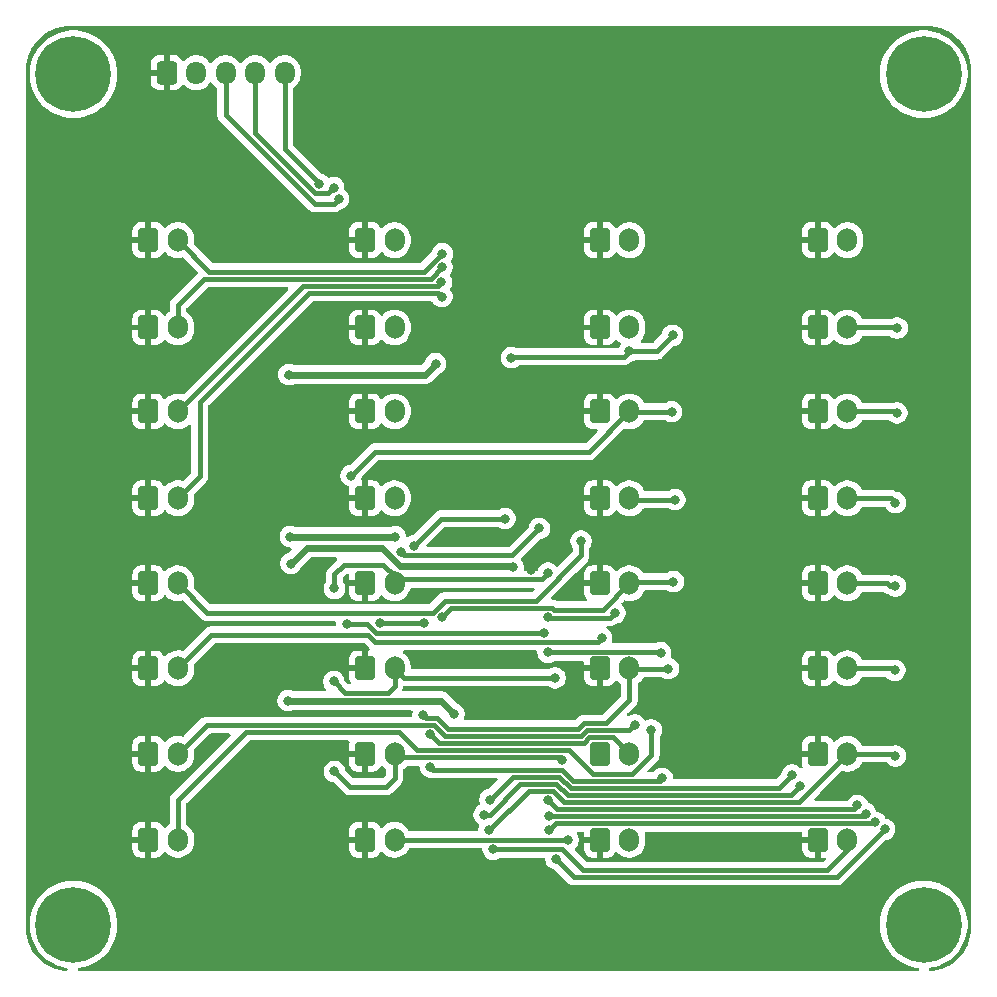
<source format=gbr>
%TF.GenerationSoftware,KiCad,Pcbnew,9.0.3*%
%TF.CreationDate,2025-07-25T06:36:40+02:00*%
%TF.ProjectId,input-shifter-board,696e7075-742d-4736-9869-667465722d62,rev?*%
%TF.SameCoordinates,Original*%
%TF.FileFunction,Copper,L2,Bot*%
%TF.FilePolarity,Positive*%
%FSLAX46Y46*%
G04 Gerber Fmt 4.6, Leading zero omitted, Abs format (unit mm)*
G04 Created by KiCad (PCBNEW 9.0.3) date 2025-07-25 06:36:40*
%MOMM*%
%LPD*%
G01*
G04 APERTURE LIST*
G04 Aperture macros list*
%AMRoundRect*
0 Rectangle with rounded corners*
0 $1 Rounding radius*
0 $2 $3 $4 $5 $6 $7 $8 $9 X,Y pos of 4 corners*
0 Add a 4 corners polygon primitive as box body*
4,1,4,$2,$3,$4,$5,$6,$7,$8,$9,$2,$3,0*
0 Add four circle primitives for the rounded corners*
1,1,$1+$1,$2,$3*
1,1,$1+$1,$4,$5*
1,1,$1+$1,$6,$7*
1,1,$1+$1,$8,$9*
0 Add four rect primitives between the rounded corners*
20,1,$1+$1,$2,$3,$4,$5,0*
20,1,$1+$1,$4,$5,$6,$7,0*
20,1,$1+$1,$6,$7,$8,$9,0*
20,1,$1+$1,$8,$9,$2,$3,0*%
G04 Aperture macros list end*
%TA.AperFunction,ComponentPad*%
%ADD10RoundRect,0.250000X-0.600000X-0.750000X0.600000X-0.750000X0.600000X0.750000X-0.600000X0.750000X0*%
%TD*%
%TA.AperFunction,ComponentPad*%
%ADD11O,1.700000X2.000000*%
%TD*%
%TA.AperFunction,ComponentPad*%
%ADD12C,6.400000*%
%TD*%
%TA.AperFunction,ComponentPad*%
%ADD13RoundRect,0.250000X-0.600000X-0.725000X0.600000X-0.725000X0.600000X0.725000X-0.600000X0.725000X0*%
%TD*%
%TA.AperFunction,ComponentPad*%
%ADD14O,1.700000X1.950000*%
%TD*%
%TA.AperFunction,ViaPad*%
%ADD15C,0.800000*%
%TD*%
%TA.AperFunction,Conductor*%
%ADD16C,0.600000*%
%TD*%
%TA.AperFunction,Conductor*%
%ADD17C,0.400000*%
%TD*%
G04 APERTURE END LIST*
D10*
%TO.P,J3,1,Pin_1*%
%TO.N,GND*%
X77350000Y-72550000D03*
D11*
%TO.P,J3,2,Pin_2*%
%TO.N,BUTTON3*%
X79850000Y-72550000D03*
%TD*%
D10*
%TO.P,J8,1,Pin_1*%
%TO.N,GND*%
X77350000Y-108825000D03*
D11*
%TO.P,J8,2,Pin_2*%
%TO.N,BUTTON8*%
X79850000Y-108825000D03*
%TD*%
D10*
%TO.P,J23,1,Pin_1*%
%TO.N,GND*%
X115575000Y-101550000D03*
D11*
%TO.P,J23,2,Pin_2*%
%TO.N,BUTTON23*%
X118075000Y-101550000D03*
%TD*%
D10*
%TO.P,J27,1,Pin_1*%
%TO.N,GND*%
X134025000Y-72550000D03*
D11*
%TO.P,J27,2,Pin_2*%
%TO.N,BUTTON27*%
X136525000Y-72550000D03*
%TD*%
D10*
%TO.P,J1,1,Pin_1*%
%TO.N,GND*%
X77350000Y-58050000D03*
D11*
%TO.P,J1,2,Pin_2*%
%TO.N,BUTTON1*%
X79850000Y-58050000D03*
%TD*%
D12*
%TO.P,H1,1*%
%TO.N,N/C*%
X71000000Y-44000000D03*
%TD*%
%TO.P,H3,1*%
%TO.N,N/C*%
X71000000Y-116000000D03*
%TD*%
D10*
%TO.P,J31,1,Pin_1*%
%TO.N,GND*%
X134025000Y-101550000D03*
D11*
%TO.P,J31,2,Pin_2*%
%TO.N,BUTTON31*%
X136525000Y-101550000D03*
%TD*%
D10*
%TO.P,J29,1,Pin_1*%
%TO.N,GND*%
X134025000Y-87100000D03*
D11*
%TO.P,J29,2,Pin_2*%
%TO.N,BUTTON29*%
X136525000Y-87100000D03*
%TD*%
D10*
%TO.P,J6,1,Pin_1*%
%TO.N,GND*%
X77350000Y-94300000D03*
D11*
%TO.P,J6,2,Pin_2*%
%TO.N,BUTTON6*%
X79850000Y-94300000D03*
%TD*%
D10*
%TO.P,J5,1,Pin_1*%
%TO.N,GND*%
X77350000Y-87100000D03*
D11*
%TO.P,J5,2,Pin_2*%
%TO.N,BUTTON5*%
X79850000Y-87100000D03*
%TD*%
D10*
%TO.P,J7,1,Pin_1*%
%TO.N,GND*%
X77350000Y-101550000D03*
D11*
%TO.P,J7,2,Pin_2*%
%TO.N,BUTTON7*%
X79850000Y-101550000D03*
%TD*%
D10*
%TO.P,J16,1,Pin_1*%
%TO.N,GND*%
X95700000Y-108825000D03*
D11*
%TO.P,J16,2,Pin_2*%
%TO.N,BUTTON16*%
X98200000Y-108825000D03*
%TD*%
D10*
%TO.P,J20,1,Pin_1*%
%TO.N,GND*%
X115575000Y-79900000D03*
D11*
%TO.P,J20,2,Pin_2*%
%TO.N,BUTTON20*%
X118075000Y-79900000D03*
%TD*%
D10*
%TO.P,J2,1,Pin_1*%
%TO.N,GND*%
X77350000Y-65450000D03*
D11*
%TO.P,J2,2,Pin_2*%
%TO.N,BUTTON2*%
X79850000Y-65450000D03*
%TD*%
D10*
%TO.P,J32,1,Pin_1*%
%TO.N,GND*%
X134025000Y-108825000D03*
D11*
%TO.P,J32,2,Pin_2*%
%TO.N,BUTTON32*%
X136525000Y-108825000D03*
%TD*%
D12*
%TO.P,H4,1*%
%TO.N,N/C*%
X143000000Y-116000000D03*
%TD*%
D10*
%TO.P,J12,1,Pin_1*%
%TO.N,GND*%
X95700000Y-79900000D03*
D11*
%TO.P,J12,2,Pin_2*%
%TO.N,BUTTON12*%
X98200000Y-79900000D03*
%TD*%
D12*
%TO.P,H2,1*%
%TO.N,N/C*%
X143000000Y-44000000D03*
%TD*%
D10*
%TO.P,J10,1,Pin_1*%
%TO.N,GND*%
X95700000Y-65450000D03*
D11*
%TO.P,J10,2,Pin_2*%
%TO.N,BUTTON10*%
X98200000Y-65450000D03*
%TD*%
D10*
%TO.P,J25,1,Pin_1*%
%TO.N,GND*%
X134025000Y-58050000D03*
D11*
%TO.P,J25,2,Pin_2*%
%TO.N,BUTTON25*%
X136525000Y-58050000D03*
%TD*%
D13*
%TO.P,J33,1,Pin_1*%
%TO.N,GND*%
X78900000Y-43880000D03*
D14*
%TO.P,J33,2,Pin_2*%
%TO.N,VDC*%
X81400000Y-43880000D03*
%TO.P,J33,3,Pin_3*%
%TO.N,LATCH*%
X83900000Y-43880000D03*
%TO.P,J33,4,Pin_4*%
%TO.N,CLK*%
X86400000Y-43880000D03*
%TO.P,J33,5,Pin_5*%
%TO.N,SDI*%
X88900000Y-43880000D03*
%TD*%
D10*
%TO.P,J18,1,Pin_1*%
%TO.N,GND*%
X115575000Y-65450000D03*
D11*
%TO.P,J18,2,Pin_2*%
%TO.N,BUTTON18*%
X118075000Y-65450000D03*
%TD*%
D10*
%TO.P,J9,1,Pin_1*%
%TO.N,GND*%
X95700000Y-58050000D03*
D11*
%TO.P,J9,2,Pin_2*%
%TO.N,BUTTON9*%
X98200000Y-58050000D03*
%TD*%
D10*
%TO.P,J13,1,Pin_1*%
%TO.N,GND*%
X95700000Y-87100000D03*
D11*
%TO.P,J13,2,Pin_2*%
%TO.N,BUTTON13*%
X98200000Y-87100000D03*
%TD*%
D10*
%TO.P,J11,1,Pin_1*%
%TO.N,GND*%
X95700000Y-72550000D03*
D11*
%TO.P,J11,2,Pin_2*%
%TO.N,BUTTON11*%
X98200000Y-72550000D03*
%TD*%
D10*
%TO.P,J30,1,Pin_1*%
%TO.N,GND*%
X134025000Y-94300000D03*
D11*
%TO.P,J30,2,Pin_2*%
%TO.N,BUTTON30*%
X136525000Y-94300000D03*
%TD*%
D10*
%TO.P,J14,1,Pin_1*%
%TO.N,GND*%
X95700000Y-94300000D03*
D11*
%TO.P,J14,2,Pin_2*%
%TO.N,BUTTON14*%
X98200000Y-94300000D03*
%TD*%
D10*
%TO.P,J4,1,Pin_1*%
%TO.N,GND*%
X77350000Y-79900000D03*
D11*
%TO.P,J4,2,Pin_2*%
%TO.N,BUTTON4*%
X79850000Y-79900000D03*
%TD*%
D10*
%TO.P,J21,1,Pin_1*%
%TO.N,GND*%
X115575000Y-87100000D03*
D11*
%TO.P,J21,2,Pin_2*%
%TO.N,BUTTON21*%
X118075000Y-87100000D03*
%TD*%
D10*
%TO.P,J26,1,Pin_1*%
%TO.N,GND*%
X134025000Y-65450000D03*
D11*
%TO.P,J26,2,Pin_2*%
%TO.N,BUTTON26*%
X136525000Y-65450000D03*
%TD*%
D10*
%TO.P,J15,1,Pin_1*%
%TO.N,GND*%
X95700000Y-101550000D03*
D11*
%TO.P,J15,2,Pin_2*%
%TO.N,BUTTON15*%
X98200000Y-101550000D03*
%TD*%
D10*
%TO.P,J22,1,Pin_1*%
%TO.N,GND*%
X115575000Y-94300000D03*
D11*
%TO.P,J22,2,Pin_2*%
%TO.N,BUTTON22*%
X118075000Y-94300000D03*
%TD*%
D10*
%TO.P,J19,1,Pin_1*%
%TO.N,GND*%
X115575000Y-72550000D03*
D11*
%TO.P,J19,2,Pin_2*%
%TO.N,BUTTON19*%
X118075000Y-72550000D03*
%TD*%
D10*
%TO.P,J17,1,Pin_1*%
%TO.N,GND*%
X115575000Y-58050000D03*
D11*
%TO.P,J17,2,Pin_2*%
%TO.N,BUTTON17*%
X118075000Y-58050000D03*
%TD*%
D10*
%TO.P,J28,1,Pin_1*%
%TO.N,GND*%
X134025000Y-79900000D03*
D11*
%TO.P,J28,2,Pin_2*%
%TO.N,BUTTON28*%
X136525000Y-79900000D03*
%TD*%
D10*
%TO.P,J24,1,Pin_1*%
%TO.N,GND*%
X115575000Y-108825000D03*
D11*
%TO.P,J24,2,Pin_2*%
%TO.N,BUTTON24*%
X118075000Y-108825000D03*
%TD*%
D15*
%TO.N,VDC*%
X101664600Y-68519000D03*
X108233000Y-85714800D03*
X89294800Y-69433400D03*
X89371000Y-83149400D03*
X89421800Y-85435400D03*
X89167800Y-97043200D03*
X98235600Y-83149400D03*
X103239400Y-98160800D03*
%TO.N,GND*%
X110834000Y-69433400D03*
X68625000Y-87025000D03*
X68475000Y-65450000D03*
X145525000Y-94800000D03*
X145300000Y-80375000D03*
X68550000Y-72825000D03*
X140650000Y-98550000D03*
X117550000Y-116550000D03*
X121625000Y-98425000D03*
X121800000Y-69250000D03*
X111240400Y-71897200D03*
X68600000Y-94175000D03*
X128600000Y-73550000D03*
X128225000Y-66225000D03*
X145525000Y-65725000D03*
X128300000Y-80075000D03*
X85875000Y-70900000D03*
X118150000Y-69825000D03*
X121825000Y-62550000D03*
X145800000Y-58675000D03*
X128375000Y-101425000D03*
X145650000Y-101775000D03*
X85200000Y-56410000D03*
X140350000Y-59475000D03*
X85750000Y-109325000D03*
X85450000Y-95150000D03*
X101842400Y-66360000D03*
X92469800Y-76291400D03*
X140625000Y-84225000D03*
X135425000Y-116150000D03*
X102045600Y-72557600D03*
X85425000Y-80325000D03*
X98790000Y-46060000D03*
X140625000Y-76550000D03*
X109741800Y-85943400D03*
X100648600Y-79542600D03*
X115025000Y-82209600D03*
X116800000Y-46110000D03*
X128450000Y-94375000D03*
X102071000Y-64192200D03*
X121800000Y-90200000D03*
X101969400Y-83505000D03*
X68325000Y-58000000D03*
X140625000Y-91275000D03*
X140675000Y-69450000D03*
X118300000Y-76450000D03*
X90650000Y-49540000D03*
X103700000Y-45680000D03*
X140700000Y-105875000D03*
X85350000Y-87700000D03*
X128100000Y-58475000D03*
X70600000Y-49960000D03*
X68625000Y-101450000D03*
X109665600Y-97805200D03*
X145525000Y-87550000D03*
X137600000Y-46025000D03*
X104382400Y-97602000D03*
X135446600Y-99100600D03*
X121800000Y-77150000D03*
X145725000Y-72475000D03*
X101994800Y-70881200D03*
X128130000Y-46060000D03*
X121750000Y-83850000D03*
X128450000Y-87700000D03*
X112190000Y-54510000D03*
X68850000Y-110850000D03*
X102274200Y-79568000D03*
X118950000Y-61450000D03*
X68475000Y-80025000D03*
X97475000Y-116825000D03*
X106592200Y-97881400D03*
X85775000Y-102725000D03*
X78850000Y-116500000D03*
X84550000Y-64050000D03*
%TO.N,BUTTON1*%
X102248800Y-59197200D03*
%TO.N,BUTTON2*%
X102198000Y-60365600D03*
%TO.N,BUTTON3*%
X102147200Y-61635600D03*
%TO.N,BUTTON4*%
X102198000Y-62829400D03*
%TO.N,BUTTON5*%
X113983600Y-83530400D03*
%TO.N,BUTTON6*%
X115736200Y-91734600D03*
%TO.N,BUTTON7*%
X118530200Y-99100600D03*
%TO.N,BUTTON8*%
X119925000Y-99525000D03*
%TO.N,BUTTON13*%
X111183600Y-86248200D03*
X93104800Y-87543600D03*
%TO.N,BUTTON14*%
X111783600Y-95112800D03*
X93054000Y-95417600D03*
%TO.N,BUTTON15*%
X112383600Y-102076000D03*
X93104800Y-103037600D03*
%TO.N,BUTTON16*%
X112891200Y-108825000D03*
%TO.N,BUTTON17*%
X111183600Y-92953800D03*
X120725000Y-92979200D03*
%TO.N,BUTTON18*%
X118047600Y-67452200D03*
X121730600Y-66106000D03*
X108090800Y-68011000D03*
%TO.N,BUTTON19*%
X94501800Y-77993200D03*
X94146200Y-90515400D03*
X110884800Y-91277400D03*
X121654400Y-72583000D03*
%TO.N,BUTTON20*%
X121933800Y-80025200D03*
X111164200Y-89982000D03*
X116853800Y-89626400D03*
%TO.N,BUTTON21*%
X121806800Y-86959400D03*
X102172600Y-89982000D03*
%TO.N,BUTTON22*%
X121375000Y-94325400D03*
X100620200Y-98300600D03*
%TO.N,BUTTON23*%
X101220200Y-99900600D03*
%TO.N,BUTTON24*%
X101232800Y-102643800D03*
X120858700Y-103625000D03*
%TO.N,BUTTON25*%
X111862700Y-110425000D03*
X139688400Y-107930200D03*
%TO.N,BUTTON26*%
X138888400Y-107330200D03*
X111291200Y-107990600D03*
X140755200Y-65496400D03*
%TO.N,BUTTON27*%
X138088400Y-106625000D03*
X140729800Y-72684600D03*
X111240400Y-106822200D03*
%TO.N,BUTTON28*%
X140602800Y-80279200D03*
X111189600Y-105476000D03*
X137384274Y-105914921D03*
%TO.N,BUTTON29*%
X140602800Y-87340400D03*
X106262000Y-105425200D03*
X131852600Y-103333786D03*
%TO.N,BUTTON30*%
X140552000Y-94477800D03*
X132483874Y-104282200D03*
X105779400Y-106695200D03*
%TO.N,BUTTON31*%
X140602800Y-101742200D03*
X106211200Y-108025000D03*
%TO.N,BUTTON32*%
X106541400Y-109625000D03*
%TO.N,LATCH*%
X107544600Y-81625400D03*
X99810400Y-83949600D03*
X93460000Y-54570000D03*
%TO.N,CLK*%
X110453000Y-82463600D03*
X93040000Y-53600000D03*
X96950000Y-90477400D03*
X100724800Y-90477400D03*
X98743600Y-84470200D03*
%TO.N,SDI*%
X91820000Y-53290000D03*
%TD*%
D16*
%TO.N,VDC*%
X98664607Y-85664000D02*
X108182200Y-85664000D01*
X90742600Y-84114600D02*
X97115207Y-84114600D01*
X102147200Y-97068600D02*
X103239400Y-98160800D01*
X108182200Y-85664000D02*
X108233000Y-85714800D01*
X89294800Y-69433400D02*
X89117000Y-69433400D01*
X89371000Y-83149400D02*
X98235600Y-83149400D01*
X97115207Y-84114600D02*
X98664607Y-85664000D01*
X89167800Y-97043200D02*
X89193200Y-97068600D01*
X89421800Y-85435400D02*
X90742600Y-84114600D01*
X89294800Y-69433400D02*
X100750200Y-69433400D01*
X89193200Y-97068600D02*
X102147200Y-97068600D01*
X100750200Y-69433400D02*
X101664600Y-68519000D01*
D17*
%TO.N,BUTTON1*%
X102223400Y-59197200D02*
X102248800Y-59197200D01*
X100696000Y-60724600D02*
X102223400Y-59197200D01*
X82524600Y-60724600D02*
X100696000Y-60724600D01*
X79850000Y-58050000D02*
X82524600Y-60724600D01*
%TO.N,BUTTON2*%
X82079344Y-61324600D02*
X101239000Y-61324600D01*
X101239000Y-61324600D02*
X102198000Y-60365600D01*
X79850000Y-63553944D02*
X82079344Y-61324600D01*
X79850000Y-65450000D02*
X79850000Y-63553944D01*
%TO.N,BUTTON3*%
X90475400Y-61924600D02*
X79850000Y-72550000D01*
X101858200Y-61924600D02*
X90475400Y-61924600D01*
X102147200Y-61635600D02*
X101858200Y-61924600D01*
%TO.N,BUTTON4*%
X81700200Y-71770200D02*
X81700200Y-78049800D01*
X81700200Y-78049800D02*
X79850000Y-79900000D01*
X90945800Y-62524600D02*
X81700200Y-71770200D01*
X101893200Y-62524600D02*
X90945800Y-62524600D01*
X102198000Y-62829400D02*
X101893200Y-62524600D01*
%TO.N,BUTTON5*%
X110151200Y-88582000D02*
X102441229Y-88582000D01*
X113983600Y-83530400D02*
X113983600Y-84749600D01*
X113983600Y-84749600D02*
X110151200Y-88582000D01*
X101422229Y-89601000D02*
X82351000Y-89601000D01*
X102441229Y-88582000D02*
X101422229Y-89601000D01*
X82351000Y-89601000D02*
X79850000Y-87100000D01*
%TO.N,BUTTON6*%
X96536072Y-92077400D02*
X115393400Y-92077400D01*
X82694800Y-91455200D02*
X95913872Y-91455200D01*
X79850000Y-94300000D02*
X82694800Y-91455200D01*
X95913872Y-91455200D02*
X96536072Y-92077400D01*
X115393400Y-92077400D02*
X115736200Y-91734600D01*
%TO.N,BUTTON7*%
X118530200Y-99100600D02*
X118080800Y-99550000D01*
X101551571Y-99100600D02*
X82299400Y-99100600D01*
X118080800Y-99550000D02*
X114450306Y-99550000D01*
X113991506Y-100008800D02*
X102459771Y-100008800D01*
X102459771Y-100008800D02*
X101551571Y-99100600D01*
X82299400Y-99100600D02*
X79850000Y-101550000D01*
X114450306Y-99550000D02*
X113991506Y-100008800D01*
%TO.N,BUTTON8*%
X114973834Y-103225000D02*
X112957634Y-101208800D01*
X79850000Y-105446600D02*
X79850000Y-108825000D01*
X118317767Y-103225000D02*
X114973834Y-103225000D01*
X98556200Y-99700600D02*
X85596000Y-99700600D01*
X100064400Y-101208800D02*
X98556200Y-99700600D01*
X85596000Y-99700600D02*
X79850000Y-105446600D01*
X112957634Y-101208800D02*
X100064400Y-101208800D01*
X119925000Y-99525000D02*
X119925000Y-101617767D01*
X119925000Y-101617767D02*
X118317767Y-103225000D01*
%TO.N,BUTTON13*%
X110650200Y-86781600D02*
X98518400Y-86781600D01*
X93104800Y-87543600D02*
X93104800Y-86349800D01*
X93104800Y-86349800D02*
X93907400Y-85547200D01*
X98200000Y-86517400D02*
X98200000Y-87100000D01*
X93907400Y-85547200D02*
X97229800Y-85547200D01*
X98518400Y-86781600D02*
X98200000Y-87100000D01*
X97229800Y-85547200D02*
X98200000Y-86517400D01*
X111183600Y-86248200D02*
X110650200Y-86781600D01*
%TO.N,BUTTON14*%
X98987400Y-95087400D02*
X98200000Y-94300000D01*
X97670600Y-96368600D02*
X98200000Y-95839200D01*
X111758200Y-95087400D02*
X98987400Y-95087400D01*
X93054000Y-95417600D02*
X94005000Y-96368600D01*
X94005000Y-96368600D02*
X97670600Y-96368600D01*
X111783600Y-95112800D02*
X111758200Y-95087400D01*
X98200000Y-95839200D02*
X98200000Y-94300000D01*
%TO.N,BUTTON15*%
X112383600Y-102076000D02*
X112151400Y-101843800D01*
X97499000Y-104333000D02*
X98200000Y-103632000D01*
X112151400Y-101843800D02*
X98493800Y-101843800D01*
X98493800Y-101843800D02*
X98200000Y-101550000D01*
X93104800Y-103037600D02*
X94400200Y-104333000D01*
X98200000Y-103632000D02*
X98200000Y-101550000D01*
X94400200Y-104333000D02*
X97499000Y-104333000D01*
%TO.N,BUTTON16*%
X112891200Y-108825000D02*
X98200000Y-108825000D01*
%TO.N,BUTTON17*%
X114110600Y-92953800D02*
X114164400Y-92900000D01*
X114164400Y-92900000D02*
X120645800Y-92900000D01*
X120645800Y-92900000D02*
X120725000Y-92979200D01*
X111183600Y-92953800D02*
X114110600Y-92953800D01*
%TO.N,BUTTON18*%
X108192400Y-67909400D02*
X117590400Y-67909400D01*
X120384400Y-67452200D02*
X118047600Y-67452200D01*
X121730600Y-66106000D02*
X120384400Y-67452200D01*
X108090800Y-68011000D02*
X108192400Y-67909400D01*
X117590400Y-67909400D02*
X118047600Y-67452200D01*
%TO.N,BUTTON19*%
X95822600Y-90515400D02*
X96584600Y-91277400D01*
X121654400Y-72583000D02*
X118108000Y-72583000D01*
X118108000Y-72583000D02*
X118075000Y-72550000D01*
X94501800Y-77993200D02*
X96533800Y-75961200D01*
X96584600Y-91277400D02*
X110884800Y-91277400D01*
X96533800Y-75961200D02*
X114663800Y-75961200D01*
X94146200Y-90515400D02*
X95822600Y-90515400D01*
X114663800Y-75961200D02*
X118075000Y-72550000D01*
%TO.N,BUTTON20*%
X121933800Y-80025200D02*
X118200200Y-80025200D01*
X111189600Y-90007400D02*
X111164200Y-89982000D01*
X116853800Y-89626400D02*
X116472800Y-90007400D01*
X116472800Y-90007400D02*
X111189600Y-90007400D01*
X118200200Y-80025200D02*
X118075000Y-79900000D01*
%TO.N,BUTTON21*%
X102998000Y-89182000D02*
X111495571Y-89182000D01*
X102198000Y-89982000D02*
X102998000Y-89182000D01*
X111495571Y-89182000D02*
X111660571Y-89347000D01*
X118215600Y-86959400D02*
X118075000Y-87100000D01*
X115828000Y-89347000D02*
X118075000Y-87100000D01*
X111660571Y-89347000D02*
X115828000Y-89347000D01*
X102172600Y-89982000D02*
X102198000Y-89982000D01*
X121806800Y-86959400D02*
X118215600Y-86959400D01*
%TO.N,BUTTON22*%
X101800099Y-98500600D02*
X102708299Y-99408800D01*
X116090000Y-98950000D02*
X118075000Y-96965000D01*
X100620200Y-98300600D02*
X100820200Y-98500600D01*
X121375000Y-94325400D02*
X118100400Y-94325400D01*
X118100400Y-94325400D02*
X118075000Y-94300000D01*
X118075000Y-96965000D02*
X118075000Y-94300000D01*
X114201778Y-98950000D02*
X116090000Y-98950000D01*
X102708299Y-99408800D02*
X113742978Y-99408800D01*
X113742978Y-99408800D02*
X114201778Y-98950000D01*
X100820200Y-98500600D02*
X101800099Y-98500600D01*
%TO.N,BUTTON23*%
X114698834Y-100150000D02*
X116675000Y-100150000D01*
X101220200Y-99900600D02*
X101928400Y-100608800D01*
X116675000Y-100150000D02*
X118075000Y-101550000D01*
X114240034Y-100608800D02*
X114698834Y-100150000D01*
X101928400Y-100608800D02*
X114240034Y-100608800D01*
%TO.N,BUTTON24*%
X120658700Y-103825000D02*
X113343856Y-103825000D01*
X120858700Y-103625000D02*
X120658700Y-103825000D01*
X101490000Y-102901000D02*
X101232800Y-102643800D01*
X112394856Y-102876000D02*
X102500400Y-102876000D01*
X102475400Y-102901000D02*
X101490000Y-102901000D01*
X102500400Y-102876000D02*
X102475400Y-102901000D01*
X113343856Y-103825000D02*
X112394856Y-102876000D01*
%TO.N,BUTTON25*%
X139688400Y-107930200D02*
X135640200Y-111978400D01*
X113416100Y-111978400D02*
X111862700Y-110425000D01*
X135640200Y-111978400D02*
X113416100Y-111978400D01*
%TO.N,BUTTON26*%
X140708800Y-65450000D02*
X136525000Y-65450000D01*
X111291200Y-107990600D02*
X111856800Y-107425000D01*
X140755200Y-65496400D02*
X140708800Y-65450000D01*
X111856800Y-107425000D02*
X138793600Y-107425000D01*
X138793600Y-107425000D02*
X138888400Y-107330200D01*
%TO.N,BUTTON27*%
X111240400Y-106822200D02*
X111243200Y-106825000D01*
X137888400Y-106825000D02*
X138088400Y-106625000D01*
X140729800Y-72684600D02*
X140595200Y-72550000D01*
X111243200Y-106825000D02*
X137888400Y-106825000D01*
X140595200Y-72550000D02*
X136525000Y-72550000D01*
%TO.N,BUTTON28*%
X111938600Y-106225000D02*
X111189600Y-105476000D01*
X137074195Y-106225000D02*
X111938600Y-106225000D01*
X140223600Y-79900000D02*
X136525000Y-79900000D01*
X140602800Y-80279200D02*
X140223600Y-79900000D01*
X137384274Y-105914921D02*
X137074195Y-106225000D01*
%TO.N,BUTTON29*%
X140120200Y-87340400D02*
X139879800Y-87100000D01*
X131852600Y-103333786D02*
X130761386Y-104425000D01*
X108211200Y-103476000D02*
X106262000Y-105425200D01*
X130761386Y-104425000D02*
X113095328Y-104425000D01*
X139879800Y-87100000D02*
X136525000Y-87100000D01*
X112146328Y-103476000D02*
X108211200Y-103476000D01*
X140602800Y-87340400D02*
X140120200Y-87340400D01*
X113095328Y-104425000D02*
X112146328Y-103476000D01*
%TO.N,BUTTON30*%
X140552000Y-94477800D02*
X140374200Y-94300000D01*
X140374200Y-94300000D02*
X136525000Y-94300000D01*
X106236600Y-106695200D02*
X105779400Y-106695200D01*
X112846800Y-105025000D02*
X111897800Y-104076000D01*
X131741074Y-105025000D02*
X112846800Y-105025000D01*
X132483874Y-104282200D02*
X131741074Y-105025000D01*
X111897800Y-104076000D02*
X108855800Y-104076000D01*
X108855800Y-104076000D02*
X106236600Y-106695200D01*
%TO.N,BUTTON31*%
X112557800Y-105625000D02*
X132450000Y-105625000D01*
X132450000Y-105625000D02*
X136525000Y-101550000D01*
X106211200Y-108025000D02*
X109560200Y-104676000D01*
X140602800Y-101742200D02*
X140410600Y-101550000D01*
X111608800Y-104676000D02*
X112557800Y-105625000D01*
X140410600Y-101550000D02*
X136525000Y-101550000D01*
X109560200Y-104676000D02*
X111608800Y-104676000D01*
%TO.N,BUTTON32*%
X106541400Y-109625000D02*
X112392200Y-109625000D01*
X134818600Y-111378400D02*
X136525000Y-109672000D01*
X114145600Y-111378400D02*
X134818600Y-111378400D01*
X112392200Y-109625000D02*
X114145600Y-111378400D01*
X136525000Y-109672000D02*
X136525000Y-108825000D01*
%TO.N,LATCH*%
X93039000Y-54991000D02*
X91418214Y-54991000D01*
X91418214Y-54991000D02*
X83900000Y-47472786D01*
X102134600Y-81625400D02*
X99810400Y-83949600D01*
X83900000Y-47472786D02*
X83900000Y-43880000D01*
X107544600Y-81625400D02*
X102134600Y-81625400D01*
X93460000Y-54570000D02*
X93039000Y-54991000D01*
%TO.N,CLK*%
X108167000Y-84749600D02*
X110453000Y-82463600D01*
X100724800Y-90477400D02*
X96950000Y-90477400D01*
X99023000Y-84749600D02*
X108167000Y-84749600D01*
X86400000Y-49002786D02*
X86400000Y-43880000D01*
X92549000Y-54091000D02*
X91488214Y-54091000D01*
X98743600Y-84470200D02*
X99023000Y-84749600D01*
X91488214Y-54091000D02*
X86400000Y-49002786D01*
X93040000Y-53600000D02*
X92549000Y-54091000D01*
%TO.N,SDI*%
X91820000Y-53290000D02*
X91820000Y-53250000D01*
X88900000Y-50330000D02*
X88900000Y-43880000D01*
X91820000Y-53250000D02*
X88900000Y-50330000D01*
%TD*%
%TA.AperFunction,Conductor*%
%TO.N,GND*%
G36*
X114168039Y-108153185D02*
G01*
X114213794Y-108205989D01*
X114225000Y-108257500D01*
X114225000Y-108575000D01*
X115141988Y-108575000D01*
X115109075Y-108632007D01*
X115075000Y-108759174D01*
X115075000Y-108890826D01*
X115109075Y-109017993D01*
X115141988Y-109075000D01*
X114225001Y-109075000D01*
X114225001Y-109624986D01*
X114235494Y-109727697D01*
X114290641Y-109894119D01*
X114290643Y-109894124D01*
X114382684Y-110043345D01*
X114506654Y-110167315D01*
X114655875Y-110259356D01*
X114655880Y-110259358D01*
X114822302Y-110314505D01*
X114822309Y-110314506D01*
X114925019Y-110324999D01*
X115324999Y-110324999D01*
X115325000Y-110324998D01*
X115325000Y-109258012D01*
X115382007Y-109290925D01*
X115509174Y-109325000D01*
X115640826Y-109325000D01*
X115767993Y-109290925D01*
X115825000Y-109258012D01*
X115825000Y-110324999D01*
X116224972Y-110324999D01*
X116224986Y-110324998D01*
X116327697Y-110314505D01*
X116494119Y-110259358D01*
X116494124Y-110259356D01*
X116643345Y-110167315D01*
X116767315Y-110043345D01*
X116858499Y-109895513D01*
X116910447Y-109848789D01*
X116979410Y-109837566D01*
X117043492Y-109865410D01*
X117051719Y-109872929D01*
X117189996Y-110011206D01*
X117362991Y-110136894D01*
X117456438Y-110184507D01*
X117553516Y-110233972D01*
X117553519Y-110233973D01*
X117631642Y-110259356D01*
X117756884Y-110300049D01*
X117968084Y-110333500D01*
X117968085Y-110333500D01*
X118181915Y-110333500D01*
X118181916Y-110333500D01*
X118393116Y-110300049D01*
X118596483Y-110233972D01*
X118787009Y-110136894D01*
X118960004Y-110011206D01*
X119111206Y-109860004D01*
X119236894Y-109687009D01*
X119333972Y-109496483D01*
X119400049Y-109293116D01*
X119433500Y-109081916D01*
X119433500Y-108568084D01*
X119400049Y-108356884D01*
X119380208Y-108295818D01*
X119378213Y-108225977D01*
X119414294Y-108166144D01*
X119476995Y-108135316D01*
X119498139Y-108133500D01*
X132551000Y-108133500D01*
X132618039Y-108153185D01*
X132663794Y-108205989D01*
X132675000Y-108257500D01*
X132675000Y-108575000D01*
X133591988Y-108575000D01*
X133559075Y-108632007D01*
X133525000Y-108759174D01*
X133525000Y-108890826D01*
X133559075Y-109017993D01*
X133591988Y-109075000D01*
X132675001Y-109075000D01*
X132675001Y-109624986D01*
X132685494Y-109727697D01*
X132740641Y-109894119D01*
X132740643Y-109894124D01*
X132832684Y-110043345D01*
X132956654Y-110167315D01*
X133105875Y-110259356D01*
X133105880Y-110259358D01*
X133272302Y-110314505D01*
X133272309Y-110314506D01*
X133375019Y-110324999D01*
X133774999Y-110324999D01*
X133775000Y-110324998D01*
X133775000Y-109258012D01*
X133832007Y-109290925D01*
X133959174Y-109325000D01*
X134090826Y-109325000D01*
X134217993Y-109290925D01*
X134275000Y-109258012D01*
X134275000Y-110324999D01*
X134570668Y-110324999D01*
X134591913Y-110331237D01*
X134614002Y-110332817D01*
X134624785Y-110340889D01*
X134637707Y-110344684D01*
X134652206Y-110361417D01*
X134669935Y-110374689D01*
X134674642Y-110387309D01*
X134683462Y-110397488D01*
X134686613Y-110419405D01*
X134694352Y-110440153D01*
X134691489Y-110453313D01*
X134693406Y-110466646D01*
X134684206Y-110486789D01*
X134679500Y-110508426D01*
X134666231Y-110526151D01*
X134664381Y-110530202D01*
X134658349Y-110536680D01*
X134561448Y-110633581D01*
X134500125Y-110667066D01*
X134473767Y-110669900D01*
X114490433Y-110669900D01*
X114423394Y-110650215D01*
X114402752Y-110633581D01*
X113472773Y-109703602D01*
X113439288Y-109642279D01*
X113444272Y-109572587D01*
X113472771Y-109528241D01*
X113596878Y-109404135D01*
X113696302Y-109255336D01*
X113764787Y-109090000D01*
X113799700Y-108914479D01*
X113799700Y-108735521D01*
X113764787Y-108560000D01*
X113696302Y-108394664D01*
X113696300Y-108394661D01*
X113696298Y-108394657D01*
X113650684Y-108326391D01*
X113629806Y-108259713D01*
X113648291Y-108192333D01*
X113700269Y-108145643D01*
X113753786Y-108133500D01*
X114101000Y-108133500D01*
X114168039Y-108153185D01*
G37*
%TD.AperFunction*%
%TA.AperFunction,Conductor*%
G36*
X110159785Y-92788450D02*
G01*
X110168747Y-92787162D01*
X110192787Y-92798140D01*
X110218139Y-92805585D01*
X110224066Y-92812425D01*
X110232303Y-92816187D01*
X110246592Y-92838421D01*
X110263894Y-92858389D01*
X110266181Y-92868903D01*
X110270077Y-92874965D01*
X110275100Y-92909900D01*
X110275100Y-93043283D01*
X110310011Y-93218792D01*
X110310013Y-93218800D01*
X110378496Y-93384132D01*
X110378501Y-93384142D01*
X110477921Y-93532934D01*
X110477924Y-93532938D01*
X110604461Y-93659475D01*
X110604465Y-93659478D01*
X110753257Y-93758898D01*
X110753261Y-93758900D01*
X110753264Y-93758902D01*
X110918600Y-93827387D01*
X111094116Y-93862299D01*
X111094120Y-93862300D01*
X111094121Y-93862300D01*
X111273080Y-93862300D01*
X111273081Y-93862299D01*
X111448600Y-93827387D01*
X111613936Y-93758902D01*
X111727236Y-93683197D01*
X111793913Y-93662320D01*
X111796126Y-93662300D01*
X114101000Y-93662300D01*
X114168039Y-93681985D01*
X114213794Y-93734789D01*
X114225000Y-93786300D01*
X114225000Y-94050000D01*
X115141988Y-94050000D01*
X115109075Y-94107007D01*
X115075000Y-94234174D01*
X115075000Y-94365826D01*
X115109075Y-94492993D01*
X115141988Y-94550000D01*
X114225001Y-94550000D01*
X114225001Y-95099986D01*
X114235494Y-95202697D01*
X114290641Y-95369119D01*
X114290643Y-95369124D01*
X114382684Y-95518345D01*
X114506654Y-95642315D01*
X114655875Y-95734356D01*
X114655880Y-95734358D01*
X114822302Y-95789505D01*
X114822309Y-95789506D01*
X114925019Y-95799999D01*
X115324999Y-95799999D01*
X115325000Y-95799998D01*
X115325000Y-94733012D01*
X115382007Y-94765925D01*
X115509174Y-94800000D01*
X115640826Y-94800000D01*
X115767993Y-94765925D01*
X115825000Y-94733012D01*
X115825000Y-95799999D01*
X116224972Y-95799999D01*
X116224986Y-95799998D01*
X116327697Y-95789505D01*
X116494119Y-95734358D01*
X116494124Y-95734356D01*
X116643345Y-95642315D01*
X116767315Y-95518345D01*
X116858499Y-95370513D01*
X116910447Y-95323789D01*
X116979410Y-95312566D01*
X117043492Y-95340410D01*
X117051719Y-95347929D01*
X117189996Y-95486206D01*
X117315386Y-95577307D01*
X117358051Y-95632637D01*
X117366500Y-95677625D01*
X117366500Y-96620167D01*
X117346815Y-96687206D01*
X117330181Y-96707848D01*
X115832848Y-98205181D01*
X115771525Y-98238666D01*
X115745167Y-98241500D01*
X114131995Y-98241500D01*
X114117284Y-98244426D01*
X114087861Y-98250279D01*
X113995120Y-98268725D01*
X113995114Y-98268727D01*
X113957351Y-98284368D01*
X113957350Y-98284369D01*
X113873380Y-98319151D01*
X113866172Y-98322137D01*
X113750139Y-98399668D01*
X113750131Y-98399674D01*
X113485826Y-98663981D01*
X113424503Y-98697466D01*
X113398145Y-98700300D01*
X104184864Y-98700300D01*
X104117825Y-98680615D01*
X104072070Y-98627811D01*
X104062126Y-98558653D01*
X104070303Y-98528847D01*
X104073361Y-98521465D01*
X104112987Y-98425800D01*
X104147900Y-98250279D01*
X104147900Y-98071321D01*
X104112987Y-97895800D01*
X104044502Y-97730464D01*
X104044500Y-97730461D01*
X104044498Y-97730457D01*
X103945078Y-97581665D01*
X103945075Y-97581661D01*
X103818538Y-97455124D01*
X103818534Y-97455121D01*
X103669742Y-97355701D01*
X103669732Y-97355696D01*
X103535388Y-97300048D01*
X103495160Y-97273168D01*
X102662592Y-96440599D01*
X102662588Y-96440596D01*
X102530174Y-96352119D01*
X102530170Y-96352117D01*
X102530168Y-96352116D01*
X102456599Y-96321643D01*
X102456597Y-96321642D01*
X102456596Y-96321641D01*
X102383031Y-96291170D01*
X102383023Y-96291168D01*
X102226834Y-96260100D01*
X102226830Y-96260100D01*
X98978112Y-96260100D01*
X98911073Y-96240415D01*
X98865318Y-96187611D01*
X98855374Y-96118453D01*
X98857796Y-96106097D01*
X98860024Y-96097158D01*
X98881273Y-96045861D01*
X98883832Y-96032999D01*
X98908500Y-95908981D01*
X98908500Y-95902765D01*
X98911709Y-95889897D01*
X98924967Y-95867268D01*
X98934786Y-95842955D01*
X98942347Y-95837604D01*
X98947030Y-95829613D01*
X98970412Y-95817746D01*
X98991822Y-95802598D01*
X99004388Y-95800504D01*
X99009335Y-95797994D01*
X99015614Y-95798634D01*
X99032025Y-95795900D01*
X111133059Y-95795900D01*
X111200098Y-95815585D01*
X111201950Y-95816798D01*
X111353257Y-95917898D01*
X111353261Y-95917900D01*
X111353264Y-95917902D01*
X111518600Y-95986387D01*
X111694116Y-96021299D01*
X111694120Y-96021300D01*
X111694121Y-96021300D01*
X111873080Y-96021300D01*
X111873081Y-96021299D01*
X112048600Y-95986387D01*
X112213936Y-95917902D01*
X112362735Y-95818478D01*
X112489278Y-95691935D01*
X112588702Y-95543136D01*
X112657187Y-95377800D01*
X112692100Y-95202279D01*
X112692100Y-95023321D01*
X112657187Y-94847800D01*
X112588702Y-94682464D01*
X112588699Y-94682459D01*
X112588695Y-94682452D01*
X112511909Y-94567533D01*
X112511906Y-94567530D01*
X112489275Y-94533661D01*
X112362738Y-94407124D01*
X112362734Y-94407121D01*
X112213942Y-94307701D01*
X112213932Y-94307696D01*
X112048600Y-94239213D01*
X112048592Y-94239211D01*
X111873083Y-94204300D01*
X111873079Y-94204300D01*
X111694121Y-94204300D01*
X111694116Y-94204300D01*
X111518607Y-94239211D01*
X111518599Y-94239213D01*
X111353264Y-94307697D01*
X111302757Y-94341445D01*
X111277977Y-94358002D01*
X111211301Y-94378880D01*
X111209088Y-94378900D01*
X99682500Y-94378900D01*
X99615461Y-94359215D01*
X99569706Y-94306411D01*
X99558500Y-94254900D01*
X99558500Y-94043084D01*
X99544880Y-93957090D01*
X99525049Y-93831884D01*
X99473327Y-93672698D01*
X99458973Y-93628519D01*
X99458972Y-93628516D01*
X99393496Y-93500013D01*
X99361894Y-93437991D01*
X99236206Y-93264996D01*
X99085004Y-93113794D01*
X99022910Y-93068680D01*
X98942444Y-93010218D01*
X98899778Y-92954888D01*
X98893799Y-92885275D01*
X98926405Y-92823480D01*
X98987243Y-92789123D01*
X99015329Y-92785900D01*
X110151100Y-92785900D01*
X110159785Y-92788450D01*
G37*
%TD.AperFunction*%
%TA.AperFunction,Conductor*%
G36*
X143303032Y-39925648D02*
G01*
X143624069Y-39941420D01*
X143630883Y-39941945D01*
X143705508Y-39949788D01*
X143710686Y-39950444D01*
X143990600Y-39991966D01*
X143998127Y-39993322D01*
X144065954Y-40007739D01*
X144070122Y-40008704D01*
X144351116Y-40079090D01*
X144359271Y-40081433D01*
X144414479Y-40099371D01*
X144417876Y-40100531D01*
X144701743Y-40202101D01*
X144710388Y-40205566D01*
X144744750Y-40220865D01*
X144747221Y-40221998D01*
X145038431Y-40359730D01*
X145049157Y-40365464D01*
X145350102Y-40545843D01*
X145360220Y-40552603D01*
X145642049Y-40761622D01*
X145651455Y-40769342D01*
X145911436Y-41004974D01*
X145920025Y-41013563D01*
X146031810Y-41136899D01*
X146155657Y-41273544D01*
X146163377Y-41282950D01*
X146372396Y-41564779D01*
X146379156Y-41574897D01*
X146559534Y-41875841D01*
X146565271Y-41886573D01*
X146702974Y-42177722D01*
X146704159Y-42180305D01*
X146719429Y-42214603D01*
X146722900Y-42223262D01*
X146824457Y-42507093D01*
X146825637Y-42510550D01*
X146843560Y-42565711D01*
X146845913Y-42573899D01*
X146916277Y-42854806D01*
X146917277Y-42859126D01*
X146922898Y-42885571D01*
X146931668Y-42926831D01*
X146933035Y-42934416D01*
X146974550Y-43214287D01*
X146975213Y-43219520D01*
X146983050Y-43294081D01*
X146983580Y-43300958D01*
X146999351Y-43621967D01*
X146999500Y-43628052D01*
X146999500Y-116321947D01*
X146999351Y-116328032D01*
X146984003Y-116640430D01*
X146983473Y-116647306D01*
X146983473Y-116647307D01*
X146975923Y-116719139D01*
X146975260Y-116724371D01*
X146934819Y-116997010D01*
X146933451Y-117004598D01*
X146919604Y-117069741D01*
X146918598Y-117074089D01*
X146850046Y-117347763D01*
X146847693Y-117355952D01*
X146830500Y-117408866D01*
X146829320Y-117412322D01*
X146730364Y-117688884D01*
X146726893Y-117697544D01*
X146712397Y-117730103D01*
X146711212Y-117732685D01*
X146577076Y-118016293D01*
X146571339Y-118027025D01*
X146396009Y-118319545D01*
X146389249Y-118329663D01*
X146186076Y-118603610D01*
X146178356Y-118613016D01*
X145949322Y-118865717D01*
X145940717Y-118874322D01*
X145688016Y-119103356D01*
X145678610Y-119111076D01*
X145404663Y-119314249D01*
X145394545Y-119321009D01*
X145102025Y-119496339D01*
X145091293Y-119502076D01*
X144807685Y-119636212D01*
X144805103Y-119637397D01*
X144772544Y-119651893D01*
X144763884Y-119655364D01*
X144487322Y-119754320D01*
X144483866Y-119755500D01*
X144430952Y-119772693D01*
X144422763Y-119775046D01*
X144149089Y-119843598D01*
X144144741Y-119844604D01*
X144079598Y-119858451D01*
X144072010Y-119859819D01*
X143799371Y-119900260D01*
X143794139Y-119900923D01*
X143722307Y-119908473D01*
X143715429Y-119909003D01*
X143590803Y-119915125D01*
X143522878Y-119898753D01*
X143474588Y-119848258D01*
X143461263Y-119779670D01*
X143487135Y-119714767D01*
X143543989Y-119674154D01*
X143560518Y-119669659D01*
X143728671Y-119636212D01*
X143902158Y-119601704D01*
X143902169Y-119601701D01*
X143902169Y-119601700D01*
X143902179Y-119601699D01*
X144250863Y-119495927D01*
X144587500Y-119356487D01*
X144908849Y-119184722D01*
X145211815Y-118982287D01*
X145493480Y-118751131D01*
X145751131Y-118493480D01*
X145982287Y-118211815D01*
X146184722Y-117908849D01*
X146356487Y-117587500D01*
X146495927Y-117250863D01*
X146601699Y-116902179D01*
X146601701Y-116902169D01*
X146601704Y-116902158D01*
X146653764Y-116640430D01*
X146672785Y-116544806D01*
X146708500Y-116182187D01*
X146708500Y-115817813D01*
X146672785Y-115455194D01*
X146646276Y-115321927D01*
X146601704Y-115097841D01*
X146601701Y-115097830D01*
X146601700Y-115097827D01*
X146601699Y-115097821D01*
X146495927Y-114749137D01*
X146356487Y-114412500D01*
X146184722Y-114091151D01*
X145982287Y-113788185D01*
X145751131Y-113506520D01*
X145751130Y-113506519D01*
X145751126Y-113506514D01*
X145493485Y-113248873D01*
X145211820Y-113017717D01*
X145211819Y-113017716D01*
X145211815Y-113017713D01*
X144908849Y-112815278D01*
X144908844Y-112815275D01*
X144908837Y-112815271D01*
X144587507Y-112643516D01*
X144587502Y-112643514D01*
X144580725Y-112640707D01*
X144497576Y-112606265D01*
X144250868Y-112504074D01*
X143902169Y-112398298D01*
X143902158Y-112398295D01*
X143544812Y-112327216D01*
X143544795Y-112327213D01*
X143270580Y-112300206D01*
X143182187Y-112291500D01*
X142817813Y-112291500D01*
X142736062Y-112299551D01*
X142455204Y-112327213D01*
X142455187Y-112327216D01*
X142097841Y-112398295D01*
X142097830Y-112398298D01*
X141749131Y-112504074D01*
X141412497Y-112643514D01*
X141412492Y-112643516D01*
X141091162Y-112815271D01*
X141091144Y-112815282D01*
X140788193Y-113017707D01*
X140788179Y-113017717D01*
X140506514Y-113248873D01*
X140248873Y-113506514D01*
X140017717Y-113788179D01*
X140017707Y-113788193D01*
X139815282Y-114091144D01*
X139815271Y-114091162D01*
X139643516Y-114412492D01*
X139643514Y-114412497D01*
X139504074Y-114749131D01*
X139398298Y-115097830D01*
X139398295Y-115097841D01*
X139327216Y-115455187D01*
X139327213Y-115455204D01*
X139291500Y-115817816D01*
X139291500Y-116182183D01*
X139327213Y-116544795D01*
X139327216Y-116544812D01*
X139398295Y-116902158D01*
X139398298Y-116902169D01*
X139504074Y-117250868D01*
X139643514Y-117587502D01*
X139643516Y-117587507D01*
X139815271Y-117908837D01*
X139815282Y-117908855D01*
X140017707Y-118211806D01*
X140017717Y-118211820D01*
X140248873Y-118493485D01*
X140506514Y-118751126D01*
X140506519Y-118751130D01*
X140506520Y-118751131D01*
X140788185Y-118982287D01*
X141091151Y-119184722D01*
X141091160Y-119184727D01*
X141091162Y-119184728D01*
X141412492Y-119356483D01*
X141412494Y-119356483D01*
X141412500Y-119356487D01*
X141558533Y-119416976D01*
X141749131Y-119495925D01*
X141749135Y-119495926D01*
X141749137Y-119495927D01*
X142097821Y-119601699D01*
X142097827Y-119601700D01*
X142097830Y-119601701D01*
X142097841Y-119601704D01*
X142321927Y-119646276D01*
X142455194Y-119672785D01*
X142455203Y-119672785D01*
X142455204Y-119672786D01*
X142498971Y-119677097D01*
X142563758Y-119703258D01*
X142604117Y-119760292D01*
X142607234Y-119830092D01*
X142572120Y-119890497D01*
X142509922Y-119922328D01*
X142486817Y-119924500D01*
X71513183Y-119924500D01*
X71446144Y-119904815D01*
X71400389Y-119852011D01*
X71390445Y-119782853D01*
X71419470Y-119719297D01*
X71478248Y-119681523D01*
X71501029Y-119677097D01*
X71535839Y-119673668D01*
X71544806Y-119672785D01*
X71728671Y-119636212D01*
X71902158Y-119601704D01*
X71902169Y-119601701D01*
X71902169Y-119601700D01*
X71902179Y-119601699D01*
X72250863Y-119495927D01*
X72587500Y-119356487D01*
X72908849Y-119184722D01*
X73211815Y-118982287D01*
X73493480Y-118751131D01*
X73751131Y-118493480D01*
X73982287Y-118211815D01*
X74184722Y-117908849D01*
X74356487Y-117587500D01*
X74495927Y-117250863D01*
X74601699Y-116902179D01*
X74601701Y-116902169D01*
X74601704Y-116902158D01*
X74653764Y-116640430D01*
X74672785Y-116544806D01*
X74708500Y-116182187D01*
X74708500Y-115817813D01*
X74672785Y-115455194D01*
X74646276Y-115321927D01*
X74601704Y-115097841D01*
X74601701Y-115097830D01*
X74601700Y-115097827D01*
X74601699Y-115097821D01*
X74495927Y-114749137D01*
X74356487Y-114412500D01*
X74184722Y-114091151D01*
X73982287Y-113788185D01*
X73751131Y-113506520D01*
X73751130Y-113506519D01*
X73751126Y-113506514D01*
X73493485Y-113248873D01*
X73211820Y-113017717D01*
X73211819Y-113017716D01*
X73211815Y-113017713D01*
X72908849Y-112815278D01*
X72908844Y-112815275D01*
X72908837Y-112815271D01*
X72587507Y-112643516D01*
X72587502Y-112643514D01*
X72580725Y-112640707D01*
X72497576Y-112606265D01*
X72250868Y-112504074D01*
X71902169Y-112398298D01*
X71902158Y-112398295D01*
X71544812Y-112327216D01*
X71544795Y-112327213D01*
X71270580Y-112300206D01*
X71182187Y-112291500D01*
X70817813Y-112291500D01*
X70736062Y-112299551D01*
X70455204Y-112327213D01*
X70455187Y-112327216D01*
X70097841Y-112398295D01*
X70097830Y-112398298D01*
X69749131Y-112504074D01*
X69412497Y-112643514D01*
X69412492Y-112643516D01*
X69091162Y-112815271D01*
X69091144Y-112815282D01*
X68788193Y-113017707D01*
X68788179Y-113017717D01*
X68506514Y-113248873D01*
X68248873Y-113506514D01*
X68017717Y-113788179D01*
X68017707Y-113788193D01*
X67815282Y-114091144D01*
X67815271Y-114091162D01*
X67643516Y-114412492D01*
X67643514Y-114412497D01*
X67504074Y-114749131D01*
X67398298Y-115097830D01*
X67398295Y-115097841D01*
X67327216Y-115455187D01*
X67327213Y-115455204D01*
X67291500Y-115817816D01*
X67291500Y-116182183D01*
X67327213Y-116544795D01*
X67327216Y-116544812D01*
X67398295Y-116902158D01*
X67398298Y-116902169D01*
X67504074Y-117250868D01*
X67643514Y-117587502D01*
X67643516Y-117587507D01*
X67815271Y-117908837D01*
X67815282Y-117908855D01*
X68017707Y-118211806D01*
X68017717Y-118211820D01*
X68248873Y-118493485D01*
X68506514Y-118751126D01*
X68506519Y-118751130D01*
X68506520Y-118751131D01*
X68788185Y-118982287D01*
X69091151Y-119184722D01*
X69091160Y-119184727D01*
X69091162Y-119184728D01*
X69412492Y-119356483D01*
X69412494Y-119356483D01*
X69412500Y-119356487D01*
X69558533Y-119416976D01*
X69749131Y-119495925D01*
X69749135Y-119495926D01*
X69749137Y-119495927D01*
X70097821Y-119601699D01*
X70097827Y-119601700D01*
X70097830Y-119601701D01*
X70097841Y-119601704D01*
X70327695Y-119647423D01*
X70439472Y-119669657D01*
X70462646Y-119681779D01*
X70487357Y-119690373D01*
X70493114Y-119697716D01*
X70501382Y-119702041D01*
X70514326Y-119724772D01*
X70530466Y-119745359D01*
X70531339Y-119754649D01*
X70535956Y-119762757D01*
X70534556Y-119788877D01*
X70537004Y-119814922D01*
X70532716Y-119823208D01*
X70532217Y-119832526D01*
X70516917Y-119853744D01*
X70504896Y-119876977D01*
X70496808Y-119881630D01*
X70491351Y-119889199D01*
X70467008Y-119898776D01*
X70444335Y-119911822D01*
X70430560Y-119913116D01*
X70426333Y-119914780D01*
X70409196Y-119915125D01*
X70284569Y-119909003D01*
X70277691Y-119908473D01*
X70205859Y-119900923D01*
X70200627Y-119900260D01*
X69927988Y-119859819D01*
X69920406Y-119858452D01*
X69872447Y-119848258D01*
X69855257Y-119844604D01*
X69850909Y-119843598D01*
X69577235Y-119775046D01*
X69569051Y-119772694D01*
X69516125Y-119755497D01*
X69512676Y-119754320D01*
X69236114Y-119655364D01*
X69227454Y-119651893D01*
X69194869Y-119637385D01*
X69192313Y-119636212D01*
X68908706Y-119502076D01*
X68897974Y-119496339D01*
X68605454Y-119321009D01*
X68595336Y-119314249D01*
X68321389Y-119111076D01*
X68311983Y-119103356D01*
X68178409Y-118982292D01*
X68059274Y-118874314D01*
X68050685Y-118865725D01*
X67821643Y-118613016D01*
X67813923Y-118603610D01*
X67732245Y-118493480D01*
X67610748Y-118329660D01*
X67603990Y-118319545D01*
X67539419Y-118211815D01*
X67428656Y-118027018D01*
X67422922Y-118016292D01*
X67288752Y-117732611D01*
X67287649Y-117730209D01*
X67273093Y-117697515D01*
X67269644Y-117688911D01*
X67170655Y-117412255D01*
X67169528Y-117408954D01*
X67152293Y-117355910D01*
X67149959Y-117347789D01*
X67081386Y-117074031D01*
X67080410Y-117069813D01*
X67066537Y-117004542D01*
X67065188Y-116997061D01*
X67024731Y-116724319D01*
X67024082Y-116719198D01*
X67016521Y-116647256D01*
X67015998Y-116640476D01*
X67000648Y-116328032D01*
X67000500Y-116321949D01*
X67000500Y-86300013D01*
X76000000Y-86300013D01*
X76000000Y-86850000D01*
X76916988Y-86850000D01*
X76884075Y-86907007D01*
X76850000Y-87034174D01*
X76850000Y-87165826D01*
X76884075Y-87292993D01*
X76916988Y-87350000D01*
X76000001Y-87350000D01*
X76000001Y-87899986D01*
X76010494Y-88002697D01*
X76065641Y-88169119D01*
X76065643Y-88169124D01*
X76157684Y-88318345D01*
X76281654Y-88442315D01*
X76430875Y-88534356D01*
X76430880Y-88534358D01*
X76597302Y-88589505D01*
X76597309Y-88589506D01*
X76700019Y-88599999D01*
X77099999Y-88599999D01*
X77100000Y-88599998D01*
X77100000Y-87533012D01*
X77157007Y-87565925D01*
X77284174Y-87600000D01*
X77415826Y-87600000D01*
X77542993Y-87565925D01*
X77600000Y-87533012D01*
X77600000Y-88599999D01*
X77999972Y-88599999D01*
X77999986Y-88599998D01*
X78102697Y-88589505D01*
X78269119Y-88534358D01*
X78269124Y-88534356D01*
X78418345Y-88442315D01*
X78542315Y-88318345D01*
X78633499Y-88170513D01*
X78685447Y-88123789D01*
X78754410Y-88112566D01*
X78818492Y-88140410D01*
X78826719Y-88147929D01*
X78964996Y-88286206D01*
X79137991Y-88411894D01*
X79231438Y-88459507D01*
X79328516Y-88508972D01*
X79328519Y-88508973D01*
X79406642Y-88534356D01*
X79531884Y-88575049D01*
X79743084Y-88608500D01*
X79743085Y-88608500D01*
X79956915Y-88608500D01*
X79956916Y-88608500D01*
X80168116Y-88575049D01*
X80212809Y-88560526D01*
X80282647Y-88558531D01*
X80338806Y-88590777D01*
X81899353Y-90151325D01*
X81899357Y-90151328D01*
X82015392Y-90228861D01*
X82015405Y-90228868D01*
X82106572Y-90266630D01*
X82144338Y-90282273D01*
X82179854Y-90289337D01*
X82212730Y-90295877D01*
X82212754Y-90295881D01*
X82212778Y-90295886D01*
X82264108Y-90306096D01*
X82281217Y-90309500D01*
X82281218Y-90309500D01*
X82281219Y-90309500D01*
X93113700Y-90309500D01*
X93122021Y-90311943D01*
X93130597Y-90310657D01*
X93155034Y-90321637D01*
X93180739Y-90329185D01*
X93186417Y-90335738D01*
X93194329Y-90339293D01*
X93208952Y-90361745D01*
X93226494Y-90381989D01*
X93228727Y-90392106D01*
X93232462Y-90397840D01*
X93237371Y-90431264D01*
X93237698Y-90432743D01*
X93237700Y-90433070D01*
X93237700Y-90604879D01*
X93238782Y-90610318D01*
X93238853Y-90621943D01*
X93230726Y-90650258D01*
X93225238Y-90679194D01*
X93221198Y-90683455D01*
X93219578Y-90689101D01*
X93197433Y-90708527D01*
X93177172Y-90729903D01*
X93171246Y-90731500D01*
X93167054Y-90735178D01*
X93145739Y-90738375D01*
X93114855Y-90746700D01*
X82625014Y-90746700D01*
X82488145Y-90773924D01*
X82488141Y-90773926D01*
X82488139Y-90773926D01*
X82488138Y-90773927D01*
X82434730Y-90796049D01*
X82434728Y-90796050D01*
X82359201Y-90827334D01*
X82359197Y-90827336D01*
X82243162Y-90904868D01*
X82243154Y-90904874D01*
X80338807Y-92809221D01*
X80277484Y-92842706D01*
X80212810Y-92839472D01*
X80168115Y-92824950D01*
X79990366Y-92796797D01*
X79956916Y-92791500D01*
X79743084Y-92791500D01*
X79689411Y-92800001D01*
X79531882Y-92824951D01*
X79328519Y-92891026D01*
X79328516Y-92891027D01*
X79137990Y-92988106D01*
X78964997Y-93113793D01*
X78826719Y-93252071D01*
X78765396Y-93285555D01*
X78695704Y-93280571D01*
X78639771Y-93238699D01*
X78633499Y-93229486D01*
X78542315Y-93081654D01*
X78418345Y-92957684D01*
X78269124Y-92865643D01*
X78269119Y-92865641D01*
X78102697Y-92810494D01*
X78102690Y-92810493D01*
X77999986Y-92800000D01*
X77600000Y-92800000D01*
X77600000Y-93866988D01*
X77542993Y-93834075D01*
X77415826Y-93800000D01*
X77284174Y-93800000D01*
X77157007Y-93834075D01*
X77100000Y-93866988D01*
X77100000Y-92800000D01*
X76700028Y-92800000D01*
X76700012Y-92800001D01*
X76597302Y-92810494D01*
X76430880Y-92865641D01*
X76430875Y-92865643D01*
X76281654Y-92957684D01*
X76157684Y-93081654D01*
X76065643Y-93230875D01*
X76065641Y-93230880D01*
X76010494Y-93397302D01*
X76010493Y-93397309D01*
X76000000Y-93500013D01*
X76000000Y-94050000D01*
X76916988Y-94050000D01*
X76884075Y-94107007D01*
X76850000Y-94234174D01*
X76850000Y-94365826D01*
X76884075Y-94492993D01*
X76916988Y-94550000D01*
X76000001Y-94550000D01*
X76000001Y-95099986D01*
X76010494Y-95202697D01*
X76065641Y-95369119D01*
X76065643Y-95369124D01*
X76157684Y-95518345D01*
X76281654Y-95642315D01*
X76430875Y-95734356D01*
X76430880Y-95734358D01*
X76597302Y-95789505D01*
X76597309Y-95789506D01*
X76700019Y-95799999D01*
X77099999Y-95799999D01*
X77100000Y-95799998D01*
X77100000Y-94733012D01*
X77157007Y-94765925D01*
X77284174Y-94800000D01*
X77415826Y-94800000D01*
X77542993Y-94765925D01*
X77600000Y-94733012D01*
X77600000Y-95799999D01*
X77999972Y-95799999D01*
X77999986Y-95799998D01*
X78102697Y-95789505D01*
X78269119Y-95734358D01*
X78269124Y-95734356D01*
X78418345Y-95642315D01*
X78542315Y-95518345D01*
X78633499Y-95370513D01*
X78685447Y-95323789D01*
X78754410Y-95312566D01*
X78818492Y-95340410D01*
X78826719Y-95347929D01*
X78964996Y-95486206D01*
X79137991Y-95611894D01*
X79212443Y-95649829D01*
X79328516Y-95708972D01*
X79328519Y-95708973D01*
X79406642Y-95734356D01*
X79531884Y-95775049D01*
X79743084Y-95808500D01*
X79743085Y-95808500D01*
X79956915Y-95808500D01*
X79956916Y-95808500D01*
X80168116Y-95775049D01*
X80371483Y-95708972D01*
X80562009Y-95611894D01*
X80735004Y-95486206D01*
X80886206Y-95335004D01*
X81011894Y-95162009D01*
X81108972Y-94971483D01*
X81175049Y-94768116D01*
X81208500Y-94556916D01*
X81208500Y-94043084D01*
X81204763Y-94019492D01*
X81213717Y-93950200D01*
X81239552Y-93912416D01*
X82951951Y-92200019D01*
X83013274Y-92166534D01*
X83039632Y-92163700D01*
X95569039Y-92163700D01*
X95636078Y-92183385D01*
X95656720Y-92200019D01*
X96045020Y-92588319D01*
X96078505Y-92649642D01*
X96073521Y-92719334D01*
X96031649Y-92775267D01*
X95966185Y-92799684D01*
X95957339Y-92800000D01*
X95950000Y-92800000D01*
X95950000Y-93866988D01*
X95892993Y-93834075D01*
X95765826Y-93800000D01*
X95634174Y-93800000D01*
X95507007Y-93834075D01*
X95450000Y-93866988D01*
X95450000Y-92800000D01*
X95050028Y-92800000D01*
X95050012Y-92800001D01*
X94947302Y-92810494D01*
X94780880Y-92865641D01*
X94780875Y-92865643D01*
X94631654Y-92957684D01*
X94507684Y-93081654D01*
X94415643Y-93230875D01*
X94415641Y-93230880D01*
X94360494Y-93397302D01*
X94360493Y-93397309D01*
X94350000Y-93500013D01*
X94350000Y-94050000D01*
X95266988Y-94050000D01*
X95234075Y-94107007D01*
X95200000Y-94234174D01*
X95200000Y-94365826D01*
X95234075Y-94492993D01*
X95266988Y-94550000D01*
X94350001Y-94550000D01*
X94350001Y-95099986D01*
X94360494Y-95202697D01*
X94415641Y-95369119D01*
X94415643Y-95369124D01*
X94478483Y-95471003D01*
X94480567Y-95478622D01*
X94485738Y-95484589D01*
X94489655Y-95511836D01*
X94496923Y-95538396D01*
X94494558Y-95545930D01*
X94495682Y-95553747D01*
X94484243Y-95578792D01*
X94476000Y-95605059D01*
X94469938Y-95610118D01*
X94466657Y-95617303D01*
X94443493Y-95632189D01*
X94422358Y-95649829D01*
X94413027Y-95651768D01*
X94407879Y-95655077D01*
X94372944Y-95660100D01*
X94349833Y-95660100D01*
X94282794Y-95640415D01*
X94262152Y-95623781D01*
X93988107Y-95349736D01*
X93954622Y-95288413D01*
X93954171Y-95286246D01*
X93933728Y-95183475D01*
X93927587Y-95152600D01*
X93859102Y-94987264D01*
X93859100Y-94987261D01*
X93859098Y-94987257D01*
X93759678Y-94838465D01*
X93759675Y-94838461D01*
X93633138Y-94711924D01*
X93633134Y-94711921D01*
X93484342Y-94612501D01*
X93484332Y-94612496D01*
X93319000Y-94544013D01*
X93318992Y-94544011D01*
X93143483Y-94509100D01*
X93143479Y-94509100D01*
X92964521Y-94509100D01*
X92964516Y-94509100D01*
X92789007Y-94544011D01*
X92788999Y-94544013D01*
X92623667Y-94612496D01*
X92623657Y-94612501D01*
X92474865Y-94711921D01*
X92474861Y-94711924D01*
X92348324Y-94838461D01*
X92348321Y-94838465D01*
X92248901Y-94987257D01*
X92248896Y-94987267D01*
X92180413Y-95152599D01*
X92180411Y-95152607D01*
X92145500Y-95328116D01*
X92145500Y-95507083D01*
X92180411Y-95682592D01*
X92180413Y-95682600D01*
X92248896Y-95847932D01*
X92248901Y-95847942D01*
X92348321Y-95996734D01*
X92348324Y-95996738D01*
X92400005Y-96048419D01*
X92433490Y-96109742D01*
X92428506Y-96179434D01*
X92386634Y-96235367D01*
X92321170Y-96259784D01*
X92312324Y-96260100D01*
X89668679Y-96260100D01*
X89603505Y-96240962D01*
X89603503Y-96240967D01*
X89603482Y-96240955D01*
X89601640Y-96240415D01*
X89599790Y-96239203D01*
X89598136Y-96238098D01*
X89598134Y-96238097D01*
X89432800Y-96169613D01*
X89432792Y-96169611D01*
X89257283Y-96134700D01*
X89257279Y-96134700D01*
X89078321Y-96134700D01*
X89078316Y-96134700D01*
X88902807Y-96169611D01*
X88902799Y-96169613D01*
X88737467Y-96238096D01*
X88737457Y-96238101D01*
X88588665Y-96337521D01*
X88588661Y-96337524D01*
X88462124Y-96464061D01*
X88462121Y-96464065D01*
X88362701Y-96612857D01*
X88362696Y-96612867D01*
X88294213Y-96778199D01*
X88294211Y-96778207D01*
X88259300Y-96953716D01*
X88259300Y-97132683D01*
X88294211Y-97308192D01*
X88294213Y-97308200D01*
X88362696Y-97473532D01*
X88362701Y-97473542D01*
X88462121Y-97622334D01*
X88462124Y-97622338D01*
X88588661Y-97748875D01*
X88588665Y-97748878D01*
X88737457Y-97848298D01*
X88737461Y-97848300D01*
X88737464Y-97848302D01*
X88902800Y-97916787D01*
X89067708Y-97949589D01*
X89078316Y-97951699D01*
X89078320Y-97951700D01*
X89078321Y-97951700D01*
X89257280Y-97951700D01*
X89257281Y-97951699D01*
X89432800Y-97916787D01*
X89505824Y-97886538D01*
X89553277Y-97877100D01*
X99627499Y-97877100D01*
X99694538Y-97896785D01*
X99740293Y-97949589D01*
X99750237Y-98018747D01*
X99747646Y-98030401D01*
X99711700Y-98211116D01*
X99711700Y-98268100D01*
X99692015Y-98335139D01*
X99639211Y-98380894D01*
X99587700Y-98392100D01*
X82229614Y-98392100D01*
X82092745Y-98419324D01*
X82092741Y-98419326D01*
X82092739Y-98419326D01*
X82092738Y-98419327D01*
X82077130Y-98425792D01*
X82039328Y-98441450D01*
X81963801Y-98472734D01*
X81963797Y-98472736D01*
X81847762Y-98550268D01*
X81847754Y-98550274D01*
X80338807Y-100059221D01*
X80277484Y-100092706D01*
X80212810Y-100089472D01*
X80168115Y-100074950D01*
X79990366Y-100046797D01*
X79956916Y-100041500D01*
X79743084Y-100041500D01*
X79689411Y-100050001D01*
X79531882Y-100074951D01*
X79328519Y-100141026D01*
X79328516Y-100141027D01*
X79137990Y-100238106D01*
X78964997Y-100363793D01*
X78826719Y-100502071D01*
X78765396Y-100535555D01*
X78695704Y-100530571D01*
X78639771Y-100488699D01*
X78633499Y-100479486D01*
X78542315Y-100331654D01*
X78418345Y-100207684D01*
X78269124Y-100115643D01*
X78269119Y-100115641D01*
X78102697Y-100060494D01*
X78102690Y-100060493D01*
X77999986Y-100050000D01*
X77600000Y-100050000D01*
X77600000Y-101116988D01*
X77542993Y-101084075D01*
X77415826Y-101050000D01*
X77284174Y-101050000D01*
X77157007Y-101084075D01*
X77100000Y-101116988D01*
X77100000Y-100050000D01*
X76700028Y-100050000D01*
X76700012Y-100050001D01*
X76597302Y-100060494D01*
X76430880Y-100115641D01*
X76430875Y-100115643D01*
X76281654Y-100207684D01*
X76157684Y-100331654D01*
X76065643Y-100480875D01*
X76065641Y-100480880D01*
X76010494Y-100647302D01*
X76010493Y-100647309D01*
X76000000Y-100750013D01*
X76000000Y-101300000D01*
X76916988Y-101300000D01*
X76884075Y-101357007D01*
X76850000Y-101484174D01*
X76850000Y-101615826D01*
X76884075Y-101742993D01*
X76916988Y-101800000D01*
X76000001Y-101800000D01*
X76000001Y-102349986D01*
X76010494Y-102452697D01*
X76065641Y-102619119D01*
X76065643Y-102619124D01*
X76157684Y-102768345D01*
X76281654Y-102892315D01*
X76430875Y-102984356D01*
X76430880Y-102984358D01*
X76597302Y-103039505D01*
X76597309Y-103039506D01*
X76700019Y-103049999D01*
X77099999Y-103049999D01*
X77100000Y-103049998D01*
X77100000Y-101983012D01*
X77157007Y-102015925D01*
X77284174Y-102050000D01*
X77415826Y-102050000D01*
X77542993Y-102015925D01*
X77600000Y-101983012D01*
X77600000Y-103049999D01*
X77999972Y-103049999D01*
X77999986Y-103049998D01*
X78102697Y-103039505D01*
X78269119Y-102984358D01*
X78269124Y-102984356D01*
X78418345Y-102892315D01*
X78542315Y-102768345D01*
X78633499Y-102620513D01*
X78685447Y-102573789D01*
X78754410Y-102562566D01*
X78818492Y-102590410D01*
X78826719Y-102597929D01*
X78964996Y-102736206D01*
X79137991Y-102861894D01*
X79219535Y-102903443D01*
X79328516Y-102958972D01*
X79328519Y-102958973D01*
X79377394Y-102974853D01*
X79531884Y-103025049D01*
X79743084Y-103058500D01*
X79743085Y-103058500D01*
X79956915Y-103058500D01*
X79956916Y-103058500D01*
X80168116Y-103025049D01*
X80371483Y-102958972D01*
X80562009Y-102861894D01*
X80735004Y-102736206D01*
X80886206Y-102585004D01*
X81011894Y-102412009D01*
X81108972Y-102221483D01*
X81175049Y-102018116D01*
X81208500Y-101806916D01*
X81208500Y-101293084D01*
X81204763Y-101269492D01*
X81213717Y-101200200D01*
X81239552Y-101162416D01*
X82556551Y-99845419D01*
X82617874Y-99811934D01*
X82644232Y-99809100D01*
X84186167Y-99809100D01*
X84253206Y-99828785D01*
X84298961Y-99881589D01*
X84308905Y-99950747D01*
X84279880Y-100014303D01*
X84273848Y-100020781D01*
X79299674Y-104994953D01*
X79299672Y-104994956D01*
X79222138Y-105110992D01*
X79222131Y-105111005D01*
X79189122Y-105190699D01*
X79168728Y-105239933D01*
X79168725Y-105239945D01*
X79141500Y-105376814D01*
X79141500Y-107447375D01*
X79121815Y-107514414D01*
X79090386Y-107547693D01*
X78964997Y-107638793D01*
X78826719Y-107777071D01*
X78765396Y-107810555D01*
X78695704Y-107805571D01*
X78639771Y-107763699D01*
X78633499Y-107754486D01*
X78542315Y-107606654D01*
X78418345Y-107482684D01*
X78269124Y-107390643D01*
X78269119Y-107390641D01*
X78102697Y-107335494D01*
X78102690Y-107335493D01*
X77999986Y-107325000D01*
X77600000Y-107325000D01*
X77600000Y-108391988D01*
X77542993Y-108359075D01*
X77415826Y-108325000D01*
X77284174Y-108325000D01*
X77157007Y-108359075D01*
X77100000Y-108391988D01*
X77100000Y-107325000D01*
X76700028Y-107325000D01*
X76700012Y-107325001D01*
X76597302Y-107335494D01*
X76430880Y-107390641D01*
X76430875Y-107390643D01*
X76281654Y-107482684D01*
X76157684Y-107606654D01*
X76065643Y-107755875D01*
X76065641Y-107755880D01*
X76010494Y-107922302D01*
X76010493Y-107922309D01*
X76000000Y-108025013D01*
X76000000Y-108575000D01*
X76916988Y-108575000D01*
X76884075Y-108632007D01*
X76850000Y-108759174D01*
X76850000Y-108890826D01*
X76884075Y-109017993D01*
X76916988Y-109075000D01*
X76000001Y-109075000D01*
X76000001Y-109624986D01*
X76010494Y-109727697D01*
X76065641Y-109894119D01*
X76065643Y-109894124D01*
X76157684Y-110043345D01*
X76281654Y-110167315D01*
X76430875Y-110259356D01*
X76430880Y-110259358D01*
X76597302Y-110314505D01*
X76597309Y-110314506D01*
X76700019Y-110324999D01*
X77099999Y-110324999D01*
X77100000Y-110324998D01*
X77100000Y-109258012D01*
X77157007Y-109290925D01*
X77284174Y-109325000D01*
X77415826Y-109325000D01*
X77542993Y-109290925D01*
X77600000Y-109258012D01*
X77600000Y-110324999D01*
X77999972Y-110324999D01*
X77999986Y-110324998D01*
X78102697Y-110314505D01*
X78269119Y-110259358D01*
X78269124Y-110259356D01*
X78418345Y-110167315D01*
X78542315Y-110043345D01*
X78633499Y-109895513D01*
X78685447Y-109848789D01*
X78754410Y-109837566D01*
X78818492Y-109865410D01*
X78826719Y-109872929D01*
X78964996Y-110011206D01*
X79137991Y-110136894D01*
X79231438Y-110184507D01*
X79328516Y-110233972D01*
X79328519Y-110233973D01*
X79406642Y-110259356D01*
X79531884Y-110300049D01*
X79743084Y-110333500D01*
X79743085Y-110333500D01*
X79956915Y-110333500D01*
X79956916Y-110333500D01*
X80168116Y-110300049D01*
X80371483Y-110233972D01*
X80562009Y-110136894D01*
X80735004Y-110011206D01*
X80886206Y-109860004D01*
X81011894Y-109687009D01*
X81108972Y-109496483D01*
X81175049Y-109293116D01*
X81208500Y-109081916D01*
X81208500Y-108568084D01*
X81175049Y-108356884D01*
X81126021Y-108205989D01*
X81108973Y-108153519D01*
X81108972Y-108153516D01*
X81070575Y-108078159D01*
X81040780Y-108019683D01*
X81011894Y-107962991D01*
X80886206Y-107789996D01*
X80735004Y-107638794D01*
X80609613Y-107547692D01*
X80566949Y-107492363D01*
X80558500Y-107447375D01*
X80558500Y-105791433D01*
X80578185Y-105724394D01*
X80594819Y-105703752D01*
X85853152Y-100445419D01*
X85914475Y-100411934D01*
X85940833Y-100409100D01*
X94267707Y-100409100D01*
X94334746Y-100428785D01*
X94380501Y-100481589D01*
X94390445Y-100550747D01*
X94385413Y-100572104D01*
X94360494Y-100647302D01*
X94360493Y-100647309D01*
X94350000Y-100750013D01*
X94350000Y-101300000D01*
X95266988Y-101300000D01*
X95234075Y-101357007D01*
X95200000Y-101484174D01*
X95200000Y-101615826D01*
X95234075Y-101742993D01*
X95266988Y-101800000D01*
X94350001Y-101800000D01*
X94350001Y-102349986D01*
X94360494Y-102452697D01*
X94415641Y-102619119D01*
X94415643Y-102619124D01*
X94507684Y-102768345D01*
X94631654Y-102892315D01*
X94780875Y-102984356D01*
X94780880Y-102984358D01*
X94947302Y-103039505D01*
X94947309Y-103039506D01*
X95050019Y-103049999D01*
X95449999Y-103049999D01*
X95450000Y-103049998D01*
X95450000Y-101983012D01*
X95507007Y-102015925D01*
X95634174Y-102050000D01*
X95765826Y-102050000D01*
X95892993Y-102015925D01*
X95950000Y-101983012D01*
X95950000Y-103049999D01*
X96349972Y-103049999D01*
X96349986Y-103049998D01*
X96452697Y-103039505D01*
X96619119Y-102984358D01*
X96619124Y-102984356D01*
X96768345Y-102892315D01*
X96892315Y-102768345D01*
X96983499Y-102620513D01*
X97035447Y-102573789D01*
X97104410Y-102562566D01*
X97168492Y-102590410D01*
X97176719Y-102597929D01*
X97314996Y-102736206D01*
X97440386Y-102827307D01*
X97483051Y-102882637D01*
X97491500Y-102927625D01*
X97491500Y-103287167D01*
X97471815Y-103354206D01*
X97455181Y-103374848D01*
X97241848Y-103588181D01*
X97180525Y-103621666D01*
X97154167Y-103624500D01*
X94745033Y-103624500D01*
X94677994Y-103604815D01*
X94657352Y-103588181D01*
X94038907Y-102969736D01*
X94005422Y-102908413D01*
X94004971Y-102906246D01*
X93980343Y-102782434D01*
X93978387Y-102772600D01*
X93909902Y-102607264D01*
X93909900Y-102607261D01*
X93909898Y-102607257D01*
X93810478Y-102458465D01*
X93810475Y-102458461D01*
X93683938Y-102331924D01*
X93683934Y-102331921D01*
X93535142Y-102232501D01*
X93535132Y-102232496D01*
X93369800Y-102164013D01*
X93369792Y-102164011D01*
X93194283Y-102129100D01*
X93194279Y-102129100D01*
X93015321Y-102129100D01*
X93015316Y-102129100D01*
X92839807Y-102164011D01*
X92839799Y-102164013D01*
X92674467Y-102232496D01*
X92674457Y-102232501D01*
X92525665Y-102331921D01*
X92525661Y-102331924D01*
X92399124Y-102458461D01*
X92399121Y-102458465D01*
X92299701Y-102607257D01*
X92299696Y-102607267D01*
X92231213Y-102772599D01*
X92231211Y-102772607D01*
X92196300Y-102948116D01*
X92196300Y-103127083D01*
X92231211Y-103302592D01*
X92231213Y-103302600D01*
X92299696Y-103467932D01*
X92299701Y-103467942D01*
X92399121Y-103616734D01*
X92399124Y-103616738D01*
X92525661Y-103743275D01*
X92525665Y-103743278D01*
X92674457Y-103842698D01*
X92674461Y-103842700D01*
X92674464Y-103842702D01*
X92839800Y-103911187D01*
X92875506Y-103918289D01*
X92973445Y-103937771D01*
X93035356Y-103970156D01*
X93036935Y-103971707D01*
X93948556Y-104883328D01*
X94064598Y-104960864D01*
X94064599Y-104960865D01*
X94118004Y-104982985D01*
X94118006Y-104982986D01*
X94118007Y-104982986D01*
X94193538Y-105014273D01*
X94216377Y-105018816D01*
X94310941Y-105037626D01*
X94322059Y-105039837D01*
X94330418Y-105041500D01*
X97568782Y-105041500D01*
X97637221Y-105027886D01*
X97705662Y-105014273D01*
X97752292Y-104994958D01*
X97834601Y-104960865D01*
X97950643Y-104883328D01*
X98750328Y-104083642D01*
X98827865Y-103967600D01*
X98827868Y-103967593D01*
X98862446Y-103884115D01*
X98862446Y-103884114D01*
X98881273Y-103838662D01*
X98908500Y-103701781D01*
X98908500Y-102927625D01*
X98928185Y-102860586D01*
X98959614Y-102827307D01*
X99085004Y-102736206D01*
X99232591Y-102588619D01*
X99293914Y-102555134D01*
X99320272Y-102552300D01*
X100200300Y-102552300D01*
X100267339Y-102571985D01*
X100313094Y-102624789D01*
X100324300Y-102676300D01*
X100324300Y-102733283D01*
X100359211Y-102908792D01*
X100359213Y-102908800D01*
X100427696Y-103074132D01*
X100427701Y-103074142D01*
X100527121Y-103222934D01*
X100527124Y-103222938D01*
X100653661Y-103349475D01*
X100653665Y-103349478D01*
X100802457Y-103448898D01*
X100802461Y-103448900D01*
X100802464Y-103448902D01*
X100967800Y-103517387D01*
X101143316Y-103552299D01*
X101143320Y-103552300D01*
X101143321Y-103552300D01*
X101186312Y-103552300D01*
X101233764Y-103561738D01*
X101283338Y-103582273D01*
X101396666Y-103604815D01*
X101420214Y-103609499D01*
X101420218Y-103609500D01*
X101420219Y-103609500D01*
X102545182Y-103609500D01*
X102613621Y-103595886D01*
X102658890Y-103586881D01*
X102683080Y-103584500D01*
X106801367Y-103584500D01*
X106868406Y-103604185D01*
X106914161Y-103656989D01*
X106924105Y-103726147D01*
X106895080Y-103789703D01*
X106889048Y-103796181D01*
X106194134Y-104491093D01*
X106132811Y-104524578D01*
X106130644Y-104525029D01*
X105997007Y-104551611D01*
X105996999Y-104551613D01*
X105831667Y-104620096D01*
X105831657Y-104620101D01*
X105682865Y-104719521D01*
X105682861Y-104719524D01*
X105556324Y-104846061D01*
X105556321Y-104846065D01*
X105456901Y-104994857D01*
X105456896Y-104994867D01*
X105388413Y-105160199D01*
X105388411Y-105160207D01*
X105353500Y-105335716D01*
X105353500Y-105514683D01*
X105388411Y-105690192D01*
X105388413Y-105690200D01*
X105396265Y-105709157D01*
X105406063Y-105732812D01*
X105413530Y-105802281D01*
X105382255Y-105864760D01*
X105353994Y-105886512D01*
X105354129Y-105886713D01*
X105351137Y-105888711D01*
X105349959Y-105889619D01*
X105349063Y-105890097D01*
X105200265Y-105989521D01*
X105200261Y-105989524D01*
X105073724Y-106116061D01*
X105073721Y-106116065D01*
X104974301Y-106264857D01*
X104974296Y-106264867D01*
X104905813Y-106430199D01*
X104905811Y-106430207D01*
X104870900Y-106605716D01*
X104870900Y-106784683D01*
X104905811Y-106960192D01*
X104905813Y-106960200D01*
X104974296Y-107125532D01*
X104974301Y-107125542D01*
X105073721Y-107274334D01*
X105073724Y-107274338D01*
X105200262Y-107400876D01*
X105200265Y-107400878D01*
X105339735Y-107494068D01*
X105384538Y-107547678D01*
X105393246Y-107617003D01*
X105385404Y-107644621D01*
X105337614Y-107759995D01*
X105337611Y-107760007D01*
X105302700Y-107935516D01*
X105302700Y-107992500D01*
X105283015Y-108059539D01*
X105230211Y-108105294D01*
X105178700Y-108116500D01*
X99516098Y-108116500D01*
X99449059Y-108096815D01*
X99405613Y-108048795D01*
X99361894Y-107962991D01*
X99236206Y-107789996D01*
X99085004Y-107638794D01*
X98912009Y-107513106D01*
X98886020Y-107499864D01*
X98721483Y-107416027D01*
X98721480Y-107416026D01*
X98518117Y-107349951D01*
X98412516Y-107333225D01*
X98306916Y-107316500D01*
X98093084Y-107316500D01*
X98039411Y-107325001D01*
X97881882Y-107349951D01*
X97678519Y-107416026D01*
X97678516Y-107416027D01*
X97487990Y-107513106D01*
X97314997Y-107638793D01*
X97176719Y-107777071D01*
X97115396Y-107810555D01*
X97045704Y-107805571D01*
X96989771Y-107763699D01*
X96983499Y-107754486D01*
X96892315Y-107606654D01*
X96768345Y-107482684D01*
X96619124Y-107390643D01*
X96619119Y-107390641D01*
X96452697Y-107335494D01*
X96452690Y-107335493D01*
X96349986Y-107325000D01*
X95950000Y-107325000D01*
X95950000Y-108391988D01*
X95892993Y-108359075D01*
X95765826Y-108325000D01*
X95634174Y-108325000D01*
X95507007Y-108359075D01*
X95450000Y-108391988D01*
X95450000Y-107325000D01*
X95050028Y-107325000D01*
X95050012Y-107325001D01*
X94947302Y-107335494D01*
X94780880Y-107390641D01*
X94780875Y-107390643D01*
X94631654Y-107482684D01*
X94507684Y-107606654D01*
X94415643Y-107755875D01*
X94415641Y-107755880D01*
X94360494Y-107922302D01*
X94360493Y-107922309D01*
X94350000Y-108025013D01*
X94350000Y-108575000D01*
X95266988Y-108575000D01*
X95234075Y-108632007D01*
X95200000Y-108759174D01*
X95200000Y-108890826D01*
X95234075Y-109017993D01*
X95266988Y-109075000D01*
X94350001Y-109075000D01*
X94350001Y-109624986D01*
X94360494Y-109727697D01*
X94415641Y-109894119D01*
X94415643Y-109894124D01*
X94507684Y-110043345D01*
X94631654Y-110167315D01*
X94780875Y-110259356D01*
X94780880Y-110259358D01*
X94947302Y-110314505D01*
X94947309Y-110314506D01*
X95050019Y-110324999D01*
X95449999Y-110324999D01*
X95450000Y-110324998D01*
X95450000Y-109258012D01*
X95507007Y-109290925D01*
X95634174Y-109325000D01*
X95765826Y-109325000D01*
X95892993Y-109290925D01*
X95950000Y-109258012D01*
X95950000Y-110324999D01*
X96349972Y-110324999D01*
X96349986Y-110324998D01*
X96452697Y-110314505D01*
X96619119Y-110259358D01*
X96619124Y-110259356D01*
X96768345Y-110167315D01*
X96892315Y-110043345D01*
X96983499Y-109895513D01*
X97035447Y-109848789D01*
X97104410Y-109837566D01*
X97168492Y-109865410D01*
X97176719Y-109872929D01*
X97314996Y-110011206D01*
X97487991Y-110136894D01*
X97581438Y-110184507D01*
X97678516Y-110233972D01*
X97678519Y-110233973D01*
X97756642Y-110259356D01*
X97881884Y-110300049D01*
X98093084Y-110333500D01*
X98093085Y-110333500D01*
X98306915Y-110333500D01*
X98306916Y-110333500D01*
X98518116Y-110300049D01*
X98721483Y-110233972D01*
X98912009Y-110136894D01*
X99085004Y-110011206D01*
X99236206Y-109860004D01*
X99361894Y-109687009D01*
X99405614Y-109601203D01*
X99453587Y-109550409D01*
X99516098Y-109533500D01*
X105508900Y-109533500D01*
X105575939Y-109553185D01*
X105621694Y-109605989D01*
X105632900Y-109657500D01*
X105632900Y-109714483D01*
X105667811Y-109889992D01*
X105667813Y-109890000D01*
X105736296Y-110055332D01*
X105736301Y-110055342D01*
X105835721Y-110204134D01*
X105835724Y-110204138D01*
X105962261Y-110330675D01*
X105962265Y-110330678D01*
X106111057Y-110430098D01*
X106111061Y-110430100D01*
X106111064Y-110430102D01*
X106276400Y-110498587D01*
X106414975Y-110526151D01*
X106451916Y-110533499D01*
X106451920Y-110533500D01*
X106451921Y-110533500D01*
X106630880Y-110533500D01*
X106630881Y-110533499D01*
X106806400Y-110498587D01*
X106971736Y-110430102D01*
X107085036Y-110354397D01*
X107151713Y-110333520D01*
X107153926Y-110333500D01*
X110830200Y-110333500D01*
X110897239Y-110353185D01*
X110942994Y-110405989D01*
X110954200Y-110457500D01*
X110954200Y-110514483D01*
X110989111Y-110689992D01*
X110989113Y-110690000D01*
X111057596Y-110855332D01*
X111057601Y-110855342D01*
X111157021Y-111004134D01*
X111157024Y-111004138D01*
X111283561Y-111130675D01*
X111283565Y-111130678D01*
X111432357Y-111230098D01*
X111432361Y-111230100D01*
X111432364Y-111230102D01*
X111597700Y-111298587D01*
X111633406Y-111305689D01*
X111731345Y-111325171D01*
X111793256Y-111357556D01*
X111794835Y-111359107D01*
X112964456Y-112528728D01*
X113080498Y-112606264D01*
X113080499Y-112606265D01*
X113133904Y-112628385D01*
X113133906Y-112628386D01*
X113133907Y-112628386D01*
X113209438Y-112659673D01*
X113232277Y-112664216D01*
X113326841Y-112683026D01*
X113337959Y-112685237D01*
X113346318Y-112686900D01*
X135709982Y-112686900D01*
X135778421Y-112673286D01*
X135846862Y-112659673D01*
X135885875Y-112643513D01*
X135975801Y-112606265D01*
X136091843Y-112528728D01*
X139756265Y-108864304D01*
X139817586Y-108830821D01*
X139819653Y-108830390D01*
X139953400Y-108803787D01*
X140118736Y-108735302D01*
X140267535Y-108635878D01*
X140394078Y-108509335D01*
X140493502Y-108360536D01*
X140561987Y-108195200D01*
X140596900Y-108019679D01*
X140596900Y-107840721D01*
X140561987Y-107665200D01*
X140493502Y-107499864D01*
X140493500Y-107499861D01*
X140493498Y-107499857D01*
X140394078Y-107351065D01*
X140394075Y-107351061D01*
X140267538Y-107224524D01*
X140267534Y-107224521D01*
X140118742Y-107125101D01*
X140118732Y-107125096D01*
X139953400Y-107056613D01*
X139953392Y-107056611D01*
X139805929Y-107027279D01*
X139744018Y-106994894D01*
X139715559Y-106953114D01*
X139693505Y-106899870D01*
X139693498Y-106899857D01*
X139594078Y-106751065D01*
X139594075Y-106751061D01*
X139467538Y-106624524D01*
X139467534Y-106624521D01*
X139318742Y-106525101D01*
X139318732Y-106525096D01*
X139153400Y-106456613D01*
X139153394Y-106456611D01*
X139053416Y-106436724D01*
X138991505Y-106404339D01*
X138963047Y-106362560D01*
X138893503Y-106194666D01*
X138893498Y-106194657D01*
X138794078Y-106045865D01*
X138794075Y-106045861D01*
X138667538Y-105919324D01*
X138667534Y-105919321D01*
X138518742Y-105819901D01*
X138518732Y-105819896D01*
X138353400Y-105751413D01*
X138347568Y-105749644D01*
X138348140Y-105747757D01*
X138294273Y-105719563D01*
X138259714Y-105658839D01*
X138258781Y-105654546D01*
X138258703Y-105654159D01*
X138257861Y-105649921D01*
X138189376Y-105484585D01*
X138189374Y-105484582D01*
X138189372Y-105484578D01*
X138089952Y-105335786D01*
X138089949Y-105335782D01*
X137963412Y-105209245D01*
X137963408Y-105209242D01*
X137814616Y-105109822D01*
X137814606Y-105109817D01*
X137649274Y-105041334D01*
X137649266Y-105041332D01*
X137473757Y-105006421D01*
X137473753Y-105006421D01*
X137294795Y-105006421D01*
X137294790Y-105006421D01*
X137119281Y-105041332D01*
X137119273Y-105041334D01*
X136953941Y-105109817D01*
X136953931Y-105109822D01*
X136805139Y-105209242D01*
X136805135Y-105209245D01*
X136678598Y-105335782D01*
X136678595Y-105335786D01*
X136594669Y-105461391D01*
X136541057Y-105506196D01*
X136491567Y-105516500D01*
X133859833Y-105516500D01*
X133792794Y-105496815D01*
X133747039Y-105444011D01*
X133737095Y-105374853D01*
X133766120Y-105311297D01*
X133772152Y-105304819D01*
X134230910Y-104846061D01*
X136036194Y-103040775D01*
X136097515Y-103007292D01*
X136162190Y-103010526D01*
X136206884Y-103025049D01*
X136418084Y-103058500D01*
X136418085Y-103058500D01*
X136631915Y-103058500D01*
X136631916Y-103058500D01*
X136843116Y-103025049D01*
X137046483Y-102958972D01*
X137237009Y-102861894D01*
X137410004Y-102736206D01*
X137561206Y-102585004D01*
X137686894Y-102412009D01*
X137730614Y-102326203D01*
X137778587Y-102275409D01*
X137841098Y-102258500D01*
X139788857Y-102258500D01*
X139855896Y-102278185D01*
X139891958Y-102313607D01*
X139897122Y-102321336D01*
X140023661Y-102447875D01*
X140023665Y-102447878D01*
X140172457Y-102547298D01*
X140172461Y-102547300D01*
X140172464Y-102547302D01*
X140337800Y-102615787D01*
X140513316Y-102650699D01*
X140513320Y-102650700D01*
X140513321Y-102650700D01*
X140692280Y-102650700D01*
X140692281Y-102650699D01*
X140867800Y-102615787D01*
X141033136Y-102547302D01*
X141181935Y-102447878D01*
X141308478Y-102321335D01*
X141407902Y-102172536D01*
X141476387Y-102007200D01*
X141511300Y-101831679D01*
X141511300Y-101652721D01*
X141476387Y-101477200D01*
X141407902Y-101311864D01*
X141407900Y-101311861D01*
X141407898Y-101311857D01*
X141308478Y-101163065D01*
X141308475Y-101163061D01*
X141181938Y-101036524D01*
X141181934Y-101036521D01*
X141033142Y-100937101D01*
X141033132Y-100937096D01*
X140867800Y-100868613D01*
X140867792Y-100868611D01*
X140692283Y-100833700D01*
X140692279Y-100833700D01*
X140513321Y-100833700D01*
X140513320Y-100833700D01*
X140496512Y-100837043D01*
X140486086Y-100839117D01*
X140461896Y-100841500D01*
X137841098Y-100841500D01*
X137774059Y-100821815D01*
X137730613Y-100773795D01*
X137686894Y-100687991D01*
X137561206Y-100514996D01*
X137410004Y-100363794D01*
X137237009Y-100238106D01*
X137177303Y-100207684D01*
X137046483Y-100141027D01*
X137046480Y-100141026D01*
X136843117Y-100074951D01*
X136737516Y-100058225D01*
X136631916Y-100041500D01*
X136418084Y-100041500D01*
X136364411Y-100050001D01*
X136206882Y-100074951D01*
X136003519Y-100141026D01*
X136003516Y-100141027D01*
X135812990Y-100238106D01*
X135639997Y-100363793D01*
X135501719Y-100502071D01*
X135440396Y-100535555D01*
X135370704Y-100530571D01*
X135314771Y-100488699D01*
X135308499Y-100479486D01*
X135217315Y-100331654D01*
X135093345Y-100207684D01*
X134944124Y-100115643D01*
X134944119Y-100115641D01*
X134777697Y-100060494D01*
X134777690Y-100060493D01*
X134674986Y-100050000D01*
X134275000Y-100050000D01*
X134275000Y-101116988D01*
X134217993Y-101084075D01*
X134090826Y-101050000D01*
X133959174Y-101050000D01*
X133832007Y-101084075D01*
X133775000Y-101116988D01*
X133775000Y-100050000D01*
X133375028Y-100050000D01*
X133375012Y-100050001D01*
X133272302Y-100060494D01*
X133105880Y-100115641D01*
X133105875Y-100115643D01*
X132956654Y-100207684D01*
X132832684Y-100331654D01*
X132740643Y-100480875D01*
X132740641Y-100480880D01*
X132685494Y-100647302D01*
X132685493Y-100647309D01*
X132675000Y-100750013D01*
X132675000Y-101300000D01*
X133591988Y-101300000D01*
X133559075Y-101357007D01*
X133525000Y-101484174D01*
X133525000Y-101615826D01*
X133559075Y-101742993D01*
X133591988Y-101800000D01*
X132675001Y-101800000D01*
X132675001Y-102349986D01*
X132685494Y-102452697D01*
X132733615Y-102597915D01*
X132736017Y-102667743D01*
X132700285Y-102727785D01*
X132637765Y-102758978D01*
X132568305Y-102751417D01*
X132528228Y-102724600D01*
X132431738Y-102628110D01*
X132431734Y-102628107D01*
X132282942Y-102528687D01*
X132282932Y-102528682D01*
X132117600Y-102460199D01*
X132117592Y-102460197D01*
X131942083Y-102425286D01*
X131942079Y-102425286D01*
X131763121Y-102425286D01*
X131763116Y-102425286D01*
X131587607Y-102460197D01*
X131587599Y-102460199D01*
X131422267Y-102528682D01*
X131422257Y-102528687D01*
X131273465Y-102628107D01*
X131273461Y-102628110D01*
X131146924Y-102754647D01*
X131146921Y-102754651D01*
X131047501Y-102903443D01*
X131047496Y-102903453D01*
X130979013Y-103068785D01*
X130979011Y-103068793D01*
X130952429Y-103202431D01*
X130920044Y-103264342D01*
X130918493Y-103265921D01*
X130504234Y-103680181D01*
X130442911Y-103713666D01*
X130416553Y-103716500D01*
X121891200Y-103716500D01*
X121824161Y-103696815D01*
X121778406Y-103644011D01*
X121767200Y-103592500D01*
X121767200Y-103535520D01*
X121767199Y-103535516D01*
X121753758Y-103467942D01*
X121732287Y-103360000D01*
X121663802Y-103194664D01*
X121663800Y-103194661D01*
X121663798Y-103194657D01*
X121564378Y-103045865D01*
X121564375Y-103045861D01*
X121437838Y-102919324D01*
X121437834Y-102919321D01*
X121289042Y-102819901D01*
X121289032Y-102819896D01*
X121123700Y-102751413D01*
X121123692Y-102751411D01*
X120948183Y-102716500D01*
X120948179Y-102716500D01*
X120769221Y-102716500D01*
X120769216Y-102716500D01*
X120593707Y-102751411D01*
X120593699Y-102751413D01*
X120428367Y-102819896D01*
X120428357Y-102819901D01*
X120279565Y-102919321D01*
X120279561Y-102919324D01*
X120153024Y-103045861D01*
X120153020Y-103045866D01*
X120142649Y-103061389D01*
X120089038Y-103106195D01*
X120039546Y-103116500D01*
X119727600Y-103116500D01*
X119660561Y-103096815D01*
X119614806Y-103044011D01*
X119604862Y-102974853D01*
X119633887Y-102911297D01*
X119639919Y-102904819D01*
X120475325Y-102069412D01*
X120475324Y-102069412D01*
X120475328Y-102069409D01*
X120552865Y-101953367D01*
X120577908Y-101892908D01*
X120598095Y-101844172D01*
X120598096Y-101844168D01*
X120606273Y-101824429D01*
X120633500Y-101687548D01*
X120633500Y-100137525D01*
X120653185Y-100070487D01*
X120654398Y-100068635D01*
X120730098Y-99955342D01*
X120730098Y-99955341D01*
X120730102Y-99955336D01*
X120798587Y-99790000D01*
X120833500Y-99614479D01*
X120833500Y-99435521D01*
X120798587Y-99260000D01*
X120730102Y-99094664D01*
X120730100Y-99094661D01*
X120730098Y-99094657D01*
X120630678Y-98945865D01*
X120630675Y-98945861D01*
X120504138Y-98819324D01*
X120504134Y-98819321D01*
X120355342Y-98719901D01*
X120355332Y-98719896D01*
X120190000Y-98651413D01*
X120189992Y-98651411D01*
X120014483Y-98616500D01*
X120014479Y-98616500D01*
X119835521Y-98616500D01*
X119835516Y-98616500D01*
X119660007Y-98651411D01*
X119659999Y-98651413D01*
X119489742Y-98721936D01*
X119420272Y-98729405D01*
X119357793Y-98698130D01*
X119339723Y-98674636D01*
X119338687Y-98675329D01*
X119235878Y-98521465D01*
X119235875Y-98521461D01*
X119109338Y-98394924D01*
X119109334Y-98394921D01*
X118960542Y-98295501D01*
X118960532Y-98295496D01*
X118795200Y-98227013D01*
X118795192Y-98227011D01*
X118619683Y-98192100D01*
X118619679Y-98192100D01*
X118440721Y-98192100D01*
X118440716Y-98192100D01*
X118265207Y-98227011D01*
X118265199Y-98227013D01*
X118099867Y-98295496D01*
X118099856Y-98295502D01*
X118081672Y-98307652D01*
X118014994Y-98328528D01*
X117947615Y-98310042D01*
X117900926Y-98258062D01*
X117889751Y-98189091D01*
X117917639Y-98125029D01*
X117925103Y-98116867D01*
X118625325Y-97416645D01*
X118625324Y-97416645D01*
X118625328Y-97416642D01*
X118702865Y-97300601D01*
X118756273Y-97171661D01*
X118783500Y-97034781D01*
X118783500Y-96895218D01*
X118783500Y-95677625D01*
X118803185Y-95610586D01*
X118834614Y-95577307D01*
X118960004Y-95486206D01*
X119111206Y-95335004D01*
X119236894Y-95162009D01*
X119267672Y-95101603D01*
X119315645Y-95050809D01*
X119378156Y-95033900D01*
X120762474Y-95033900D01*
X120829513Y-95053585D01*
X120831327Y-95054773D01*
X120944664Y-95130502D01*
X121110000Y-95198987D01*
X121285516Y-95233899D01*
X121285520Y-95233900D01*
X121285521Y-95233900D01*
X121464480Y-95233900D01*
X121464481Y-95233899D01*
X121640000Y-95198987D01*
X121805336Y-95130502D01*
X121954135Y-95031078D01*
X122080678Y-94904535D01*
X122180102Y-94755736D01*
X122248587Y-94590400D01*
X122259873Y-94533661D01*
X122271652Y-94474447D01*
X122283499Y-94414883D01*
X122283500Y-94414880D01*
X122283500Y-94235920D01*
X122283499Y-94235916D01*
X122248587Y-94060400D01*
X122180102Y-93895064D01*
X122180100Y-93895061D01*
X122180098Y-93895057D01*
X122080678Y-93746265D01*
X122080675Y-93746261D01*
X121954138Y-93619724D01*
X121954134Y-93619721D01*
X121924569Y-93599966D01*
X121805342Y-93520301D01*
X121805332Y-93520296D01*
X121756365Y-93500013D01*
X132675000Y-93500013D01*
X132675000Y-94050000D01*
X133591988Y-94050000D01*
X133559075Y-94107007D01*
X133525000Y-94234174D01*
X133525000Y-94365826D01*
X133559075Y-94492993D01*
X133591988Y-94550000D01*
X132675001Y-94550000D01*
X132675001Y-95099986D01*
X132685494Y-95202697D01*
X132740641Y-95369119D01*
X132740643Y-95369124D01*
X132832684Y-95518345D01*
X132956654Y-95642315D01*
X133105875Y-95734356D01*
X133105880Y-95734358D01*
X133272302Y-95789505D01*
X133272309Y-95789506D01*
X133375019Y-95799999D01*
X133774999Y-95799999D01*
X133775000Y-95799998D01*
X133775000Y-94733012D01*
X133832007Y-94765925D01*
X133959174Y-94800000D01*
X134090826Y-94800000D01*
X134217993Y-94765925D01*
X134275000Y-94733012D01*
X134275000Y-95799999D01*
X134674972Y-95799999D01*
X134674986Y-95799998D01*
X134777697Y-95789505D01*
X134944119Y-95734358D01*
X134944124Y-95734356D01*
X135093345Y-95642315D01*
X135217315Y-95518345D01*
X135308499Y-95370513D01*
X135360447Y-95323789D01*
X135429410Y-95312566D01*
X135493492Y-95340410D01*
X135501719Y-95347929D01*
X135639996Y-95486206D01*
X135812991Y-95611894D01*
X135887443Y-95649829D01*
X136003516Y-95708972D01*
X136003519Y-95708973D01*
X136081642Y-95734356D01*
X136206884Y-95775049D01*
X136418084Y-95808500D01*
X136418085Y-95808500D01*
X136631915Y-95808500D01*
X136631916Y-95808500D01*
X136843116Y-95775049D01*
X137046483Y-95708972D01*
X137237009Y-95611894D01*
X137410004Y-95486206D01*
X137561206Y-95335004D01*
X137686894Y-95162009D01*
X137730614Y-95076203D01*
X137778587Y-95025409D01*
X137841098Y-95008500D01*
X139747924Y-95008500D01*
X139814963Y-95028185D01*
X139843775Y-95053833D01*
X139846320Y-95056934D01*
X139972861Y-95183475D01*
X139972865Y-95183478D01*
X140121657Y-95282898D01*
X140121661Y-95282900D01*
X140121664Y-95282902D01*
X140287000Y-95351387D01*
X140462516Y-95386299D01*
X140462520Y-95386300D01*
X140462521Y-95386300D01*
X140641480Y-95386300D01*
X140641481Y-95386299D01*
X140817000Y-95351387D01*
X140982336Y-95282902D01*
X141131135Y-95183478D01*
X141257678Y-95056935D01*
X141357102Y-94908136D01*
X141425587Y-94742800D01*
X141460500Y-94567279D01*
X141460500Y-94388321D01*
X141425587Y-94212800D01*
X141357102Y-94047464D01*
X141357100Y-94047461D01*
X141357098Y-94047457D01*
X141257678Y-93898665D01*
X141257675Y-93898661D01*
X141131138Y-93772124D01*
X141131134Y-93772121D01*
X140982342Y-93672701D01*
X140982332Y-93672696D01*
X140817000Y-93604213D01*
X140816992Y-93604211D01*
X140641483Y-93569300D01*
X140641479Y-93569300D01*
X140462521Y-93569300D01*
X140462517Y-93569300D01*
X140362893Y-93589117D01*
X140338702Y-93591500D01*
X137841098Y-93591500D01*
X137774059Y-93571815D01*
X137730613Y-93523795D01*
X137728833Y-93520301D01*
X137686894Y-93437991D01*
X137561206Y-93264996D01*
X137410004Y-93113794D01*
X137237009Y-92988106D01*
X137177303Y-92957684D01*
X137046483Y-92891027D01*
X137046480Y-92891026D01*
X136843117Y-92824951D01*
X136737516Y-92808225D01*
X136631916Y-92791500D01*
X136418084Y-92791500D01*
X136364411Y-92800001D01*
X136206882Y-92824951D01*
X136003519Y-92891026D01*
X136003516Y-92891027D01*
X135812990Y-92988106D01*
X135639997Y-93113793D01*
X135501719Y-93252071D01*
X135440396Y-93285555D01*
X135370704Y-93280571D01*
X135314771Y-93238699D01*
X135308499Y-93229486D01*
X135217315Y-93081654D01*
X135093345Y-92957684D01*
X134944124Y-92865643D01*
X134944119Y-92865641D01*
X134777697Y-92810494D01*
X134777690Y-92810493D01*
X134674986Y-92800000D01*
X134275000Y-92800000D01*
X134275000Y-93866988D01*
X134217993Y-93834075D01*
X134090826Y-93800000D01*
X133959174Y-93800000D01*
X133832007Y-93834075D01*
X133775000Y-93866988D01*
X133775000Y-92800000D01*
X133375028Y-92800000D01*
X133375012Y-92800001D01*
X133272302Y-92810494D01*
X133105880Y-92865641D01*
X133105875Y-92865643D01*
X132956654Y-92957684D01*
X132832684Y-93081654D01*
X132740643Y-93230875D01*
X132740641Y-93230880D01*
X132685494Y-93397302D01*
X132685493Y-93397309D01*
X132675000Y-93500013D01*
X121756365Y-93500013D01*
X121645809Y-93454219D01*
X121591406Y-93410378D01*
X121569341Y-93344083D01*
X121578700Y-93292208D01*
X121598587Y-93244200D01*
X121633500Y-93068679D01*
X121633500Y-92889721D01*
X121598587Y-92714200D01*
X121530102Y-92548864D01*
X121530100Y-92548861D01*
X121530098Y-92548857D01*
X121430678Y-92400065D01*
X121430675Y-92400061D01*
X121304138Y-92273524D01*
X121304134Y-92273521D01*
X121155342Y-92174101D01*
X121155332Y-92174096D01*
X120990000Y-92105613D01*
X120989992Y-92105611D01*
X120814483Y-92070700D01*
X120814479Y-92070700D01*
X120635521Y-92070700D01*
X120635516Y-92070700D01*
X120460007Y-92105611D01*
X120459999Y-92105613D01*
X120294663Y-92174097D01*
X120289498Y-92176859D01*
X120231046Y-92191500D01*
X116715878Y-92191500D01*
X116648839Y-92171815D01*
X116603084Y-92119011D01*
X116593140Y-92049853D01*
X116601318Y-92020046D01*
X116609785Y-91999605D01*
X116609785Y-91999604D01*
X116609787Y-91999600D01*
X116644700Y-91824079D01*
X116644700Y-91645121D01*
X116609787Y-91469600D01*
X116541302Y-91304264D01*
X116541300Y-91304261D01*
X116541298Y-91304257D01*
X116441878Y-91155465D01*
X116441875Y-91155461D01*
X116315338Y-91028924D01*
X116315334Y-91028921D01*
X116186747Y-90943002D01*
X116141942Y-90889390D01*
X116133235Y-90820065D01*
X116163389Y-90757038D01*
X116222832Y-90720318D01*
X116255638Y-90715900D01*
X116542584Y-90715900D01*
X116576645Y-90709124D01*
X116631239Y-90698265D01*
X116679462Y-90688673D01*
X116717227Y-90673030D01*
X116808401Y-90635265D01*
X116924443Y-90557728D01*
X116924452Y-90557718D01*
X116929153Y-90553862D01*
X116930605Y-90555631D01*
X116982947Y-90527029D01*
X116985073Y-90526585D01*
X117118800Y-90499987D01*
X117284136Y-90431502D01*
X117432935Y-90332078D01*
X117559478Y-90205535D01*
X117658902Y-90056736D01*
X117727387Y-89891400D01*
X117762300Y-89715879D01*
X117762300Y-89536921D01*
X117727387Y-89361400D01*
X117658902Y-89196064D01*
X117658900Y-89196061D01*
X117658898Y-89196057D01*
X117559478Y-89047265D01*
X117559475Y-89047261D01*
X117432272Y-88920058D01*
X117427933Y-88912112D01*
X117420686Y-88906687D01*
X117411451Y-88881927D01*
X117398787Y-88858735D01*
X117399432Y-88849705D01*
X117396269Y-88841223D01*
X117401885Y-88815402D01*
X117403771Y-88789043D01*
X117409589Y-88779989D01*
X117411121Y-88772950D01*
X117432267Y-88744702D01*
X117586193Y-88590775D01*
X117647514Y-88557292D01*
X117712189Y-88560526D01*
X117756884Y-88575049D01*
X117968084Y-88608500D01*
X117968085Y-88608500D01*
X118181915Y-88608500D01*
X118181916Y-88608500D01*
X118393116Y-88575049D01*
X118589146Y-88511355D01*
X118596480Y-88508973D01*
X118596483Y-88508972D01*
X118612665Y-88500727D01*
X118787009Y-88411894D01*
X118960004Y-88286206D01*
X119111206Y-88135004D01*
X119236894Y-87962009D01*
X119333972Y-87771483D01*
X119336240Y-87764503D01*
X119339789Y-87753582D01*
X119379226Y-87695907D01*
X119443585Y-87668708D01*
X119457720Y-87667900D01*
X121194274Y-87667900D01*
X121261313Y-87687585D01*
X121263127Y-87688773D01*
X121376464Y-87764502D01*
X121541800Y-87832987D01*
X121717316Y-87867899D01*
X121717320Y-87867900D01*
X121717321Y-87867900D01*
X121896280Y-87867900D01*
X121896281Y-87867899D01*
X122071800Y-87832987D01*
X122237136Y-87764502D01*
X122385935Y-87665078D01*
X122512478Y-87538535D01*
X122611902Y-87389736D01*
X122680387Y-87224400D01*
X122715300Y-87048879D01*
X122715300Y-86869921D01*
X122680387Y-86694400D01*
X122611902Y-86529064D01*
X122611900Y-86529061D01*
X122611898Y-86529057D01*
X122512478Y-86380265D01*
X122512475Y-86380261D01*
X122432227Y-86300013D01*
X132675000Y-86300013D01*
X132675000Y-86850000D01*
X133591988Y-86850000D01*
X133559075Y-86907007D01*
X133525000Y-87034174D01*
X133525000Y-87165826D01*
X133559075Y-87292993D01*
X133591988Y-87350000D01*
X132675001Y-87350000D01*
X132675001Y-87899986D01*
X132685494Y-88002697D01*
X132740641Y-88169119D01*
X132740643Y-88169124D01*
X132832684Y-88318345D01*
X132956654Y-88442315D01*
X133105875Y-88534356D01*
X133105880Y-88534358D01*
X133272302Y-88589505D01*
X133272309Y-88589506D01*
X133375019Y-88599999D01*
X133774999Y-88599999D01*
X133775000Y-88599998D01*
X133775000Y-87533012D01*
X133832007Y-87565925D01*
X133959174Y-87600000D01*
X134090826Y-87600000D01*
X134217993Y-87565925D01*
X134275000Y-87533012D01*
X134275000Y-88599999D01*
X134674972Y-88599999D01*
X134674986Y-88599998D01*
X134777697Y-88589505D01*
X134944119Y-88534358D01*
X134944124Y-88534356D01*
X135093345Y-88442315D01*
X135217315Y-88318345D01*
X135308499Y-88170513D01*
X135360447Y-88123789D01*
X135429410Y-88112566D01*
X135493492Y-88140410D01*
X135501719Y-88147929D01*
X135639996Y-88286206D01*
X135812991Y-88411894D01*
X135906438Y-88459507D01*
X136003516Y-88508972D01*
X136003519Y-88508973D01*
X136081642Y-88534356D01*
X136206884Y-88575049D01*
X136418084Y-88608500D01*
X136418085Y-88608500D01*
X136631915Y-88608500D01*
X136631916Y-88608500D01*
X136843116Y-88575049D01*
X137039146Y-88511355D01*
X137046480Y-88508973D01*
X137046483Y-88508972D01*
X137062665Y-88500727D01*
X137237009Y-88411894D01*
X137410004Y-88286206D01*
X137561206Y-88135004D01*
X137686894Y-87962009D01*
X137730614Y-87876203D01*
X137778587Y-87825409D01*
X137841098Y-87808500D01*
X139534968Y-87808500D01*
X139602007Y-87828185D01*
X139622650Y-87844820D01*
X139668554Y-87890725D01*
X139668558Y-87890728D01*
X139784599Y-87968265D01*
X139784600Y-87968265D01*
X139784601Y-87968266D01*
X139784603Y-87968267D01*
X139867725Y-88002697D01*
X139875772Y-88006030D01*
X139913538Y-88021673D01*
X139950821Y-88029088D01*
X139994146Y-88037707D01*
X140038846Y-88056222D01*
X140172457Y-88145498D01*
X140172461Y-88145500D01*
X140172464Y-88145502D01*
X140337800Y-88213987D01*
X140513316Y-88248899D01*
X140513320Y-88248900D01*
X140513321Y-88248900D01*
X140692280Y-88248900D01*
X140692281Y-88248899D01*
X140867800Y-88213987D01*
X141033136Y-88145502D01*
X141181935Y-88046078D01*
X141308478Y-87919535D01*
X141407902Y-87770736D01*
X141476387Y-87605400D01*
X141511300Y-87429879D01*
X141511300Y-87250921D01*
X141476387Y-87075400D01*
X141407902Y-86910064D01*
X141407900Y-86910061D01*
X141407898Y-86910057D01*
X141308478Y-86761265D01*
X141308475Y-86761261D01*
X141181938Y-86634724D01*
X141181934Y-86634721D01*
X141033142Y-86535301D01*
X141033132Y-86535296D01*
X140867800Y-86466813D01*
X140867792Y-86466811D01*
X140692283Y-86431900D01*
X140692279Y-86431900D01*
X140513321Y-86431900D01*
X140513316Y-86431900D01*
X140337807Y-86466810D01*
X140337798Y-86466813D01*
X140317411Y-86475258D01*
X140286817Y-86478546D01*
X140256530Y-86483966D01*
X140251333Y-86482360D01*
X140247941Y-86482725D01*
X140222344Y-86475189D01*
X140216060Y-86472575D01*
X140215401Y-86472135D01*
X140116777Y-86431284D01*
X140116611Y-86431215D01*
X140086462Y-86418727D01*
X140086454Y-86418725D01*
X140018021Y-86405113D01*
X139949585Y-86391500D01*
X139949582Y-86391500D01*
X139949581Y-86391500D01*
X137841098Y-86391500D01*
X137774059Y-86371815D01*
X137730613Y-86323795D01*
X137686894Y-86237991D01*
X137561206Y-86064996D01*
X137410004Y-85913794D01*
X137237009Y-85788106D01*
X137177303Y-85757684D01*
X137046483Y-85691027D01*
X137046480Y-85691026D01*
X136843117Y-85624951D01*
X136737516Y-85608225D01*
X136631916Y-85591500D01*
X136418084Y-85591500D01*
X136364411Y-85600001D01*
X136206882Y-85624951D01*
X136003519Y-85691026D01*
X136003516Y-85691027D01*
X135812990Y-85788106D01*
X135639997Y-85913793D01*
X135501719Y-86052071D01*
X135440396Y-86085555D01*
X135370704Y-86080571D01*
X135314771Y-86038699D01*
X135308499Y-86029486D01*
X135217315Y-85881654D01*
X135093345Y-85757684D01*
X134944124Y-85665643D01*
X134944119Y-85665641D01*
X134777697Y-85610494D01*
X134777690Y-85610493D01*
X134674986Y-85600000D01*
X134275000Y-85600000D01*
X134275000Y-86666988D01*
X134217993Y-86634075D01*
X134090826Y-86600000D01*
X133959174Y-86600000D01*
X133832007Y-86634075D01*
X133775000Y-86666988D01*
X133775000Y-85600000D01*
X133375028Y-85600000D01*
X133375012Y-85600001D01*
X133272302Y-85610494D01*
X133105880Y-85665641D01*
X133105875Y-85665643D01*
X132956654Y-85757684D01*
X132832684Y-85881654D01*
X132740643Y-86030875D01*
X132740641Y-86030880D01*
X132685494Y-86197302D01*
X132685493Y-86197309D01*
X132675000Y-86300013D01*
X122432227Y-86300013D01*
X122385938Y-86253724D01*
X122385934Y-86253721D01*
X122237142Y-86154301D01*
X122237132Y-86154296D01*
X122071800Y-86085813D01*
X122071792Y-86085811D01*
X121896283Y-86050900D01*
X121896279Y-86050900D01*
X121717321Y-86050900D01*
X121717316Y-86050900D01*
X121541807Y-86085811D01*
X121541799Y-86085813D01*
X121376464Y-86154297D01*
X121312093Y-86197309D01*
X121263163Y-86230002D01*
X121196487Y-86250880D01*
X121194274Y-86250900D01*
X119309454Y-86250900D01*
X119242415Y-86231215D01*
X119209136Y-86199785D01*
X119111208Y-86064999D01*
X119111203Y-86064993D01*
X118960006Y-85913796D01*
X118960004Y-85913794D01*
X118787009Y-85788106D01*
X118727303Y-85757684D01*
X118596483Y-85691027D01*
X118596480Y-85691026D01*
X118393117Y-85624951D01*
X118287516Y-85608225D01*
X118181916Y-85591500D01*
X117968084Y-85591500D01*
X117914411Y-85600001D01*
X117756882Y-85624951D01*
X117553519Y-85691026D01*
X117553516Y-85691027D01*
X117362990Y-85788106D01*
X117189997Y-85913793D01*
X117051719Y-86052071D01*
X116990396Y-86085555D01*
X116920704Y-86080571D01*
X116864771Y-86038699D01*
X116858499Y-86029486D01*
X116767315Y-85881654D01*
X116643345Y-85757684D01*
X116494124Y-85665643D01*
X116494119Y-85665641D01*
X116327697Y-85610494D01*
X116327690Y-85610493D01*
X116224986Y-85600000D01*
X115825000Y-85600000D01*
X115825000Y-86666988D01*
X115767993Y-86634075D01*
X115640826Y-86600000D01*
X115509174Y-86600000D01*
X115382007Y-86634075D01*
X115325000Y-86666988D01*
X115325000Y-85600000D01*
X114925028Y-85600000D01*
X114925012Y-85600001D01*
X114822302Y-85610494D01*
X114655880Y-85665641D01*
X114655875Y-85665643D01*
X114506654Y-85757684D01*
X114382684Y-85881654D01*
X114290643Y-86030875D01*
X114290641Y-86030880D01*
X114235494Y-86197302D01*
X114235493Y-86197309D01*
X114225000Y-86300013D01*
X114225000Y-86850000D01*
X115141988Y-86850000D01*
X115109075Y-86907007D01*
X115075000Y-87034174D01*
X115075000Y-87165826D01*
X115109075Y-87292993D01*
X115141988Y-87350000D01*
X114225001Y-87350000D01*
X114225001Y-87899986D01*
X114235494Y-88002697D01*
X114290641Y-88169119D01*
X114290643Y-88169124D01*
X114382684Y-88318345D01*
X114491158Y-88426819D01*
X114524643Y-88488142D01*
X114519659Y-88557834D01*
X114477787Y-88613767D01*
X114412323Y-88638184D01*
X114403477Y-88638500D01*
X111995048Y-88638500D01*
X111980943Y-88634952D01*
X111969546Y-88635849D01*
X111947292Y-88626490D01*
X111936391Y-88623749D01*
X111931124Y-88620921D01*
X111831172Y-88554135D01*
X111729974Y-88512218D01*
X111724236Y-88509841D01*
X111702236Y-88500728D01*
X111702226Y-88500725D01*
X111650926Y-88490521D01*
X111633792Y-88487113D01*
X111565353Y-88473500D01*
X111565352Y-88473500D01*
X111550872Y-88473500D01*
X111540847Y-88471846D01*
X111518157Y-88460910D01*
X111493994Y-88453815D01*
X111487222Y-88446000D01*
X111477906Y-88441510D01*
X111464730Y-88420043D01*
X111448239Y-88401011D01*
X111446767Y-88390775D01*
X111441358Y-88381962D01*
X111441879Y-88356782D01*
X111438295Y-88331853D01*
X111442590Y-88322446D01*
X111442805Y-88312108D01*
X111456857Y-88291207D01*
X111467320Y-88268297D01*
X111473352Y-88261819D01*
X113525989Y-86209183D01*
X114533925Y-85201246D01*
X114533928Y-85201243D01*
X114611465Y-85085201D01*
X114664873Y-84956261D01*
X114666613Y-84947516D01*
X114684916Y-84855500D01*
X114692100Y-84819382D01*
X114692100Y-84679819D01*
X114692100Y-84679818D01*
X114692100Y-84142926D01*
X114711785Y-84075887D01*
X114712998Y-84074035D01*
X114788698Y-83960742D01*
X114788698Y-83960741D01*
X114788702Y-83960736D01*
X114857187Y-83795400D01*
X114892100Y-83619879D01*
X114892100Y-83440921D01*
X114857187Y-83265400D01*
X114788702Y-83100064D01*
X114788700Y-83100061D01*
X114788698Y-83100057D01*
X114689278Y-82951265D01*
X114689275Y-82951261D01*
X114562738Y-82824724D01*
X114562734Y-82824721D01*
X114413942Y-82725301D01*
X114413932Y-82725296D01*
X114248600Y-82656813D01*
X114248592Y-82656811D01*
X114073083Y-82621900D01*
X114073079Y-82621900D01*
X113894121Y-82621900D01*
X113894116Y-82621900D01*
X113718607Y-82656811D01*
X113718599Y-82656813D01*
X113553267Y-82725296D01*
X113553257Y-82725301D01*
X113404465Y-82824721D01*
X113404461Y-82824724D01*
X113277924Y-82951261D01*
X113277921Y-82951265D01*
X113178501Y-83100057D01*
X113178496Y-83100067D01*
X113110013Y-83265399D01*
X113110011Y-83265407D01*
X113075100Y-83440916D01*
X113075100Y-83619883D01*
X113110011Y-83795392D01*
X113110013Y-83795400D01*
X113178496Y-83960732D01*
X113178501Y-83960742D01*
X113254202Y-84074035D01*
X113275080Y-84140712D01*
X113275100Y-84142926D01*
X113275100Y-84404766D01*
X113255415Y-84471805D01*
X113238781Y-84492447D01*
X112063402Y-85667826D01*
X112002079Y-85701311D01*
X111932387Y-85696327D01*
X111888040Y-85667826D01*
X111762738Y-85542524D01*
X111762734Y-85542521D01*
X111613942Y-85443101D01*
X111613932Y-85443096D01*
X111448600Y-85374613D01*
X111448592Y-85374611D01*
X111273083Y-85339700D01*
X111273079Y-85339700D01*
X111094121Y-85339700D01*
X111094116Y-85339700D01*
X110918607Y-85374611D01*
X110918599Y-85374613D01*
X110753267Y-85443096D01*
X110753257Y-85443101D01*
X110604465Y-85542521D01*
X110604461Y-85542524D01*
X110477924Y-85669061D01*
X110477921Y-85669065D01*
X110378501Y-85817857D01*
X110378496Y-85817867D01*
X110310011Y-85983204D01*
X110309435Y-85985104D01*
X110308863Y-85985976D01*
X110307682Y-85988828D01*
X110307140Y-85988603D01*
X110271133Y-86043540D01*
X110207318Y-86071992D01*
X110190777Y-86073100D01*
X109239123Y-86073100D01*
X109172084Y-86053415D01*
X109126329Y-86000611D01*
X109116385Y-85931453D01*
X109117506Y-85924909D01*
X109141499Y-85804283D01*
X109141500Y-85804280D01*
X109141500Y-85625320D01*
X109141499Y-85625316D01*
X109106588Y-85449807D01*
X109106587Y-85449800D01*
X109038102Y-85284464D01*
X109038100Y-85284461D01*
X109038098Y-85284457D01*
X108935294Y-85130600D01*
X108936661Y-85129686D01*
X108912447Y-85072675D01*
X108924237Y-85003807D01*
X108947927Y-84970643D01*
X110520865Y-83397704D01*
X110582186Y-83364221D01*
X110584253Y-83363790D01*
X110718000Y-83337187D01*
X110883336Y-83268702D01*
X111032135Y-83169278D01*
X111158678Y-83042735D01*
X111258102Y-82893936D01*
X111326587Y-82728600D01*
X111361500Y-82553079D01*
X111361500Y-82374121D01*
X111326587Y-82198600D01*
X111258102Y-82033264D01*
X111258100Y-82033261D01*
X111258098Y-82033257D01*
X111158678Y-81884465D01*
X111158675Y-81884461D01*
X111032138Y-81757924D01*
X111032134Y-81757921D01*
X110883342Y-81658501D01*
X110883332Y-81658496D01*
X110718000Y-81590013D01*
X110717992Y-81590011D01*
X110542483Y-81555100D01*
X110542479Y-81555100D01*
X110363521Y-81555100D01*
X110363516Y-81555100D01*
X110188007Y-81590011D01*
X110187999Y-81590013D01*
X110022667Y-81658496D01*
X110022657Y-81658501D01*
X109873865Y-81757921D01*
X109873861Y-81757924D01*
X109747324Y-81884461D01*
X109747321Y-81884465D01*
X109647901Y-82033257D01*
X109647896Y-82033267D01*
X109579413Y-82198599D01*
X109579411Y-82198607D01*
X109552829Y-82332244D01*
X109520444Y-82394155D01*
X109518893Y-82395734D01*
X107909848Y-84004781D01*
X107848525Y-84038266D01*
X107822167Y-84041100D01*
X101020233Y-84041100D01*
X100953194Y-84021415D01*
X100907439Y-83968611D01*
X100897495Y-83899453D01*
X100926520Y-83835897D01*
X100932552Y-83829419D01*
X102391752Y-82370219D01*
X102453075Y-82336734D01*
X102479433Y-82333900D01*
X106932074Y-82333900D01*
X106999113Y-82353585D01*
X107000927Y-82354773D01*
X107114264Y-82430502D01*
X107279600Y-82498987D01*
X107455116Y-82533899D01*
X107455120Y-82533900D01*
X107455121Y-82533900D01*
X107634080Y-82533900D01*
X107634081Y-82533899D01*
X107809600Y-82498987D01*
X107974936Y-82430502D01*
X108123735Y-82331078D01*
X108250278Y-82204535D01*
X108349702Y-82055736D01*
X108418187Y-81890400D01*
X108453100Y-81714879D01*
X108453100Y-81535921D01*
X108418187Y-81360400D01*
X108349702Y-81195064D01*
X108349700Y-81195061D01*
X108349698Y-81195057D01*
X108250278Y-81046265D01*
X108250275Y-81046261D01*
X108123738Y-80919724D01*
X108123734Y-80919721D01*
X107974942Y-80820301D01*
X107974932Y-80820296D01*
X107809600Y-80751813D01*
X107809592Y-80751811D01*
X107634083Y-80716900D01*
X107634079Y-80716900D01*
X107455121Y-80716900D01*
X107455116Y-80716900D01*
X107279607Y-80751811D01*
X107279599Y-80751813D01*
X107114264Y-80820297D01*
X107038457Y-80870949D01*
X107000963Y-80896002D01*
X106934287Y-80916880D01*
X106932074Y-80916900D01*
X102064814Y-80916900D01*
X101927941Y-80944125D01*
X101927940Y-80944126D01*
X101890173Y-80959768D01*
X101890172Y-80959769D01*
X101806202Y-80994551D01*
X101798994Y-80997537D01*
X101682961Y-81075068D01*
X101682953Y-81075074D01*
X99742534Y-83015493D01*
X99681211Y-83048978D01*
X99679044Y-83049429D01*
X99545407Y-83076011D01*
X99545399Y-83076013D01*
X99380067Y-83144496D01*
X99380059Y-83144500D01*
X99336990Y-83173278D01*
X99270312Y-83194155D01*
X99202932Y-83175670D01*
X99156242Y-83123690D01*
X99144100Y-83070175D01*
X99144100Y-83059920D01*
X99144099Y-83059916D01*
X99140682Y-83042738D01*
X99109187Y-82884400D01*
X99040702Y-82719064D01*
X99040700Y-82719061D01*
X99040698Y-82719057D01*
X98941278Y-82570265D01*
X98941275Y-82570261D01*
X98814738Y-82443724D01*
X98814734Y-82443721D01*
X98665942Y-82344301D01*
X98665932Y-82344296D01*
X98500600Y-82275813D01*
X98500592Y-82275811D01*
X98325083Y-82240900D01*
X98325079Y-82240900D01*
X98146121Y-82240900D01*
X98146116Y-82240900D01*
X97970607Y-82275811D01*
X97970599Y-82275813D01*
X97872633Y-82316392D01*
X97837180Y-82331078D01*
X97836255Y-82331461D01*
X97788802Y-82340900D01*
X89817798Y-82340900D01*
X89770345Y-82331461D01*
X89769420Y-82331078D01*
X89636000Y-82275813D01*
X89635992Y-82275811D01*
X89460483Y-82240900D01*
X89460479Y-82240900D01*
X89281521Y-82240900D01*
X89281516Y-82240900D01*
X89106007Y-82275811D01*
X89105999Y-82275813D01*
X88940667Y-82344296D01*
X88940657Y-82344301D01*
X88791865Y-82443721D01*
X88791861Y-82443724D01*
X88665324Y-82570261D01*
X88665321Y-82570265D01*
X88565901Y-82719057D01*
X88565896Y-82719067D01*
X88497413Y-82884399D01*
X88497411Y-82884407D01*
X88462500Y-83059916D01*
X88462500Y-83238883D01*
X88497411Y-83414392D01*
X88497413Y-83414400D01*
X88565896Y-83579732D01*
X88565901Y-83579742D01*
X88665321Y-83728534D01*
X88665324Y-83728538D01*
X88791861Y-83855075D01*
X88791865Y-83855078D01*
X88940657Y-83954498D01*
X88940661Y-83954500D01*
X88940664Y-83954502D01*
X89106000Y-84022987D01*
X89281516Y-84057899D01*
X89281520Y-84057900D01*
X89356545Y-84057900D01*
X89423584Y-84077585D01*
X89469339Y-84130389D01*
X89479283Y-84199547D01*
X89450258Y-84263103D01*
X89444226Y-84269581D01*
X89166038Y-84547768D01*
X89125811Y-84574648D01*
X88991464Y-84630298D01*
X88991457Y-84630301D01*
X88842665Y-84729721D01*
X88842661Y-84729724D01*
X88716124Y-84856261D01*
X88716121Y-84856265D01*
X88616701Y-85005057D01*
X88616696Y-85005067D01*
X88548213Y-85170399D01*
X88548211Y-85170407D01*
X88513300Y-85345916D01*
X88513300Y-85524883D01*
X88548211Y-85700392D01*
X88548213Y-85700400D01*
X88616696Y-85865732D01*
X88616701Y-85865742D01*
X88716121Y-86014534D01*
X88716124Y-86014538D01*
X88842661Y-86141075D01*
X88842665Y-86141078D01*
X88991457Y-86240498D01*
X88991461Y-86240500D01*
X88991464Y-86240502D01*
X89156800Y-86308987D01*
X89332316Y-86343899D01*
X89332320Y-86343900D01*
X89332321Y-86343900D01*
X89511280Y-86343900D01*
X89511281Y-86343899D01*
X89686800Y-86308987D01*
X89852136Y-86240502D01*
X90000935Y-86141078D01*
X90127478Y-86014535D01*
X90226902Y-85865736D01*
X90282550Y-85731387D01*
X90309427Y-85691163D01*
X91041173Y-84959419D01*
X91102496Y-84925934D01*
X91128854Y-84923100D01*
X93230167Y-84923100D01*
X93297206Y-84942785D01*
X93342961Y-84995589D01*
X93352905Y-85064747D01*
X93323880Y-85128303D01*
X93317848Y-85134781D01*
X92554474Y-85898153D01*
X92554471Y-85898157D01*
X92476936Y-86014195D01*
X92442320Y-86097768D01*
X92423527Y-86143137D01*
X92423525Y-86143145D01*
X92396300Y-86280014D01*
X92396300Y-86931074D01*
X92376615Y-86998113D01*
X92375402Y-86999965D01*
X92299697Y-87113264D01*
X92231213Y-87278599D01*
X92231211Y-87278607D01*
X92196300Y-87454116D01*
X92196300Y-87633083D01*
X92231211Y-87808592D01*
X92231213Y-87808600D01*
X92299696Y-87973932D01*
X92299701Y-87973942D01*
X92399121Y-88122734D01*
X92399124Y-88122738D01*
X92525661Y-88249275D01*
X92525665Y-88249278D01*
X92674457Y-88348698D01*
X92674461Y-88348700D01*
X92674464Y-88348702D01*
X92839800Y-88417187D01*
X92984654Y-88446000D01*
X93015316Y-88452099D01*
X93015320Y-88452100D01*
X93015321Y-88452100D01*
X93194280Y-88452100D01*
X93194281Y-88452099D01*
X93369800Y-88417187D01*
X93535136Y-88348702D01*
X93683935Y-88249278D01*
X93810478Y-88122735D01*
X93909902Y-87973936D01*
X93978387Y-87808600D01*
X94013300Y-87633079D01*
X94013300Y-87454121D01*
X94003929Y-87407007D01*
X93987185Y-87322829D01*
X93978388Y-87278607D01*
X93978387Y-87278600D01*
X93909902Y-87113264D01*
X93834197Y-86999963D01*
X93828547Y-86981918D01*
X93818323Y-86966009D01*
X93813871Y-86935047D01*
X93813320Y-86933287D01*
X93813300Y-86931074D01*
X93813300Y-86694632D01*
X93832985Y-86627593D01*
X93849619Y-86606951D01*
X94138319Y-86318251D01*
X94199642Y-86284766D01*
X94269334Y-86289750D01*
X94325267Y-86331622D01*
X94349684Y-86397086D01*
X94350000Y-86405932D01*
X94350000Y-86850000D01*
X95266988Y-86850000D01*
X95234075Y-86907007D01*
X95200000Y-87034174D01*
X95200000Y-87165826D01*
X95234075Y-87292993D01*
X95266988Y-87350000D01*
X94350001Y-87350000D01*
X94350001Y-87899986D01*
X94360494Y-88002697D01*
X94415641Y-88169119D01*
X94415643Y-88169124D01*
X94507684Y-88318345D01*
X94631654Y-88442315D01*
X94780875Y-88534356D01*
X94780880Y-88534358D01*
X94947302Y-88589505D01*
X94947309Y-88589506D01*
X95050019Y-88599999D01*
X95449999Y-88599999D01*
X95450000Y-88599998D01*
X95450000Y-87533012D01*
X95507007Y-87565925D01*
X95634174Y-87600000D01*
X95765826Y-87600000D01*
X95892993Y-87565925D01*
X95950000Y-87533012D01*
X95950000Y-88599999D01*
X96349972Y-88599999D01*
X96349986Y-88599998D01*
X96452697Y-88589505D01*
X96619119Y-88534358D01*
X96619124Y-88534356D01*
X96768345Y-88442315D01*
X96892315Y-88318345D01*
X96983499Y-88170513D01*
X97035447Y-88123789D01*
X97104410Y-88112566D01*
X97168492Y-88140410D01*
X97176719Y-88147929D01*
X97314996Y-88286206D01*
X97487991Y-88411894D01*
X97581438Y-88459507D01*
X97678516Y-88508972D01*
X97678519Y-88508973D01*
X97756642Y-88534356D01*
X97881884Y-88575049D01*
X98093084Y-88608500D01*
X98093085Y-88608500D01*
X98306915Y-88608500D01*
X98306916Y-88608500D01*
X98518116Y-88575049D01*
X98714146Y-88511355D01*
X98721480Y-88508973D01*
X98721483Y-88508972D01*
X98737665Y-88500727D01*
X98912009Y-88411894D01*
X99085004Y-88286206D01*
X99236206Y-88135004D01*
X99361894Y-87962009D01*
X99458972Y-87771483D01*
X99464788Y-87753582D01*
X99522559Y-87575782D01*
X99561996Y-87518107D01*
X99626355Y-87490908D01*
X99640490Y-87490100D01*
X109941767Y-87490100D01*
X109963012Y-87496338D01*
X109985101Y-87497918D01*
X109995884Y-87505990D01*
X110008806Y-87509785D01*
X110023305Y-87526518D01*
X110041034Y-87539790D01*
X110045741Y-87552410D01*
X110054561Y-87562589D01*
X110057712Y-87584506D01*
X110065451Y-87605254D01*
X110062588Y-87618414D01*
X110064505Y-87631747D01*
X110055305Y-87651890D01*
X110050599Y-87673527D01*
X110037330Y-87691252D01*
X110035480Y-87695303D01*
X110029448Y-87701781D01*
X109894048Y-87837181D01*
X109832725Y-87870666D01*
X109806367Y-87873500D01*
X102371443Y-87873500D01*
X102234574Y-87900725D01*
X102234566Y-87900727D01*
X102189161Y-87919535D01*
X102189160Y-87919535D01*
X102105635Y-87954131D01*
X102105622Y-87954138D01*
X101989587Y-88031671D01*
X101989583Y-88031674D01*
X101165077Y-88856181D01*
X101103754Y-88889666D01*
X101077396Y-88892500D01*
X82695833Y-88892500D01*
X82628794Y-88872815D01*
X82608152Y-88856181D01*
X81239555Y-87487584D01*
X81206070Y-87426261D01*
X81204763Y-87380507D01*
X81208500Y-87356916D01*
X81208500Y-86843084D01*
X81175049Y-86631884D01*
X81126585Y-86482725D01*
X81108973Y-86428519D01*
X81108972Y-86428516D01*
X81043496Y-86300013D01*
X81011894Y-86237991D01*
X80886206Y-86064996D01*
X80735004Y-85913794D01*
X80562009Y-85788106D01*
X80502303Y-85757684D01*
X80371483Y-85691027D01*
X80371480Y-85691026D01*
X80168117Y-85624951D01*
X80062516Y-85608225D01*
X79956916Y-85591500D01*
X79743084Y-85591500D01*
X79689411Y-85600001D01*
X79531882Y-85624951D01*
X79328519Y-85691026D01*
X79328516Y-85691027D01*
X79137990Y-85788106D01*
X78964997Y-85913793D01*
X78826719Y-86052071D01*
X78765396Y-86085555D01*
X78695704Y-86080571D01*
X78639771Y-86038699D01*
X78633499Y-86029486D01*
X78542315Y-85881654D01*
X78418345Y-85757684D01*
X78269124Y-85665643D01*
X78269119Y-85665641D01*
X78102697Y-85610494D01*
X78102690Y-85610493D01*
X77999986Y-85600000D01*
X77600000Y-85600000D01*
X77600000Y-86666988D01*
X77542993Y-86634075D01*
X77415826Y-86600000D01*
X77284174Y-86600000D01*
X77157007Y-86634075D01*
X77100000Y-86666988D01*
X77100000Y-85600000D01*
X76700028Y-85600000D01*
X76700012Y-85600001D01*
X76597302Y-85610494D01*
X76430880Y-85665641D01*
X76430875Y-85665643D01*
X76281654Y-85757684D01*
X76157684Y-85881654D01*
X76065643Y-86030875D01*
X76065641Y-86030880D01*
X76010494Y-86197302D01*
X76010493Y-86197309D01*
X76000000Y-86300013D01*
X67000500Y-86300013D01*
X67000500Y-57250013D01*
X76000000Y-57250013D01*
X76000000Y-57800000D01*
X76916988Y-57800000D01*
X76884075Y-57857007D01*
X76850000Y-57984174D01*
X76850000Y-58115826D01*
X76884075Y-58242993D01*
X76916988Y-58300000D01*
X76000001Y-58300000D01*
X76000001Y-58849986D01*
X76010494Y-58952697D01*
X76065641Y-59119119D01*
X76065643Y-59119124D01*
X76157684Y-59268345D01*
X76281654Y-59392315D01*
X76430875Y-59484356D01*
X76430880Y-59484358D01*
X76597302Y-59539505D01*
X76597309Y-59539506D01*
X76700019Y-59549999D01*
X77099999Y-59549999D01*
X77100000Y-59549998D01*
X77100000Y-58483012D01*
X77157007Y-58515925D01*
X77284174Y-58550000D01*
X77415826Y-58550000D01*
X77542993Y-58515925D01*
X77600000Y-58483012D01*
X77600000Y-59549999D01*
X77999972Y-59549999D01*
X77999986Y-59549998D01*
X78102697Y-59539505D01*
X78269119Y-59484358D01*
X78269124Y-59484356D01*
X78418345Y-59392315D01*
X78542315Y-59268345D01*
X78633499Y-59120513D01*
X78685447Y-59073789D01*
X78754410Y-59062566D01*
X78818492Y-59090410D01*
X78826719Y-59097929D01*
X78964996Y-59236206D01*
X79137991Y-59361894D01*
X79231438Y-59409507D01*
X79328516Y-59458972D01*
X79328519Y-59458973D01*
X79406642Y-59484356D01*
X79531884Y-59525049D01*
X79743084Y-59558500D01*
X79743085Y-59558500D01*
X79956915Y-59558500D01*
X79956916Y-59558500D01*
X80168116Y-59525049D01*
X80212809Y-59510526D01*
X80282648Y-59508532D01*
X80338806Y-59540776D01*
X81512321Y-60714292D01*
X81545805Y-60775613D01*
X81540821Y-60845305D01*
X81512320Y-60889652D01*
X79299674Y-63102297D01*
X79299671Y-63102300D01*
X79222136Y-63218341D01*
X79222134Y-63218345D01*
X79216024Y-63233097D01*
X79216023Y-63233100D01*
X79168727Y-63347281D01*
X79168725Y-63347289D01*
X79141500Y-63484158D01*
X79141500Y-64072375D01*
X79121815Y-64139414D01*
X79090386Y-64172693D01*
X78964997Y-64263793D01*
X78826719Y-64402071D01*
X78765396Y-64435555D01*
X78695704Y-64430571D01*
X78639771Y-64388699D01*
X78633499Y-64379486D01*
X78542315Y-64231654D01*
X78418345Y-64107684D01*
X78269124Y-64015643D01*
X78269119Y-64015641D01*
X78102697Y-63960494D01*
X78102690Y-63960493D01*
X77999986Y-63950000D01*
X77600000Y-63950000D01*
X77600000Y-65016988D01*
X77542993Y-64984075D01*
X77415826Y-64950000D01*
X77284174Y-64950000D01*
X77157007Y-64984075D01*
X77100000Y-65016988D01*
X77100000Y-63950000D01*
X76700028Y-63950000D01*
X76700012Y-63950001D01*
X76597302Y-63960494D01*
X76430880Y-64015641D01*
X76430875Y-64015643D01*
X76281654Y-64107684D01*
X76157684Y-64231654D01*
X76065643Y-64380875D01*
X76065641Y-64380880D01*
X76010494Y-64547302D01*
X76010493Y-64547309D01*
X76000000Y-64650013D01*
X76000000Y-65200000D01*
X76916988Y-65200000D01*
X76884075Y-65257007D01*
X76850000Y-65384174D01*
X76850000Y-65515826D01*
X76884075Y-65642993D01*
X76916988Y-65700000D01*
X76000001Y-65700000D01*
X76000001Y-66249986D01*
X76010494Y-66352697D01*
X76065641Y-66519119D01*
X76065643Y-66519124D01*
X76157684Y-66668345D01*
X76281654Y-66792315D01*
X76430875Y-66884356D01*
X76430880Y-66884358D01*
X76597302Y-66939505D01*
X76597309Y-66939506D01*
X76700019Y-66949999D01*
X77099999Y-66949999D01*
X77100000Y-66949998D01*
X77100000Y-65883012D01*
X77157007Y-65915925D01*
X77284174Y-65950000D01*
X77415826Y-65950000D01*
X77542993Y-65915925D01*
X77600000Y-65883012D01*
X77600000Y-66949999D01*
X77999972Y-66949999D01*
X77999986Y-66949998D01*
X78102697Y-66939505D01*
X78269119Y-66884358D01*
X78269124Y-66884356D01*
X78418345Y-66792315D01*
X78542315Y-66668345D01*
X78633499Y-66520513D01*
X78685447Y-66473789D01*
X78754410Y-66462566D01*
X78818492Y-66490410D01*
X78826719Y-66497929D01*
X78964996Y-66636206D01*
X79137991Y-66761894D01*
X79231438Y-66809507D01*
X79328516Y-66858972D01*
X79328519Y-66858973D01*
X79371891Y-66873065D01*
X79531884Y-66925049D01*
X79743084Y-66958500D01*
X79743085Y-66958500D01*
X79956915Y-66958500D01*
X79956916Y-66958500D01*
X80168116Y-66925049D01*
X80371483Y-66858972D01*
X80562009Y-66761894D01*
X80735004Y-66636206D01*
X80886206Y-66485004D01*
X81011894Y-66312009D01*
X81108972Y-66121483D01*
X81175049Y-65918116D01*
X81208500Y-65706916D01*
X81208500Y-65193084D01*
X81175049Y-64981884D01*
X81142010Y-64880200D01*
X81108973Y-64778519D01*
X81108972Y-64778516D01*
X81043496Y-64650013D01*
X81011894Y-64587991D01*
X80886206Y-64414996D01*
X80735004Y-64263794D01*
X80609613Y-64172692D01*
X80606273Y-64168360D01*
X80601297Y-64166088D01*
X80585166Y-64140988D01*
X80566949Y-64117363D01*
X80565696Y-64110691D01*
X80563523Y-64107310D01*
X80558500Y-64072375D01*
X80558500Y-63898776D01*
X80578185Y-63831737D01*
X80594819Y-63811095D01*
X82336495Y-62069419D01*
X82397818Y-62035934D01*
X82424176Y-62033100D01*
X89065568Y-62033100D01*
X89132607Y-62052785D01*
X89178362Y-62105589D01*
X89188306Y-62174747D01*
X89159281Y-62238303D01*
X89153249Y-62244781D01*
X80338807Y-71059221D01*
X80277484Y-71092706D01*
X80212810Y-71089472D01*
X80168115Y-71074950D01*
X79990366Y-71046797D01*
X79956916Y-71041500D01*
X79743084Y-71041500D01*
X79689411Y-71050001D01*
X79531882Y-71074951D01*
X79328519Y-71141026D01*
X79328516Y-71141027D01*
X79137990Y-71238106D01*
X78964997Y-71363793D01*
X78826719Y-71502071D01*
X78765396Y-71535555D01*
X78695704Y-71530571D01*
X78639771Y-71488699D01*
X78633499Y-71479486D01*
X78542315Y-71331654D01*
X78418345Y-71207684D01*
X78269124Y-71115643D01*
X78269119Y-71115641D01*
X78102697Y-71060494D01*
X78102690Y-71060493D01*
X77999986Y-71050000D01*
X77600000Y-71050000D01*
X77600000Y-72116988D01*
X77542993Y-72084075D01*
X77415826Y-72050000D01*
X77284174Y-72050000D01*
X77157007Y-72084075D01*
X77100000Y-72116988D01*
X77100000Y-71050000D01*
X76700028Y-71050000D01*
X76700012Y-71050001D01*
X76597302Y-71060494D01*
X76430880Y-71115641D01*
X76430875Y-71115643D01*
X76281654Y-71207684D01*
X76157684Y-71331654D01*
X76065643Y-71480875D01*
X76065641Y-71480880D01*
X76010494Y-71647302D01*
X76010493Y-71647309D01*
X76000000Y-71750013D01*
X76000000Y-72300000D01*
X76916988Y-72300000D01*
X76884075Y-72357007D01*
X76850000Y-72484174D01*
X76850000Y-72615826D01*
X76884075Y-72742993D01*
X76916988Y-72800000D01*
X76000001Y-72800000D01*
X76000001Y-73349986D01*
X76010494Y-73452697D01*
X76065641Y-73619119D01*
X76065643Y-73619124D01*
X76157684Y-73768345D01*
X76281654Y-73892315D01*
X76430875Y-73984356D01*
X76430880Y-73984358D01*
X76597302Y-74039505D01*
X76597309Y-74039506D01*
X76700019Y-74049999D01*
X77099999Y-74049999D01*
X77100000Y-74049998D01*
X77100000Y-72983012D01*
X77157007Y-73015925D01*
X77284174Y-73050000D01*
X77415826Y-73050000D01*
X77542993Y-73015925D01*
X77600000Y-72983012D01*
X77600000Y-74049999D01*
X77999972Y-74049999D01*
X77999986Y-74049998D01*
X78102697Y-74039505D01*
X78269119Y-73984358D01*
X78269124Y-73984356D01*
X78418345Y-73892315D01*
X78542315Y-73768345D01*
X78633499Y-73620513D01*
X78685447Y-73573789D01*
X78754410Y-73562566D01*
X78818492Y-73590410D01*
X78826719Y-73597929D01*
X78964996Y-73736206D01*
X79137991Y-73861894D01*
X79231438Y-73909507D01*
X79328516Y-73958972D01*
X79328519Y-73958973D01*
X79406642Y-73984356D01*
X79531884Y-74025049D01*
X79743084Y-74058500D01*
X79743085Y-74058500D01*
X79956915Y-74058500D01*
X79956916Y-74058500D01*
X80168116Y-74025049D01*
X80371483Y-73958972D01*
X80562009Y-73861894D01*
X80735004Y-73736206D01*
X80780019Y-73691191D01*
X80841342Y-73657706D01*
X80911034Y-73662690D01*
X80966967Y-73704562D01*
X80991384Y-73770026D01*
X80991700Y-73778872D01*
X80991700Y-77704967D01*
X80972015Y-77772006D01*
X80955381Y-77792648D01*
X80338807Y-78409221D01*
X80277484Y-78442706D01*
X80212810Y-78439472D01*
X80168115Y-78424950D01*
X79990366Y-78396797D01*
X79956916Y-78391500D01*
X79743084Y-78391500D01*
X79689411Y-78400001D01*
X79531882Y-78424951D01*
X79328519Y-78491026D01*
X79328516Y-78491027D01*
X79137990Y-78588106D01*
X78964997Y-78713793D01*
X78826719Y-78852071D01*
X78765396Y-78885555D01*
X78695704Y-78880571D01*
X78639771Y-78838699D01*
X78633499Y-78829486D01*
X78542315Y-78681654D01*
X78418345Y-78557684D01*
X78269124Y-78465643D01*
X78269119Y-78465641D01*
X78102697Y-78410494D01*
X78102690Y-78410493D01*
X77999986Y-78400000D01*
X77600000Y-78400000D01*
X77600000Y-79466988D01*
X77542993Y-79434075D01*
X77415826Y-79400000D01*
X77284174Y-79400000D01*
X77157007Y-79434075D01*
X77100000Y-79466988D01*
X77100000Y-78400000D01*
X76700028Y-78400000D01*
X76700012Y-78400001D01*
X76597302Y-78410494D01*
X76430880Y-78465641D01*
X76430875Y-78465643D01*
X76281654Y-78557684D01*
X76157684Y-78681654D01*
X76065643Y-78830875D01*
X76065641Y-78830880D01*
X76010494Y-78997302D01*
X76010493Y-78997309D01*
X76000000Y-79100013D01*
X76000000Y-79650000D01*
X76916988Y-79650000D01*
X76884075Y-79707007D01*
X76850000Y-79834174D01*
X76850000Y-79965826D01*
X76884075Y-80092993D01*
X76916988Y-80150000D01*
X76000001Y-80150000D01*
X76000001Y-80699986D01*
X76010494Y-80802697D01*
X76065641Y-80969119D01*
X76065643Y-80969124D01*
X76157684Y-81118345D01*
X76281654Y-81242315D01*
X76430875Y-81334356D01*
X76430880Y-81334358D01*
X76597302Y-81389505D01*
X76597309Y-81389506D01*
X76700019Y-81399999D01*
X77099999Y-81399999D01*
X77100000Y-81399998D01*
X77100000Y-80333012D01*
X77157007Y-80365925D01*
X77284174Y-80400000D01*
X77415826Y-80400000D01*
X77542993Y-80365925D01*
X77600000Y-80333012D01*
X77600000Y-81399999D01*
X77999972Y-81399999D01*
X77999986Y-81399998D01*
X78102697Y-81389505D01*
X78269119Y-81334358D01*
X78269124Y-81334356D01*
X78418345Y-81242315D01*
X78542315Y-81118345D01*
X78633499Y-80970513D01*
X78685447Y-80923789D01*
X78754410Y-80912566D01*
X78818492Y-80940410D01*
X78826719Y-80947929D01*
X78964996Y-81086206D01*
X79137991Y-81211894D01*
X79231438Y-81259507D01*
X79328516Y-81308972D01*
X79328519Y-81308973D01*
X79406642Y-81334356D01*
X79531884Y-81375049D01*
X79743084Y-81408500D01*
X79743085Y-81408500D01*
X79956915Y-81408500D01*
X79956916Y-81408500D01*
X80168116Y-81375049D01*
X80371483Y-81308972D01*
X80562009Y-81211894D01*
X80735004Y-81086206D01*
X80886206Y-80935004D01*
X81011894Y-80762009D01*
X81108972Y-80571483D01*
X81175049Y-80368116D01*
X81208500Y-80156916D01*
X81208500Y-79643084D01*
X81204763Y-79619492D01*
X81213717Y-79550200D01*
X81239552Y-79512416D01*
X82250528Y-78501442D01*
X82328065Y-78385401D01*
X82381473Y-78256461D01*
X82381473Y-78256458D01*
X82381475Y-78256454D01*
X82392732Y-78199861D01*
X82408700Y-78119581D01*
X82408700Y-77903716D01*
X93593300Y-77903716D01*
X93593300Y-78082683D01*
X93628211Y-78258192D01*
X93628213Y-78258200D01*
X93696696Y-78423532D01*
X93696701Y-78423542D01*
X93796121Y-78572334D01*
X93796124Y-78572338D01*
X93922661Y-78698875D01*
X93922665Y-78698878D01*
X94071457Y-78798298D01*
X94071461Y-78798300D01*
X94071464Y-78798302D01*
X94236800Y-78866787D01*
X94260468Y-78871494D01*
X94322378Y-78903879D01*
X94356952Y-78964595D01*
X94359634Y-79005714D01*
X94350000Y-79100011D01*
X94350000Y-79650000D01*
X95266988Y-79650000D01*
X95234075Y-79707007D01*
X95200000Y-79834174D01*
X95200000Y-79965826D01*
X95234075Y-80092993D01*
X95266988Y-80150000D01*
X94350001Y-80150000D01*
X94350001Y-80699986D01*
X94360494Y-80802697D01*
X94415641Y-80969119D01*
X94415643Y-80969124D01*
X94507684Y-81118345D01*
X94631654Y-81242315D01*
X94780875Y-81334356D01*
X94780880Y-81334358D01*
X94947302Y-81389505D01*
X94947309Y-81389506D01*
X95050019Y-81399999D01*
X95449999Y-81399999D01*
X95450000Y-81399998D01*
X95450000Y-80333012D01*
X95507007Y-80365925D01*
X95634174Y-80400000D01*
X95765826Y-80400000D01*
X95892993Y-80365925D01*
X95950000Y-80333012D01*
X95950000Y-81399999D01*
X96349972Y-81399999D01*
X96349986Y-81399998D01*
X96452697Y-81389505D01*
X96619119Y-81334358D01*
X96619124Y-81334356D01*
X96768345Y-81242315D01*
X96892315Y-81118345D01*
X96983499Y-80970513D01*
X97035447Y-80923789D01*
X97104410Y-80912566D01*
X97168492Y-80940410D01*
X97176719Y-80947929D01*
X97314996Y-81086206D01*
X97487991Y-81211894D01*
X97581438Y-81259507D01*
X97678516Y-81308972D01*
X97678519Y-81308973D01*
X97756642Y-81334356D01*
X97881884Y-81375049D01*
X98093084Y-81408500D01*
X98093085Y-81408500D01*
X98306915Y-81408500D01*
X98306916Y-81408500D01*
X98518116Y-81375049D01*
X98721483Y-81308972D01*
X98912009Y-81211894D01*
X99085004Y-81086206D01*
X99236206Y-80935004D01*
X99361894Y-80762009D01*
X99458972Y-80571483D01*
X99525049Y-80368116D01*
X99558500Y-80156916D01*
X99558500Y-79643084D01*
X99525049Y-79431884D01*
X99487624Y-79316700D01*
X99458973Y-79228519D01*
X99458972Y-79228516D01*
X99420575Y-79153159D01*
X99393496Y-79100013D01*
X114225000Y-79100013D01*
X114225000Y-79650000D01*
X115141988Y-79650000D01*
X115109075Y-79707007D01*
X115075000Y-79834174D01*
X115075000Y-79965826D01*
X115109075Y-80092993D01*
X115141988Y-80150000D01*
X114225001Y-80150000D01*
X114225001Y-80699986D01*
X114235494Y-80802697D01*
X114290641Y-80969119D01*
X114290643Y-80969124D01*
X114382684Y-81118345D01*
X114506654Y-81242315D01*
X114655875Y-81334356D01*
X114655880Y-81334358D01*
X114822302Y-81389505D01*
X114822309Y-81389506D01*
X114925019Y-81399999D01*
X115324999Y-81399999D01*
X115325000Y-81399998D01*
X115325000Y-80333012D01*
X115382007Y-80365925D01*
X115509174Y-80400000D01*
X115640826Y-80400000D01*
X115767993Y-80365925D01*
X115825000Y-80333012D01*
X115825000Y-81399999D01*
X116224972Y-81399999D01*
X116224986Y-81399998D01*
X116327697Y-81389505D01*
X116494119Y-81334358D01*
X116494124Y-81334356D01*
X116643345Y-81242315D01*
X116767315Y-81118345D01*
X116858499Y-80970513D01*
X116910447Y-80923789D01*
X116979410Y-80912566D01*
X117043492Y-80940410D01*
X117051719Y-80947929D01*
X117189996Y-81086206D01*
X117362991Y-81211894D01*
X117456438Y-81259507D01*
X117553516Y-81308972D01*
X117553519Y-81308973D01*
X117631642Y-81334356D01*
X117756884Y-81375049D01*
X117968084Y-81408500D01*
X117968085Y-81408500D01*
X118181915Y-81408500D01*
X118181916Y-81408500D01*
X118393116Y-81375049D01*
X118596483Y-81308972D01*
X118787009Y-81211894D01*
X118960004Y-81086206D01*
X119111206Y-80935004D01*
X119187279Y-80830298D01*
X119220325Y-80784815D01*
X119275655Y-80742149D01*
X119320643Y-80733700D01*
X121321274Y-80733700D01*
X121388313Y-80753385D01*
X121390127Y-80754573D01*
X121503464Y-80830302D01*
X121668800Y-80898787D01*
X121794495Y-80923789D01*
X121844316Y-80933699D01*
X121844320Y-80933700D01*
X121844321Y-80933700D01*
X122023280Y-80933700D01*
X122023281Y-80933699D01*
X122198800Y-80898787D01*
X122364136Y-80830302D01*
X122512935Y-80730878D01*
X122639478Y-80604335D01*
X122738902Y-80455536D01*
X122807387Y-80290200D01*
X122842300Y-80114679D01*
X122842300Y-79935721D01*
X122807387Y-79760200D01*
X122738902Y-79594864D01*
X122738900Y-79594861D01*
X122738898Y-79594857D01*
X122639478Y-79446065D01*
X122639475Y-79446061D01*
X122512938Y-79319524D01*
X122512934Y-79319521D01*
X122364142Y-79220101D01*
X122364133Y-79220096D01*
X122343198Y-79211425D01*
X122198800Y-79151613D01*
X122198792Y-79151611D01*
X122023283Y-79116700D01*
X122023279Y-79116700D01*
X121844321Y-79116700D01*
X121844316Y-79116700D01*
X121668807Y-79151611D01*
X121668799Y-79151613D01*
X121503464Y-79220097D01*
X121427657Y-79270749D01*
X121390163Y-79295802D01*
X121323487Y-79316680D01*
X121321274Y-79316700D01*
X119452716Y-79316700D01*
X119385677Y-79297015D01*
X119339922Y-79244211D01*
X119334785Y-79231018D01*
X119333973Y-79228519D01*
X119333972Y-79228516D01*
X119268496Y-79100013D01*
X132675000Y-79100013D01*
X132675000Y-79650000D01*
X133591988Y-79650000D01*
X133559075Y-79707007D01*
X133525000Y-79834174D01*
X133525000Y-79965826D01*
X133559075Y-80092993D01*
X133591988Y-80150000D01*
X132675001Y-80150000D01*
X132675001Y-80699986D01*
X132685494Y-80802697D01*
X132740641Y-80969119D01*
X132740643Y-80969124D01*
X132832684Y-81118345D01*
X132956654Y-81242315D01*
X133105875Y-81334356D01*
X133105880Y-81334358D01*
X133272302Y-81389505D01*
X133272309Y-81389506D01*
X133375019Y-81399999D01*
X133774999Y-81399999D01*
X133775000Y-81399998D01*
X133775000Y-80333012D01*
X133832007Y-80365925D01*
X133959174Y-80400000D01*
X134090826Y-80400000D01*
X134217993Y-80365925D01*
X134275000Y-80333012D01*
X134275000Y-81399999D01*
X134674972Y-81399999D01*
X134674986Y-81399998D01*
X134777697Y-81389505D01*
X134944119Y-81334358D01*
X134944124Y-81334356D01*
X135093345Y-81242315D01*
X135217315Y-81118345D01*
X135308499Y-80970513D01*
X135360447Y-80923789D01*
X135429410Y-80912566D01*
X135493492Y-80940410D01*
X135501719Y-80947929D01*
X135639996Y-81086206D01*
X135812991Y-81211894D01*
X135906438Y-81259507D01*
X136003516Y-81308972D01*
X136003519Y-81308973D01*
X136081642Y-81334356D01*
X136206884Y-81375049D01*
X136418084Y-81408500D01*
X136418085Y-81408500D01*
X136631915Y-81408500D01*
X136631916Y-81408500D01*
X136843116Y-81375049D01*
X137046483Y-81308972D01*
X137237009Y-81211894D01*
X137410004Y-81086206D01*
X137561206Y-80935004D01*
X137686894Y-80762009D01*
X137730614Y-80676203D01*
X137778587Y-80625409D01*
X137841098Y-80608500D01*
X139672993Y-80608500D01*
X139740032Y-80628185D01*
X139785787Y-80680989D01*
X139787554Y-80685047D01*
X139797696Y-80709532D01*
X139797701Y-80709542D01*
X139897121Y-80858334D01*
X139897124Y-80858338D01*
X140023661Y-80984875D01*
X140023665Y-80984878D01*
X140172457Y-81084298D01*
X140172461Y-81084300D01*
X140172464Y-81084302D01*
X140337800Y-81152787D01*
X140513316Y-81187699D01*
X140513320Y-81187700D01*
X140513321Y-81187700D01*
X140692280Y-81187700D01*
X140692281Y-81187699D01*
X140867800Y-81152787D01*
X141033136Y-81084302D01*
X141181935Y-80984878D01*
X141308478Y-80858335D01*
X141407902Y-80709536D01*
X141476387Y-80544200D01*
X141511300Y-80368679D01*
X141511300Y-80189721D01*
X141476387Y-80014200D01*
X141407902Y-79848864D01*
X141407900Y-79848861D01*
X141407898Y-79848857D01*
X141308478Y-79700065D01*
X141308475Y-79700061D01*
X141181938Y-79573524D01*
X141181934Y-79573521D01*
X141033142Y-79474101D01*
X141033132Y-79474096D01*
X140867800Y-79405613D01*
X140867792Y-79405611D01*
X140734077Y-79379013D01*
X140679608Y-79353253D01*
X140675242Y-79349670D01*
X140559203Y-79272136D01*
X140559199Y-79272134D01*
X140491787Y-79244211D01*
X140468027Y-79234369D01*
X140468026Y-79234368D01*
X140430264Y-79218727D01*
X140430258Y-79218725D01*
X140361821Y-79205113D01*
X140293385Y-79191500D01*
X140293382Y-79191500D01*
X140293381Y-79191500D01*
X137841098Y-79191500D01*
X137774059Y-79171815D01*
X137730613Y-79123795D01*
X137726998Y-79116700D01*
X137686894Y-79037991D01*
X137561206Y-78864996D01*
X137410004Y-78713794D01*
X137237009Y-78588106D01*
X137177303Y-78557684D01*
X137046483Y-78491027D01*
X137046480Y-78491026D01*
X136843117Y-78424951D01*
X136737516Y-78408225D01*
X136631916Y-78391500D01*
X136418084Y-78391500D01*
X136364411Y-78400001D01*
X136206882Y-78424951D01*
X136003519Y-78491026D01*
X136003516Y-78491027D01*
X135812990Y-78588106D01*
X135639997Y-78713793D01*
X135501719Y-78852071D01*
X135440396Y-78885555D01*
X135370704Y-78880571D01*
X135314771Y-78838699D01*
X135308499Y-78829486D01*
X135217315Y-78681654D01*
X135093345Y-78557684D01*
X134944124Y-78465643D01*
X134944119Y-78465641D01*
X134777697Y-78410494D01*
X134777690Y-78410493D01*
X134674986Y-78400000D01*
X134275000Y-78400000D01*
X134275000Y-79466988D01*
X134217993Y-79434075D01*
X134090826Y-79400000D01*
X133959174Y-79400000D01*
X133832007Y-79434075D01*
X133775000Y-79466988D01*
X133775000Y-78400000D01*
X133375028Y-78400000D01*
X133375012Y-78400001D01*
X133272302Y-78410494D01*
X133105880Y-78465641D01*
X133105875Y-78465643D01*
X132956654Y-78557684D01*
X132832684Y-78681654D01*
X132740643Y-78830875D01*
X132740641Y-78830880D01*
X132685494Y-78997302D01*
X132685493Y-78997309D01*
X132675000Y-79100013D01*
X119268496Y-79100013D01*
X119236893Y-79037990D01*
X119213443Y-79005714D01*
X119111206Y-78864996D01*
X118960004Y-78713794D01*
X118787009Y-78588106D01*
X118727303Y-78557684D01*
X118596483Y-78491027D01*
X118596480Y-78491026D01*
X118393117Y-78424951D01*
X118287516Y-78408225D01*
X118181916Y-78391500D01*
X117968084Y-78391500D01*
X117914411Y-78400001D01*
X117756882Y-78424951D01*
X117553519Y-78491026D01*
X117553516Y-78491027D01*
X117362990Y-78588106D01*
X117189997Y-78713793D01*
X117051719Y-78852071D01*
X116990396Y-78885555D01*
X116920704Y-78880571D01*
X116864771Y-78838699D01*
X116858499Y-78829486D01*
X116767315Y-78681654D01*
X116643345Y-78557684D01*
X116494124Y-78465643D01*
X116494119Y-78465641D01*
X116327697Y-78410494D01*
X116327690Y-78410493D01*
X116224986Y-78400000D01*
X115825000Y-78400000D01*
X115825000Y-79466988D01*
X115767993Y-79434075D01*
X115640826Y-79400000D01*
X115509174Y-79400000D01*
X115382007Y-79434075D01*
X115325000Y-79466988D01*
X115325000Y-78400000D01*
X114925028Y-78400000D01*
X114925012Y-78400001D01*
X114822302Y-78410494D01*
X114655880Y-78465641D01*
X114655875Y-78465643D01*
X114506654Y-78557684D01*
X114382684Y-78681654D01*
X114290643Y-78830875D01*
X114290641Y-78830880D01*
X114235494Y-78997302D01*
X114235493Y-78997309D01*
X114225000Y-79100013D01*
X99393496Y-79100013D01*
X99361893Y-79037990D01*
X99338443Y-79005714D01*
X99236206Y-78864996D01*
X99085004Y-78713794D01*
X98912009Y-78588106D01*
X98852303Y-78557684D01*
X98721483Y-78491027D01*
X98721480Y-78491026D01*
X98518117Y-78424951D01*
X98412516Y-78408225D01*
X98306916Y-78391500D01*
X98093084Y-78391500D01*
X98039411Y-78400001D01*
X97881882Y-78424951D01*
X97678519Y-78491026D01*
X97678516Y-78491027D01*
X97487990Y-78588106D01*
X97314997Y-78713793D01*
X97176719Y-78852071D01*
X97115396Y-78885555D01*
X97045704Y-78880571D01*
X96989771Y-78838699D01*
X96983499Y-78829486D01*
X96892315Y-78681654D01*
X96768345Y-78557684D01*
X96619124Y-78465643D01*
X96619119Y-78465641D01*
X96452697Y-78410494D01*
X96452690Y-78410493D01*
X96349986Y-78400000D01*
X95950000Y-78400000D01*
X95950000Y-79466988D01*
X95892993Y-79434075D01*
X95765826Y-79400000D01*
X95634174Y-79400000D01*
X95507007Y-79434075D01*
X95450000Y-79466988D01*
X95450000Y-78401518D01*
X95412437Y-78365486D01*
X95400799Y-78345187D01*
X95385482Y-78327511D01*
X95383747Y-78315447D01*
X95377684Y-78304872D01*
X95378867Y-78281507D01*
X95375538Y-78258353D01*
X95376658Y-78251810D01*
X95386991Y-78199861D01*
X95401970Y-78124551D01*
X95434354Y-78062643D01*
X95435849Y-78061120D01*
X96790952Y-76706019D01*
X96852275Y-76672534D01*
X96878633Y-76669700D01*
X114733582Y-76669700D01*
X114802021Y-76656086D01*
X114870462Y-76642473D01*
X114908227Y-76626830D01*
X114999401Y-76589065D01*
X115115443Y-76511528D01*
X117586194Y-74040775D01*
X117647515Y-74007292D01*
X117712190Y-74010526D01*
X117756884Y-74025049D01*
X117968084Y-74058500D01*
X117968085Y-74058500D01*
X118181915Y-74058500D01*
X118181916Y-74058500D01*
X118393116Y-74025049D01*
X118596483Y-73958972D01*
X118787009Y-73861894D01*
X118960004Y-73736206D01*
X119111206Y-73585004D01*
X119236894Y-73412009D01*
X119263799Y-73359205D01*
X119311774Y-73308409D01*
X119374284Y-73291500D01*
X121041874Y-73291500D01*
X121108913Y-73311185D01*
X121110727Y-73312373D01*
X121224064Y-73388102D01*
X121389400Y-73456587D01*
X121555862Y-73489698D01*
X121564916Y-73491499D01*
X121564920Y-73491500D01*
X121564921Y-73491500D01*
X121743880Y-73491500D01*
X121743881Y-73491499D01*
X121919400Y-73456587D01*
X122084736Y-73388102D01*
X122233535Y-73288678D01*
X122360078Y-73162135D01*
X122459502Y-73013336D01*
X122527987Y-72848000D01*
X122542690Y-72774083D01*
X122552558Y-72724476D01*
X122552563Y-72724448D01*
X122555888Y-72707727D01*
X122562900Y-72672479D01*
X122562900Y-72493521D01*
X122527987Y-72318000D01*
X122459502Y-72152664D01*
X122459500Y-72152661D01*
X122459498Y-72152657D01*
X122360078Y-72003865D01*
X122360075Y-72003861D01*
X122233538Y-71877324D01*
X122233530Y-71877318D01*
X122192644Y-71849999D01*
X122192594Y-71849966D01*
X122084742Y-71777901D01*
X122084732Y-71777896D01*
X122017417Y-71750013D01*
X132675000Y-71750013D01*
X132675000Y-72300000D01*
X133591988Y-72300000D01*
X133559075Y-72357007D01*
X133525000Y-72484174D01*
X133525000Y-72615826D01*
X133559075Y-72742993D01*
X133591988Y-72800000D01*
X132675001Y-72800000D01*
X132675001Y-73349986D01*
X132685494Y-73452697D01*
X132740641Y-73619119D01*
X132740643Y-73619124D01*
X132832684Y-73768345D01*
X132956654Y-73892315D01*
X133105875Y-73984356D01*
X133105880Y-73984358D01*
X133272302Y-74039505D01*
X133272309Y-74039506D01*
X133375019Y-74049999D01*
X133774999Y-74049999D01*
X133775000Y-74049998D01*
X133775000Y-72983012D01*
X133832007Y-73015925D01*
X133959174Y-73050000D01*
X134090826Y-73050000D01*
X134217993Y-73015925D01*
X134275000Y-72983012D01*
X134275000Y-74049999D01*
X134674972Y-74049999D01*
X134674986Y-74049998D01*
X134777697Y-74039505D01*
X134944119Y-73984358D01*
X134944124Y-73984356D01*
X135093345Y-73892315D01*
X135217315Y-73768345D01*
X135308499Y-73620513D01*
X135360447Y-73573789D01*
X135429410Y-73562566D01*
X135493492Y-73590410D01*
X135501719Y-73597929D01*
X135639996Y-73736206D01*
X135812991Y-73861894D01*
X135906438Y-73909507D01*
X136003516Y-73958972D01*
X136003519Y-73958973D01*
X136081642Y-73984356D01*
X136206884Y-74025049D01*
X136418084Y-74058500D01*
X136418085Y-74058500D01*
X136631915Y-74058500D01*
X136631916Y-74058500D01*
X136843116Y-74025049D01*
X137046483Y-73958972D01*
X137237009Y-73861894D01*
X137410004Y-73736206D01*
X137561206Y-73585004D01*
X137686894Y-73412009D01*
X137730614Y-73326203D01*
X137778587Y-73275409D01*
X137841098Y-73258500D01*
X139967525Y-73258500D01*
X140034564Y-73278185D01*
X140055201Y-73294814D01*
X140110373Y-73349986D01*
X140150666Y-73390279D01*
X140299457Y-73489698D01*
X140299461Y-73489700D01*
X140299464Y-73489702D01*
X140464800Y-73558187D01*
X140640316Y-73593099D01*
X140640320Y-73593100D01*
X140640321Y-73593100D01*
X140819280Y-73593100D01*
X140819281Y-73593099D01*
X140994800Y-73558187D01*
X141160136Y-73489702D01*
X141308935Y-73390278D01*
X141435478Y-73263735D01*
X141534902Y-73114936D01*
X141603387Y-72949600D01*
X141638300Y-72774079D01*
X141638300Y-72595121D01*
X141603387Y-72419600D01*
X141534902Y-72254264D01*
X141534900Y-72254261D01*
X141534898Y-72254257D01*
X141435478Y-72105465D01*
X141435475Y-72105461D01*
X141308938Y-71978924D01*
X141308934Y-71978921D01*
X141160142Y-71879501D01*
X141160132Y-71879496D01*
X140994800Y-71811013D01*
X140994792Y-71811011D01*
X140819283Y-71776100D01*
X140819279Y-71776100D01*
X140640321Y-71776100D01*
X140640316Y-71776100D01*
X140464807Y-71811011D01*
X140464799Y-71811013D01*
X140438722Y-71821815D01*
X140413985Y-71832061D01*
X140366534Y-71841500D01*
X137841098Y-71841500D01*
X137774059Y-71821815D01*
X137730613Y-71773795D01*
X137686894Y-71687991D01*
X137561206Y-71514996D01*
X137410004Y-71363794D01*
X137237009Y-71238106D01*
X137177303Y-71207684D01*
X137046483Y-71141027D01*
X137046480Y-71141026D01*
X136843117Y-71074951D01*
X136737516Y-71058225D01*
X136631916Y-71041500D01*
X136418084Y-71041500D01*
X136364411Y-71050001D01*
X136206882Y-71074951D01*
X136003519Y-71141026D01*
X136003516Y-71141027D01*
X135812990Y-71238106D01*
X135639997Y-71363793D01*
X135501719Y-71502071D01*
X135440396Y-71535555D01*
X135370704Y-71530571D01*
X135314771Y-71488699D01*
X135308499Y-71479486D01*
X135217315Y-71331654D01*
X135093345Y-71207684D01*
X134944124Y-71115643D01*
X134944119Y-71115641D01*
X134777697Y-71060494D01*
X134777690Y-71060493D01*
X134674986Y-71050000D01*
X134275000Y-71050000D01*
X134275000Y-72116988D01*
X134217993Y-72084075D01*
X134090826Y-72050000D01*
X133959174Y-72050000D01*
X133832007Y-72084075D01*
X133775000Y-72116988D01*
X133775000Y-71050000D01*
X133375028Y-71050000D01*
X133375012Y-71050001D01*
X133272302Y-71060494D01*
X133105880Y-71115641D01*
X133105875Y-71115643D01*
X132956654Y-71207684D01*
X132832684Y-71331654D01*
X132740643Y-71480875D01*
X132740641Y-71480880D01*
X132685494Y-71647302D01*
X132685493Y-71647309D01*
X132675000Y-71750013D01*
X122017417Y-71750013D01*
X121919400Y-71709413D01*
X121919392Y-71709411D01*
X121743883Y-71674500D01*
X121743879Y-71674500D01*
X121564921Y-71674500D01*
X121564916Y-71674500D01*
X121389407Y-71709411D01*
X121389399Y-71709413D01*
X121224064Y-71777897D01*
X121158337Y-71821815D01*
X121110763Y-71853602D01*
X121044087Y-71874480D01*
X121041874Y-71874500D01*
X119407913Y-71874500D01*
X119340874Y-71854815D01*
X119297428Y-71806795D01*
X119236893Y-71687990D01*
X119227092Y-71674500D01*
X119111206Y-71514996D01*
X118960004Y-71363794D01*
X118787009Y-71238106D01*
X118727303Y-71207684D01*
X118596483Y-71141027D01*
X118596480Y-71141026D01*
X118393117Y-71074951D01*
X118287516Y-71058225D01*
X118181916Y-71041500D01*
X117968084Y-71041500D01*
X117914411Y-71050001D01*
X117756882Y-71074951D01*
X117553519Y-71141026D01*
X117553516Y-71141027D01*
X117362990Y-71238106D01*
X117189997Y-71363793D01*
X117051719Y-71502071D01*
X116990396Y-71535555D01*
X116920704Y-71530571D01*
X116864771Y-71488699D01*
X116858499Y-71479486D01*
X116767315Y-71331654D01*
X116643345Y-71207684D01*
X116494124Y-71115643D01*
X116494119Y-71115641D01*
X116327697Y-71060494D01*
X116327690Y-71060493D01*
X116224986Y-71050000D01*
X115825000Y-71050000D01*
X115825000Y-72116988D01*
X115767993Y-72084075D01*
X115640826Y-72050000D01*
X115509174Y-72050000D01*
X115382007Y-72084075D01*
X115325000Y-72116988D01*
X115325000Y-71050000D01*
X114925028Y-71050000D01*
X114925012Y-71050001D01*
X114822302Y-71060494D01*
X114655880Y-71115641D01*
X114655875Y-71115643D01*
X114506654Y-71207684D01*
X114382684Y-71331654D01*
X114290643Y-71480875D01*
X114290641Y-71480880D01*
X114235494Y-71647302D01*
X114235493Y-71647309D01*
X114225000Y-71750013D01*
X114225000Y-72300000D01*
X115141988Y-72300000D01*
X115109075Y-72357007D01*
X115075000Y-72484174D01*
X115075000Y-72615826D01*
X115109075Y-72742993D01*
X115141988Y-72800000D01*
X114225001Y-72800000D01*
X114225001Y-73349986D01*
X114235494Y-73452697D01*
X114290641Y-73619119D01*
X114290643Y-73619124D01*
X114382684Y-73768345D01*
X114506654Y-73892315D01*
X114655875Y-73984356D01*
X114655880Y-73984358D01*
X114822302Y-74039505D01*
X114822309Y-74039506D01*
X114925019Y-74049999D01*
X115273665Y-74049999D01*
X115340704Y-74069683D01*
X115386459Y-74122487D01*
X115396403Y-74191646D01*
X115367378Y-74255201D01*
X115361346Y-74261680D01*
X114406648Y-75216381D01*
X114345325Y-75249866D01*
X114318967Y-75252700D01*
X96464014Y-75252700D01*
X96327141Y-75279925D01*
X96327140Y-75279926D01*
X96289373Y-75295568D01*
X96289372Y-75295569D01*
X96205402Y-75330351D01*
X96198194Y-75333337D01*
X96082161Y-75410868D01*
X96082153Y-75410874D01*
X94433934Y-77059093D01*
X94372611Y-77092578D01*
X94370444Y-77093029D01*
X94236807Y-77119611D01*
X94236799Y-77119613D01*
X94071467Y-77188096D01*
X94071457Y-77188101D01*
X93922665Y-77287521D01*
X93922661Y-77287524D01*
X93796124Y-77414061D01*
X93796121Y-77414065D01*
X93696701Y-77562857D01*
X93696696Y-77562867D01*
X93628213Y-77728199D01*
X93628211Y-77728207D01*
X93593300Y-77903716D01*
X82408700Y-77903716D01*
X82408700Y-72115032D01*
X82428385Y-72047993D01*
X82445019Y-72027351D01*
X82722357Y-71750013D01*
X94350000Y-71750013D01*
X94350000Y-72300000D01*
X95266988Y-72300000D01*
X95234075Y-72357007D01*
X95200000Y-72484174D01*
X95200000Y-72615826D01*
X95234075Y-72742993D01*
X95266988Y-72800000D01*
X94350001Y-72800000D01*
X94350001Y-73349986D01*
X94360494Y-73452697D01*
X94415641Y-73619119D01*
X94415643Y-73619124D01*
X94507684Y-73768345D01*
X94631654Y-73892315D01*
X94780875Y-73984356D01*
X94780880Y-73984358D01*
X94947302Y-74039505D01*
X94947309Y-74039506D01*
X95050019Y-74049999D01*
X95449999Y-74049999D01*
X95450000Y-74049998D01*
X95450000Y-72983012D01*
X95507007Y-73015925D01*
X95634174Y-73050000D01*
X95765826Y-73050000D01*
X95892993Y-73015925D01*
X95950000Y-72983012D01*
X95950000Y-74049999D01*
X96349972Y-74049999D01*
X96349986Y-74049998D01*
X96452697Y-74039505D01*
X96619119Y-73984358D01*
X96619124Y-73984356D01*
X96768345Y-73892315D01*
X96892315Y-73768345D01*
X96983499Y-73620513D01*
X97035447Y-73573789D01*
X97104410Y-73562566D01*
X97168492Y-73590410D01*
X97176719Y-73597929D01*
X97314996Y-73736206D01*
X97487991Y-73861894D01*
X97581438Y-73909507D01*
X97678516Y-73958972D01*
X97678519Y-73958973D01*
X97756642Y-73984356D01*
X97881884Y-74025049D01*
X98093084Y-74058500D01*
X98093085Y-74058500D01*
X98306915Y-74058500D01*
X98306916Y-74058500D01*
X98518116Y-74025049D01*
X98721483Y-73958972D01*
X98912009Y-73861894D01*
X99085004Y-73736206D01*
X99236206Y-73585004D01*
X99361894Y-73412009D01*
X99458972Y-73221483D01*
X99525049Y-73018116D01*
X99558500Y-72806916D01*
X99558500Y-72293084D01*
X99525049Y-72081884D01*
X99458972Y-71878517D01*
X99458972Y-71878516D01*
X99420575Y-71803159D01*
X99361894Y-71687991D01*
X99236206Y-71514996D01*
X99085004Y-71363794D01*
X98912009Y-71238106D01*
X98852303Y-71207684D01*
X98721483Y-71141027D01*
X98721480Y-71141026D01*
X98518117Y-71074951D01*
X98412516Y-71058225D01*
X98306916Y-71041500D01*
X98093084Y-71041500D01*
X98039411Y-71050001D01*
X97881882Y-71074951D01*
X97678519Y-71141026D01*
X97678516Y-71141027D01*
X97487990Y-71238106D01*
X97314997Y-71363793D01*
X97176719Y-71502071D01*
X97115396Y-71535555D01*
X97045704Y-71530571D01*
X96989771Y-71488699D01*
X96983499Y-71479486D01*
X96892315Y-71331654D01*
X96768345Y-71207684D01*
X96619124Y-71115643D01*
X96619119Y-71115641D01*
X96452697Y-71060494D01*
X96452690Y-71060493D01*
X96349986Y-71050000D01*
X95950000Y-71050000D01*
X95950000Y-72116988D01*
X95892993Y-72084075D01*
X95765826Y-72050000D01*
X95634174Y-72050000D01*
X95507007Y-72084075D01*
X95450000Y-72116988D01*
X95450000Y-71050000D01*
X95050028Y-71050000D01*
X95050012Y-71050001D01*
X94947302Y-71060494D01*
X94780880Y-71115641D01*
X94780875Y-71115643D01*
X94631654Y-71207684D01*
X94507684Y-71331654D01*
X94415643Y-71480875D01*
X94415641Y-71480880D01*
X94360494Y-71647302D01*
X94360493Y-71647309D01*
X94350000Y-71750013D01*
X82722357Y-71750013D01*
X85118605Y-69353765D01*
X88308500Y-69353765D01*
X88308500Y-69513034D01*
X88339568Y-69669223D01*
X88339570Y-69669231D01*
X88400517Y-69816369D01*
X88488995Y-69948787D01*
X88489001Y-69948794D01*
X88601605Y-70061398D01*
X88601612Y-70061404D01*
X88701086Y-70127870D01*
X88710584Y-70135664D01*
X88710955Y-70135213D01*
X88715665Y-70139078D01*
X88864457Y-70238498D01*
X88864461Y-70238500D01*
X88864464Y-70238502D01*
X89029800Y-70306987D01*
X89205316Y-70341899D01*
X89205320Y-70341900D01*
X89205321Y-70341900D01*
X89384280Y-70341900D01*
X89384281Y-70341899D01*
X89559800Y-70306987D01*
X89694145Y-70251338D01*
X89741598Y-70241900D01*
X100829831Y-70241900D01*
X100829832Y-70241899D01*
X100986031Y-70210830D01*
X101059599Y-70180356D01*
X101133168Y-70149884D01*
X101265589Y-70061403D01*
X101920363Y-69406627D01*
X101960587Y-69379750D01*
X102094936Y-69324102D01*
X102243735Y-69224678D01*
X102370278Y-69098135D01*
X102469702Y-68949336D01*
X102538187Y-68784000D01*
X102573100Y-68608479D01*
X102573100Y-68429521D01*
X102538187Y-68254000D01*
X102469702Y-68088664D01*
X102469700Y-68088661D01*
X102469698Y-68088657D01*
X102399982Y-67984320D01*
X102399981Y-67984318D01*
X102370281Y-67939869D01*
X102370275Y-67939861D01*
X102351930Y-67921516D01*
X107182300Y-67921516D01*
X107182300Y-68100483D01*
X107217211Y-68275992D01*
X107217213Y-68276000D01*
X107285696Y-68441332D01*
X107285701Y-68441342D01*
X107385121Y-68590134D01*
X107385124Y-68590138D01*
X107511661Y-68716675D01*
X107511665Y-68716678D01*
X107660457Y-68816098D01*
X107660461Y-68816100D01*
X107660464Y-68816102D01*
X107825800Y-68884587D01*
X107993805Y-68918005D01*
X108001316Y-68919499D01*
X108001320Y-68919500D01*
X108001321Y-68919500D01*
X108180280Y-68919500D01*
X108180281Y-68919499D01*
X108355800Y-68884587D01*
X108521136Y-68816102D01*
X108669935Y-68716678D01*
X108732395Y-68654217D01*
X108793716Y-68620734D01*
X108820075Y-68617900D01*
X117660183Y-68617900D01*
X117660183Y-68617899D01*
X117757059Y-68598630D01*
X117797062Y-68590673D01*
X117834827Y-68575030D01*
X117926001Y-68537265D01*
X118042043Y-68459728D01*
X118115465Y-68386303D01*
X118176783Y-68352821D01*
X118178845Y-68352391D01*
X118312600Y-68325787D01*
X118477936Y-68257302D01*
X118591236Y-68181597D01*
X118657913Y-68160720D01*
X118660126Y-68160700D01*
X120454182Y-68160700D01*
X120522621Y-68147086D01*
X120591062Y-68133473D01*
X120633098Y-68116061D01*
X120720001Y-68080065D01*
X120836043Y-68002528D01*
X121798465Y-67040104D01*
X121859786Y-67006621D01*
X121861853Y-67006190D01*
X121995600Y-66979587D01*
X122160936Y-66911102D01*
X122309735Y-66811678D01*
X122436278Y-66685135D01*
X122535702Y-66536336D01*
X122604187Y-66371000D01*
X122639100Y-66195479D01*
X122639100Y-66016521D01*
X122604187Y-65841000D01*
X122535702Y-65675664D01*
X122535698Y-65675657D01*
X122436278Y-65526865D01*
X122436275Y-65526861D01*
X122309738Y-65400324D01*
X122309734Y-65400321D01*
X122160942Y-65300901D01*
X122160932Y-65300896D01*
X121995600Y-65232413D01*
X121995592Y-65232411D01*
X121820083Y-65197500D01*
X121820079Y-65197500D01*
X121641121Y-65197500D01*
X121641116Y-65197500D01*
X121465607Y-65232411D01*
X121465599Y-65232413D01*
X121300267Y-65300896D01*
X121300257Y-65300901D01*
X121151465Y-65400321D01*
X121151461Y-65400324D01*
X121024924Y-65526861D01*
X121024921Y-65526865D01*
X120925501Y-65675657D01*
X120925496Y-65675667D01*
X120857013Y-65840999D01*
X120857011Y-65841007D01*
X120830429Y-65974644D01*
X120798044Y-66036555D01*
X120796493Y-66038134D01*
X120127248Y-66707381D01*
X120065925Y-66740866D01*
X120039567Y-66743700D01*
X119151872Y-66743700D01*
X119084833Y-66724015D01*
X119039078Y-66671211D01*
X119029134Y-66602053D01*
X119058159Y-66538497D01*
X119064191Y-66532019D01*
X119077091Y-66519119D01*
X119111206Y-66485004D01*
X119236894Y-66312009D01*
X119333972Y-66121483D01*
X119400049Y-65918116D01*
X119433500Y-65706916D01*
X119433500Y-65193084D01*
X119400049Y-64981884D01*
X119367010Y-64880200D01*
X119333973Y-64778519D01*
X119333972Y-64778516D01*
X119295575Y-64703159D01*
X119289533Y-64691301D01*
X119268496Y-64650013D01*
X132675000Y-64650013D01*
X132675000Y-65200000D01*
X133591988Y-65200000D01*
X133559075Y-65257007D01*
X133525000Y-65384174D01*
X133525000Y-65515826D01*
X133559075Y-65642993D01*
X133591988Y-65700000D01*
X132675001Y-65700000D01*
X132675001Y-66249986D01*
X132685494Y-66352697D01*
X132740641Y-66519119D01*
X132740643Y-66519124D01*
X132832684Y-66668345D01*
X132956654Y-66792315D01*
X133105875Y-66884356D01*
X133105880Y-66884358D01*
X133272302Y-66939505D01*
X133272309Y-66939506D01*
X133375019Y-66949999D01*
X133774999Y-66949999D01*
X133775000Y-66949998D01*
X133775000Y-65883012D01*
X133832007Y-65915925D01*
X133959174Y-65950000D01*
X134090826Y-65950000D01*
X134217993Y-65915925D01*
X134275000Y-65883012D01*
X134275000Y-66949999D01*
X134674972Y-66949999D01*
X134674986Y-66949998D01*
X134777697Y-66939505D01*
X134944119Y-66884358D01*
X134944124Y-66884356D01*
X135093345Y-66792315D01*
X135217315Y-66668345D01*
X135308499Y-66520513D01*
X135360447Y-66473789D01*
X135429410Y-66462566D01*
X135493492Y-66490410D01*
X135501719Y-66497929D01*
X135639996Y-66636206D01*
X135812991Y-66761894D01*
X135906438Y-66809507D01*
X136003516Y-66858972D01*
X136003519Y-66858973D01*
X136046891Y-66873065D01*
X136206884Y-66925049D01*
X136418084Y-66958500D01*
X136418085Y-66958500D01*
X136631915Y-66958500D01*
X136631916Y-66958500D01*
X136843116Y-66925049D01*
X137046483Y-66858972D01*
X137237009Y-66761894D01*
X137410004Y-66636206D01*
X137561206Y-66485004D01*
X137686894Y-66312009D01*
X137730614Y-66226203D01*
X137778587Y-66175409D01*
X137841098Y-66158500D01*
X140081124Y-66158500D01*
X140148163Y-66178185D01*
X140168805Y-66194819D01*
X140176061Y-66202075D01*
X140176065Y-66202078D01*
X140324857Y-66301498D01*
X140324861Y-66301500D01*
X140324864Y-66301502D01*
X140490200Y-66369987D01*
X140665716Y-66404899D01*
X140665720Y-66404900D01*
X140665721Y-66404900D01*
X140844680Y-66404900D01*
X140844681Y-66404899D01*
X141020200Y-66369987D01*
X141185536Y-66301502D01*
X141334335Y-66202078D01*
X141460878Y-66075535D01*
X141560302Y-65926736D01*
X141628787Y-65761400D01*
X141663700Y-65585879D01*
X141663700Y-65406921D01*
X141628787Y-65231400D01*
X141560302Y-65066064D01*
X141560300Y-65066061D01*
X141560298Y-65066057D01*
X141460878Y-64917265D01*
X141460875Y-64917261D01*
X141334338Y-64790724D01*
X141334334Y-64790721D01*
X141185542Y-64691301D01*
X141185532Y-64691296D01*
X141020200Y-64622813D01*
X141020192Y-64622811D01*
X140844683Y-64587900D01*
X140844679Y-64587900D01*
X140665721Y-64587900D01*
X140665716Y-64587900D01*
X140490207Y-64622811D01*
X140490199Y-64622813D01*
X140324867Y-64691296D01*
X140324858Y-64691301D01*
X140281007Y-64720602D01*
X140214330Y-64741480D01*
X140212116Y-64741500D01*
X137841098Y-64741500D01*
X137774059Y-64721815D01*
X137730613Y-64673795D01*
X137686894Y-64587991D01*
X137561206Y-64414996D01*
X137410004Y-64263794D01*
X137237009Y-64138106D01*
X137196299Y-64117363D01*
X137046483Y-64041027D01*
X137046480Y-64041026D01*
X136843117Y-63974951D01*
X136737516Y-63958225D01*
X136631916Y-63941500D01*
X136418084Y-63941500D01*
X136364411Y-63950001D01*
X136206882Y-63974951D01*
X136003519Y-64041026D01*
X136003516Y-64041027D01*
X135812990Y-64138106D01*
X135639997Y-64263793D01*
X135501719Y-64402071D01*
X135440396Y-64435555D01*
X135370704Y-64430571D01*
X135314771Y-64388699D01*
X135308499Y-64379486D01*
X135217315Y-64231654D01*
X135093345Y-64107684D01*
X134944124Y-64015643D01*
X134944119Y-64015641D01*
X134777697Y-63960494D01*
X134777690Y-63960493D01*
X134674986Y-63950000D01*
X134275000Y-63950000D01*
X134275000Y-65016988D01*
X134217993Y-64984075D01*
X134090826Y-64950000D01*
X133959174Y-64950000D01*
X133832007Y-64984075D01*
X133775000Y-65016988D01*
X133775000Y-63950000D01*
X133375028Y-63950000D01*
X133375012Y-63950001D01*
X133272302Y-63960494D01*
X133105880Y-64015641D01*
X133105875Y-64015643D01*
X132956654Y-64107684D01*
X132832684Y-64231654D01*
X132740643Y-64380875D01*
X132740641Y-64380880D01*
X132685494Y-64547302D01*
X132685493Y-64547309D01*
X132675000Y-64650013D01*
X119268496Y-64650013D01*
X119236894Y-64587991D01*
X119111206Y-64414996D01*
X118960004Y-64263794D01*
X118787009Y-64138106D01*
X118746299Y-64117363D01*
X118596483Y-64041027D01*
X118596480Y-64041026D01*
X118393117Y-63974951D01*
X118287516Y-63958225D01*
X118181916Y-63941500D01*
X117968084Y-63941500D01*
X117914411Y-63950001D01*
X117756882Y-63974951D01*
X117553519Y-64041026D01*
X117553516Y-64041027D01*
X117362990Y-64138106D01*
X117189997Y-64263793D01*
X117051719Y-64402071D01*
X116990396Y-64435555D01*
X116920704Y-64430571D01*
X116864771Y-64388699D01*
X116858499Y-64379486D01*
X116767315Y-64231654D01*
X116643345Y-64107684D01*
X116494124Y-64015643D01*
X116494119Y-64015641D01*
X116327697Y-63960494D01*
X116327690Y-63960493D01*
X116224986Y-63950000D01*
X115825000Y-63950000D01*
X115825000Y-65016988D01*
X115767993Y-64984075D01*
X115640826Y-64950000D01*
X115509174Y-64950000D01*
X115382007Y-64984075D01*
X115325000Y-65016988D01*
X115325000Y-63950000D01*
X114925028Y-63950000D01*
X114925012Y-63950001D01*
X114822302Y-63960494D01*
X114655880Y-64015641D01*
X114655875Y-64015643D01*
X114506654Y-64107684D01*
X114382684Y-64231654D01*
X114290643Y-64380875D01*
X114290641Y-64380880D01*
X114235494Y-64547302D01*
X114235493Y-64547309D01*
X114225000Y-64650013D01*
X114225000Y-65200000D01*
X115141988Y-65200000D01*
X115109075Y-65257007D01*
X115075000Y-65384174D01*
X115075000Y-65515826D01*
X115109075Y-65642993D01*
X115141988Y-65700000D01*
X114225001Y-65700000D01*
X114225001Y-66249986D01*
X114235494Y-66352697D01*
X114290641Y-66519119D01*
X114290643Y-66519124D01*
X114382684Y-66668345D01*
X114506654Y-66792315D01*
X114655875Y-66884356D01*
X114655880Y-66884358D01*
X114822302Y-66939505D01*
X114822309Y-66939506D01*
X114925019Y-66949999D01*
X115324999Y-66949999D01*
X115325000Y-66949998D01*
X115325000Y-65883012D01*
X115382007Y-65915925D01*
X115509174Y-65950000D01*
X115640826Y-65950000D01*
X115767993Y-65915925D01*
X115825000Y-65883012D01*
X115825000Y-66949999D01*
X116224972Y-66949999D01*
X116224986Y-66949998D01*
X116327697Y-66939505D01*
X116494119Y-66884358D01*
X116494124Y-66884356D01*
X116643345Y-66792315D01*
X116767315Y-66668345D01*
X116858499Y-66520513D01*
X116910447Y-66473789D01*
X116979410Y-66462566D01*
X117043492Y-66490410D01*
X117051719Y-66497929D01*
X117189996Y-66636206D01*
X117189999Y-66636208D01*
X117302358Y-66717842D01*
X117345024Y-66773172D01*
X117351003Y-66842785D01*
X117332576Y-66887050D01*
X117242500Y-67021859D01*
X117242496Y-67021867D01*
X117200045Y-67124353D01*
X117156204Y-67178756D01*
X117089909Y-67200821D01*
X117085484Y-67200900D01*
X108533735Y-67200900D01*
X108486282Y-67191461D01*
X108475995Y-67187200D01*
X108355800Y-67137413D01*
X108355792Y-67137411D01*
X108180283Y-67102500D01*
X108180279Y-67102500D01*
X108001321Y-67102500D01*
X108001316Y-67102500D01*
X107825807Y-67137411D01*
X107825799Y-67137413D01*
X107660467Y-67205896D01*
X107660457Y-67205901D01*
X107511665Y-67305321D01*
X107511661Y-67305324D01*
X107385124Y-67431861D01*
X107385121Y-67431865D01*
X107285701Y-67580657D01*
X107285696Y-67580667D01*
X107217213Y-67745999D01*
X107217211Y-67746007D01*
X107182300Y-67921516D01*
X102351930Y-67921516D01*
X102243738Y-67813324D01*
X102243734Y-67813321D01*
X102094942Y-67713901D01*
X102094932Y-67713896D01*
X101929600Y-67645413D01*
X101929592Y-67645411D01*
X101754083Y-67610500D01*
X101754079Y-67610500D01*
X101575121Y-67610500D01*
X101575116Y-67610500D01*
X101399607Y-67645411D01*
X101399599Y-67645413D01*
X101234267Y-67713896D01*
X101234257Y-67713901D01*
X101085465Y-67813321D01*
X101085461Y-67813324D01*
X100958924Y-67939861D01*
X100958921Y-67939865D01*
X100859501Y-68088657D01*
X100859498Y-68088664D01*
X100803848Y-68223011D01*
X100776968Y-68263238D01*
X100451625Y-68588582D01*
X100390304Y-68622066D01*
X100363946Y-68624900D01*
X89741598Y-68624900D01*
X89694145Y-68615461D01*
X89633010Y-68590138D01*
X89559800Y-68559813D01*
X89559792Y-68559811D01*
X89384283Y-68524900D01*
X89384279Y-68524900D01*
X89205321Y-68524900D01*
X89205316Y-68524900D01*
X89029807Y-68559811D01*
X89029799Y-68559813D01*
X88864467Y-68628296D01*
X88864457Y-68628301D01*
X88715665Y-68727721D01*
X88710957Y-68731585D01*
X88710606Y-68731157D01*
X88701092Y-68738925D01*
X88601611Y-68805396D01*
X88601607Y-68805399D01*
X88489001Y-68918005D01*
X88488995Y-68918012D01*
X88400517Y-69050430D01*
X88339570Y-69197568D01*
X88339568Y-69197576D01*
X88308500Y-69353765D01*
X85118605Y-69353765D01*
X89822357Y-64650013D01*
X94350000Y-64650013D01*
X94350000Y-65200000D01*
X95266988Y-65200000D01*
X95234075Y-65257007D01*
X95200000Y-65384174D01*
X95200000Y-65515826D01*
X95234075Y-65642993D01*
X95266988Y-65700000D01*
X94350001Y-65700000D01*
X94350001Y-66249986D01*
X94360494Y-66352697D01*
X94415641Y-66519119D01*
X94415643Y-66519124D01*
X94507684Y-66668345D01*
X94631654Y-66792315D01*
X94780875Y-66884356D01*
X94780880Y-66884358D01*
X94947302Y-66939505D01*
X94947309Y-66939506D01*
X95050019Y-66949999D01*
X95449999Y-66949999D01*
X95450000Y-66949998D01*
X95450000Y-65883012D01*
X95507007Y-65915925D01*
X95634174Y-65950000D01*
X95765826Y-65950000D01*
X95892993Y-65915925D01*
X95950000Y-65883012D01*
X95950000Y-66949999D01*
X96349972Y-66949999D01*
X96349986Y-66949998D01*
X96452697Y-66939505D01*
X96619119Y-66884358D01*
X96619124Y-66884356D01*
X96768345Y-66792315D01*
X96892315Y-66668345D01*
X96983499Y-66520513D01*
X97035447Y-66473789D01*
X97104410Y-66462566D01*
X97168492Y-66490410D01*
X97176719Y-66497929D01*
X97314996Y-66636206D01*
X97487991Y-66761894D01*
X97581438Y-66809507D01*
X97678516Y-66858972D01*
X97678519Y-66858973D01*
X97721891Y-66873065D01*
X97881884Y-66925049D01*
X98093084Y-66958500D01*
X98093085Y-66958500D01*
X98306915Y-66958500D01*
X98306916Y-66958500D01*
X98518116Y-66925049D01*
X98721483Y-66858972D01*
X98912009Y-66761894D01*
X99085004Y-66636206D01*
X99236206Y-66485004D01*
X99361894Y-66312009D01*
X99458972Y-66121483D01*
X99525049Y-65918116D01*
X99558500Y-65706916D01*
X99558500Y-65193084D01*
X99525049Y-64981884D01*
X99492010Y-64880200D01*
X99458973Y-64778519D01*
X99458972Y-64778516D01*
X99420575Y-64703159D01*
X99414533Y-64691301D01*
X99361894Y-64587991D01*
X99236206Y-64414996D01*
X99085004Y-64263794D01*
X98912009Y-64138106D01*
X98871299Y-64117363D01*
X98721483Y-64041027D01*
X98721480Y-64041026D01*
X98518117Y-63974951D01*
X98412516Y-63958225D01*
X98306916Y-63941500D01*
X98093084Y-63941500D01*
X98039411Y-63950001D01*
X97881882Y-63974951D01*
X97678519Y-64041026D01*
X97678516Y-64041027D01*
X97487990Y-64138106D01*
X97314997Y-64263793D01*
X97176719Y-64402071D01*
X97115396Y-64435555D01*
X97045704Y-64430571D01*
X96989771Y-64388699D01*
X96983499Y-64379486D01*
X96892315Y-64231654D01*
X96768345Y-64107684D01*
X96619124Y-64015643D01*
X96619119Y-64015641D01*
X96452697Y-63960494D01*
X96452690Y-63960493D01*
X96349986Y-63950000D01*
X95950000Y-63950000D01*
X95950000Y-65016988D01*
X95892993Y-64984075D01*
X95765826Y-64950000D01*
X95634174Y-64950000D01*
X95507007Y-64984075D01*
X95450000Y-65016988D01*
X95450000Y-63950000D01*
X95050028Y-63950000D01*
X95050012Y-63950001D01*
X94947302Y-63960494D01*
X94780880Y-64015641D01*
X94780875Y-64015643D01*
X94631654Y-64107684D01*
X94507684Y-64231654D01*
X94415643Y-64380875D01*
X94415641Y-64380880D01*
X94360494Y-64547302D01*
X94360493Y-64547309D01*
X94350000Y-64650013D01*
X89822357Y-64650013D01*
X91202951Y-63269419D01*
X91264274Y-63235934D01*
X91290632Y-63233100D01*
X101308820Y-63233100D01*
X101375859Y-63252785D01*
X101411922Y-63288209D01*
X101492321Y-63408534D01*
X101492324Y-63408538D01*
X101618861Y-63535075D01*
X101618865Y-63535078D01*
X101767657Y-63634498D01*
X101767661Y-63634500D01*
X101767664Y-63634502D01*
X101933000Y-63702987D01*
X102108516Y-63737899D01*
X102108520Y-63737900D01*
X102108521Y-63737900D01*
X102287480Y-63737900D01*
X102287481Y-63737899D01*
X102463000Y-63702987D01*
X102628336Y-63634502D01*
X102777135Y-63535078D01*
X102903678Y-63408535D01*
X103003102Y-63259736D01*
X103071587Y-63094400D01*
X103106500Y-62918879D01*
X103106500Y-62739921D01*
X103071587Y-62564400D01*
X103003102Y-62399064D01*
X103003100Y-62399061D01*
X103003098Y-62399057D01*
X102912439Y-62263376D01*
X102891561Y-62196698D01*
X102910046Y-62129318D01*
X102912440Y-62125593D01*
X102925807Y-62105589D01*
X102952302Y-62065936D01*
X103020787Y-61900600D01*
X103055700Y-61725079D01*
X103055700Y-61546121D01*
X103020787Y-61370600D01*
X102952302Y-61205264D01*
X102952300Y-61205261D01*
X102952298Y-61205257D01*
X102885010Y-61104554D01*
X102864132Y-61037877D01*
X102882616Y-60970496D01*
X102900437Y-60947976D01*
X102903678Y-60944735D01*
X103003102Y-60795936D01*
X103071587Y-60630600D01*
X103106500Y-60455079D01*
X103106500Y-60276121D01*
X103071587Y-60100600D01*
X103003102Y-59935264D01*
X102971724Y-59888303D01*
X102950847Y-59821625D01*
X102969332Y-59754245D01*
X102971708Y-59750547D01*
X103053902Y-59627536D01*
X103122387Y-59462200D01*
X103157300Y-59286679D01*
X103157300Y-59107721D01*
X103122387Y-58932200D01*
X103053902Y-58766864D01*
X103053900Y-58766861D01*
X103053898Y-58766857D01*
X102954478Y-58618065D01*
X102954475Y-58618061D01*
X102827938Y-58491524D01*
X102827934Y-58491521D01*
X102679142Y-58392101D01*
X102679133Y-58392096D01*
X102609368Y-58363199D01*
X102594419Y-58357007D01*
X102513800Y-58323613D01*
X102513792Y-58323611D01*
X102338283Y-58288700D01*
X102338279Y-58288700D01*
X102159321Y-58288700D01*
X102159316Y-58288700D01*
X101983807Y-58323611D01*
X101983799Y-58323613D01*
X101818467Y-58392096D01*
X101818457Y-58392101D01*
X101669665Y-58491521D01*
X101669661Y-58491524D01*
X101543124Y-58618061D01*
X101543121Y-58618065D01*
X101443701Y-58766857D01*
X101443696Y-58766867D01*
X101375213Y-58932199D01*
X101375211Y-58932205D01*
X101354935Y-59034139D01*
X101322550Y-59096050D01*
X101320999Y-59097628D01*
X100438848Y-59979781D01*
X100377525Y-60013266D01*
X100351167Y-60016100D01*
X82869432Y-60016100D01*
X82802393Y-59996415D01*
X82781751Y-59979781D01*
X81239555Y-58437585D01*
X81223367Y-58407939D01*
X81206606Y-58378615D01*
X81206549Y-58377140D01*
X81206070Y-58376262D01*
X81203403Y-58343467D01*
X81203741Y-58336958D01*
X81208500Y-58306916D01*
X81208500Y-57793084D01*
X81175049Y-57581884D01*
X81108972Y-57378517D01*
X81108972Y-57378516D01*
X81070575Y-57303159D01*
X81043496Y-57250013D01*
X94350000Y-57250013D01*
X94350000Y-57800000D01*
X95266988Y-57800000D01*
X95234075Y-57857007D01*
X95200000Y-57984174D01*
X95200000Y-58115826D01*
X95234075Y-58242993D01*
X95266988Y-58300000D01*
X94350001Y-58300000D01*
X94350001Y-58849986D01*
X94360494Y-58952697D01*
X94415641Y-59119119D01*
X94415643Y-59119124D01*
X94507684Y-59268345D01*
X94631654Y-59392315D01*
X94780875Y-59484356D01*
X94780880Y-59484358D01*
X94947302Y-59539505D01*
X94947309Y-59539506D01*
X95050019Y-59549999D01*
X95449999Y-59549999D01*
X95450000Y-59549998D01*
X95450000Y-58483012D01*
X95507007Y-58515925D01*
X95634174Y-58550000D01*
X95765826Y-58550000D01*
X95892993Y-58515925D01*
X95950000Y-58483012D01*
X95950000Y-59549999D01*
X96349972Y-59549999D01*
X96349986Y-59549998D01*
X96452697Y-59539505D01*
X96619119Y-59484358D01*
X96619124Y-59484356D01*
X96768345Y-59392315D01*
X96892315Y-59268345D01*
X96983499Y-59120513D01*
X97035447Y-59073789D01*
X97104410Y-59062566D01*
X97168492Y-59090410D01*
X97176719Y-59097929D01*
X97314996Y-59236206D01*
X97487991Y-59361894D01*
X97581438Y-59409507D01*
X97678516Y-59458972D01*
X97678519Y-59458973D01*
X97756642Y-59484356D01*
X97881884Y-59525049D01*
X98093084Y-59558500D01*
X98093085Y-59558500D01*
X98306915Y-59558500D01*
X98306916Y-59558500D01*
X98518116Y-59525049D01*
X98721483Y-59458972D01*
X98912009Y-59361894D01*
X99085004Y-59236206D01*
X99236206Y-59085004D01*
X99361894Y-58912009D01*
X99458972Y-58721483D01*
X99525049Y-58518116D01*
X99558500Y-58306916D01*
X99558500Y-57793084D01*
X99525049Y-57581884D01*
X99458972Y-57378517D01*
X99458972Y-57378516D01*
X99420575Y-57303159D01*
X99393496Y-57250013D01*
X114225000Y-57250013D01*
X114225000Y-57800000D01*
X115141988Y-57800000D01*
X115109075Y-57857007D01*
X115075000Y-57984174D01*
X115075000Y-58115826D01*
X115109075Y-58242993D01*
X115141988Y-58300000D01*
X114225001Y-58300000D01*
X114225001Y-58849986D01*
X114235494Y-58952697D01*
X114290641Y-59119119D01*
X114290643Y-59119124D01*
X114382684Y-59268345D01*
X114506654Y-59392315D01*
X114655875Y-59484356D01*
X114655880Y-59484358D01*
X114822302Y-59539505D01*
X114822309Y-59539506D01*
X114925019Y-59549999D01*
X115324999Y-59549999D01*
X115325000Y-59549998D01*
X115325000Y-58483012D01*
X115382007Y-58515925D01*
X115509174Y-58550000D01*
X115640826Y-58550000D01*
X115767993Y-58515925D01*
X115825000Y-58483012D01*
X115825000Y-59549999D01*
X116224972Y-59549999D01*
X116224986Y-59549998D01*
X116327697Y-59539505D01*
X116494119Y-59484358D01*
X116494124Y-59484356D01*
X116643345Y-59392315D01*
X116767315Y-59268345D01*
X116858499Y-59120513D01*
X116910447Y-59073789D01*
X116979410Y-59062566D01*
X117043492Y-59090410D01*
X117051719Y-59097929D01*
X117189996Y-59236206D01*
X117362991Y-59361894D01*
X117456438Y-59409507D01*
X117553516Y-59458972D01*
X117553519Y-59458973D01*
X117631642Y-59484356D01*
X117756884Y-59525049D01*
X117968084Y-59558500D01*
X117968085Y-59558500D01*
X118181915Y-59558500D01*
X118181916Y-59558500D01*
X118393116Y-59525049D01*
X118596483Y-59458972D01*
X118787009Y-59361894D01*
X118960004Y-59236206D01*
X119111206Y-59085004D01*
X119236894Y-58912009D01*
X119333972Y-58721483D01*
X119400049Y-58518116D01*
X119433500Y-58306916D01*
X119433500Y-57793084D01*
X119400049Y-57581884D01*
X119333972Y-57378517D01*
X119333972Y-57378516D01*
X119295575Y-57303159D01*
X119268496Y-57250013D01*
X132675000Y-57250013D01*
X132675000Y-57800000D01*
X133591988Y-57800000D01*
X133559075Y-57857007D01*
X133525000Y-57984174D01*
X133525000Y-58115826D01*
X133559075Y-58242993D01*
X133591988Y-58300000D01*
X132675001Y-58300000D01*
X132675001Y-58849986D01*
X132685494Y-58952697D01*
X132740641Y-59119119D01*
X132740643Y-59119124D01*
X132832684Y-59268345D01*
X132956654Y-59392315D01*
X133105875Y-59484356D01*
X133105880Y-59484358D01*
X133272302Y-59539505D01*
X133272309Y-59539506D01*
X133375019Y-59549999D01*
X133774999Y-59549999D01*
X133775000Y-59549998D01*
X133775000Y-58483012D01*
X133832007Y-58515925D01*
X133959174Y-58550000D01*
X134090826Y-58550000D01*
X134217993Y-58515925D01*
X134275000Y-58483012D01*
X134275000Y-59549999D01*
X134674972Y-59549999D01*
X134674986Y-59549998D01*
X134777697Y-59539505D01*
X134944119Y-59484358D01*
X134944124Y-59484356D01*
X135093345Y-59392315D01*
X135217315Y-59268345D01*
X135308499Y-59120513D01*
X135360447Y-59073789D01*
X135429410Y-59062566D01*
X135493492Y-59090410D01*
X135501719Y-59097929D01*
X135639996Y-59236206D01*
X135812991Y-59361894D01*
X135906438Y-59409507D01*
X136003516Y-59458972D01*
X136003519Y-59458973D01*
X136081642Y-59484356D01*
X136206884Y-59525049D01*
X136418084Y-59558500D01*
X136418085Y-59558500D01*
X136631915Y-59558500D01*
X136631916Y-59558500D01*
X136843116Y-59525049D01*
X137046483Y-59458972D01*
X137237009Y-59361894D01*
X137410004Y-59236206D01*
X137561206Y-59085004D01*
X137686894Y-58912009D01*
X137783972Y-58721483D01*
X137850049Y-58518116D01*
X137883500Y-58306916D01*
X137883500Y-57793084D01*
X137850049Y-57581884D01*
X137783972Y-57378517D01*
X137783972Y-57378516D01*
X137686893Y-57187990D01*
X137561206Y-57014996D01*
X137410004Y-56863794D01*
X137237009Y-56738106D01*
X137177303Y-56707684D01*
X137046483Y-56641027D01*
X137046480Y-56641026D01*
X136843117Y-56574951D01*
X136737516Y-56558225D01*
X136631916Y-56541500D01*
X136418084Y-56541500D01*
X136364411Y-56550001D01*
X136206882Y-56574951D01*
X136003519Y-56641026D01*
X136003516Y-56641027D01*
X135812990Y-56738106D01*
X135639997Y-56863793D01*
X135501719Y-57002071D01*
X135440396Y-57035555D01*
X135370704Y-57030571D01*
X135314771Y-56988699D01*
X135308499Y-56979486D01*
X135217315Y-56831654D01*
X135093345Y-56707684D01*
X134944124Y-56615643D01*
X134944119Y-56615641D01*
X134777697Y-56560494D01*
X134777690Y-56560493D01*
X134674986Y-56550000D01*
X134275000Y-56550000D01*
X134275000Y-57616988D01*
X134217993Y-57584075D01*
X134090826Y-57550000D01*
X133959174Y-57550000D01*
X133832007Y-57584075D01*
X133775000Y-57616988D01*
X133775000Y-56550000D01*
X133375028Y-56550000D01*
X133375012Y-56550001D01*
X133272302Y-56560494D01*
X133105880Y-56615641D01*
X133105875Y-56615643D01*
X132956654Y-56707684D01*
X132832684Y-56831654D01*
X132740643Y-56980875D01*
X132740641Y-56980880D01*
X132685494Y-57147302D01*
X132685493Y-57147309D01*
X132675000Y-57250013D01*
X119268496Y-57250013D01*
X119236893Y-57187990D01*
X119111206Y-57014996D01*
X118960004Y-56863794D01*
X118787009Y-56738106D01*
X118727303Y-56707684D01*
X118596483Y-56641027D01*
X118596480Y-56641026D01*
X118393117Y-56574951D01*
X118287516Y-56558225D01*
X118181916Y-56541500D01*
X117968084Y-56541500D01*
X117914411Y-56550001D01*
X117756882Y-56574951D01*
X117553519Y-56641026D01*
X117553516Y-56641027D01*
X117362990Y-56738106D01*
X117189997Y-56863793D01*
X117051719Y-57002071D01*
X116990396Y-57035555D01*
X116920704Y-57030571D01*
X116864771Y-56988699D01*
X116858499Y-56979486D01*
X116767315Y-56831654D01*
X116643345Y-56707684D01*
X116494124Y-56615643D01*
X116494119Y-56615641D01*
X116327697Y-56560494D01*
X116327690Y-56560493D01*
X116224986Y-56550000D01*
X115825000Y-56550000D01*
X115825000Y-57616988D01*
X115767993Y-57584075D01*
X115640826Y-57550000D01*
X115509174Y-57550000D01*
X115382007Y-57584075D01*
X115325000Y-57616988D01*
X115325000Y-56550000D01*
X114925028Y-56550000D01*
X114925012Y-56550001D01*
X114822302Y-56560494D01*
X114655880Y-56615641D01*
X114655875Y-56615643D01*
X114506654Y-56707684D01*
X114382684Y-56831654D01*
X114290643Y-56980875D01*
X114290641Y-56980880D01*
X114235494Y-57147302D01*
X114235493Y-57147309D01*
X114225000Y-57250013D01*
X99393496Y-57250013D01*
X99361893Y-57187990D01*
X99236206Y-57014996D01*
X99085004Y-56863794D01*
X98912009Y-56738106D01*
X98852303Y-56707684D01*
X98721483Y-56641027D01*
X98721480Y-56641026D01*
X98518117Y-56574951D01*
X98412516Y-56558225D01*
X98306916Y-56541500D01*
X98093084Y-56541500D01*
X98039411Y-56550001D01*
X97881882Y-56574951D01*
X97678519Y-56641026D01*
X97678516Y-56641027D01*
X97487990Y-56738106D01*
X97314997Y-56863793D01*
X97176719Y-57002071D01*
X97115396Y-57035555D01*
X97045704Y-57030571D01*
X96989771Y-56988699D01*
X96983499Y-56979486D01*
X96892315Y-56831654D01*
X96768345Y-56707684D01*
X96619124Y-56615643D01*
X96619119Y-56615641D01*
X96452697Y-56560494D01*
X96452690Y-56560493D01*
X96349986Y-56550000D01*
X95950000Y-56550000D01*
X95950000Y-57616988D01*
X95892993Y-57584075D01*
X95765826Y-57550000D01*
X95634174Y-57550000D01*
X95507007Y-57584075D01*
X95450000Y-57616988D01*
X95450000Y-56550000D01*
X95050028Y-56550000D01*
X95050012Y-56550001D01*
X94947302Y-56560494D01*
X94780880Y-56615641D01*
X94780875Y-56615643D01*
X94631654Y-56707684D01*
X94507684Y-56831654D01*
X94415643Y-56980875D01*
X94415641Y-56980880D01*
X94360494Y-57147302D01*
X94360493Y-57147309D01*
X94350000Y-57250013D01*
X81043496Y-57250013D01*
X81011893Y-57187990D01*
X80886206Y-57014996D01*
X80735004Y-56863794D01*
X80562009Y-56738106D01*
X80502303Y-56707684D01*
X80371483Y-56641027D01*
X80371480Y-56641026D01*
X80168117Y-56574951D01*
X80062516Y-56558225D01*
X79956916Y-56541500D01*
X79743084Y-56541500D01*
X79689411Y-56550001D01*
X79531882Y-56574951D01*
X79328519Y-56641026D01*
X79328516Y-56641027D01*
X79137990Y-56738106D01*
X78964997Y-56863793D01*
X78826719Y-57002071D01*
X78765396Y-57035555D01*
X78695704Y-57030571D01*
X78639771Y-56988699D01*
X78633499Y-56979486D01*
X78542315Y-56831654D01*
X78418345Y-56707684D01*
X78269124Y-56615643D01*
X78269119Y-56615641D01*
X78102697Y-56560494D01*
X78102690Y-56560493D01*
X77999986Y-56550000D01*
X77600000Y-56550000D01*
X77600000Y-57616988D01*
X77542993Y-57584075D01*
X77415826Y-57550000D01*
X77284174Y-57550000D01*
X77157007Y-57584075D01*
X77100000Y-57616988D01*
X77100000Y-56550000D01*
X76700028Y-56550000D01*
X76700012Y-56550001D01*
X76597302Y-56560494D01*
X76430880Y-56615641D01*
X76430875Y-56615643D01*
X76281654Y-56707684D01*
X76157684Y-56831654D01*
X76065643Y-56980875D01*
X76065641Y-56980880D01*
X76010494Y-57147302D01*
X76010493Y-57147309D01*
X76000000Y-57250013D01*
X67000500Y-57250013D01*
X67000500Y-43817816D01*
X67291500Y-43817816D01*
X67291500Y-44182183D01*
X67327213Y-44544795D01*
X67327216Y-44544812D01*
X67398295Y-44902158D01*
X67398298Y-44902169D01*
X67504074Y-45250868D01*
X67643514Y-45587502D01*
X67643516Y-45587507D01*
X67815271Y-45908837D01*
X67815282Y-45908855D01*
X68017707Y-46211806D01*
X68017717Y-46211820D01*
X68248873Y-46493485D01*
X68506514Y-46751126D01*
X68506519Y-46751130D01*
X68506520Y-46751131D01*
X68788185Y-46982287D01*
X69091151Y-47184722D01*
X69091160Y-47184727D01*
X69091162Y-47184728D01*
X69412492Y-47356483D01*
X69412494Y-47356483D01*
X69412500Y-47356487D01*
X69524802Y-47403004D01*
X69749131Y-47495925D01*
X69749135Y-47495926D01*
X69749137Y-47495927D01*
X70097821Y-47601699D01*
X70097827Y-47601700D01*
X70097830Y-47601701D01*
X70097841Y-47601704D01*
X70321927Y-47646276D01*
X70455194Y-47672785D01*
X70817813Y-47708500D01*
X70817816Y-47708500D01*
X71182184Y-47708500D01*
X71182187Y-47708500D01*
X71544806Y-47672785D01*
X71721696Y-47637599D01*
X71902158Y-47601704D01*
X71902169Y-47601701D01*
X71902169Y-47601700D01*
X71902179Y-47601699D01*
X72250863Y-47495927D01*
X72587500Y-47356487D01*
X72908849Y-47184722D01*
X73211815Y-46982287D01*
X73493480Y-46751131D01*
X73751131Y-46493480D01*
X73982287Y-46211815D01*
X74184722Y-45908849D01*
X74356487Y-45587500D01*
X74495927Y-45250863D01*
X74601699Y-44902179D01*
X74601701Y-44902169D01*
X74601704Y-44902158D01*
X74650869Y-44654986D01*
X74672785Y-44544806D01*
X74708500Y-44182187D01*
X74708500Y-43817813D01*
X74672785Y-43455194D01*
X74628691Y-43233517D01*
X74607316Y-43126055D01*
X74603131Y-43105013D01*
X77550000Y-43105013D01*
X77550000Y-43630000D01*
X78495854Y-43630000D01*
X78457370Y-43696657D01*
X78425000Y-43817465D01*
X78425000Y-43942535D01*
X78457370Y-44063343D01*
X78495854Y-44130000D01*
X77550001Y-44130000D01*
X77550001Y-44654986D01*
X77560494Y-44757697D01*
X77615641Y-44924119D01*
X77615643Y-44924124D01*
X77707684Y-45073345D01*
X77831654Y-45197315D01*
X77980875Y-45289356D01*
X77980880Y-45289358D01*
X78147302Y-45344505D01*
X78147309Y-45344506D01*
X78250019Y-45354999D01*
X78649999Y-45354999D01*
X78650000Y-45354998D01*
X78650000Y-44284145D01*
X78716657Y-44322630D01*
X78837465Y-44355000D01*
X78962535Y-44355000D01*
X79083343Y-44322630D01*
X79150000Y-44284145D01*
X79150000Y-45354999D01*
X79549972Y-45354999D01*
X79549986Y-45354998D01*
X79652697Y-45344505D01*
X79819119Y-45289358D01*
X79819124Y-45289356D01*
X79968345Y-45197315D01*
X80092315Y-45073345D01*
X80183499Y-44925513D01*
X80235447Y-44878789D01*
X80304410Y-44867566D01*
X80368492Y-44895410D01*
X80376719Y-44902929D01*
X80514996Y-45041206D01*
X80687991Y-45166894D01*
X80781438Y-45214507D01*
X80878516Y-45263972D01*
X80878519Y-45263973D01*
X80956642Y-45289356D01*
X81081884Y-45330049D01*
X81293084Y-45363500D01*
X81293085Y-45363500D01*
X81506915Y-45363500D01*
X81506916Y-45363500D01*
X81718116Y-45330049D01*
X81921483Y-45263972D01*
X82112009Y-45166894D01*
X82285004Y-45041206D01*
X82436206Y-44890004D01*
X82513076Y-44784200D01*
X82549682Y-44733818D01*
X82605012Y-44691152D01*
X82674625Y-44685173D01*
X82736420Y-44717779D01*
X82750318Y-44733818D01*
X82847492Y-44867566D01*
X82863794Y-44890004D01*
X83014996Y-45041206D01*
X83059232Y-45073345D01*
X83140386Y-45132307D01*
X83183051Y-45187637D01*
X83191500Y-45232625D01*
X83191500Y-47542572D01*
X83218724Y-47679439D01*
X83218727Y-47679448D01*
X83272135Y-47808387D01*
X83272136Y-47808390D01*
X83349671Y-47924428D01*
X83349674Y-47924432D01*
X90966570Y-55541328D01*
X91082612Y-55618864D01*
X91082613Y-55618865D01*
X91136018Y-55640985D01*
X91136020Y-55640986D01*
X91136021Y-55640986D01*
X91211552Y-55672273D01*
X91234391Y-55676816D01*
X91328955Y-55695626D01*
X91340073Y-55697837D01*
X91348432Y-55699500D01*
X93108782Y-55699500D01*
X93177221Y-55685886D01*
X93245662Y-55672273D01*
X93283427Y-55656630D01*
X93374601Y-55618865D01*
X93490643Y-55541328D01*
X93527863Y-55504106D01*
X93589185Y-55470621D01*
X93591273Y-55470186D01*
X93725000Y-55443587D01*
X93890336Y-55375102D01*
X94039135Y-55275678D01*
X94165678Y-55149135D01*
X94265102Y-55000336D01*
X94333587Y-54835000D01*
X94368500Y-54659479D01*
X94368500Y-54480521D01*
X94333587Y-54305000D01*
X94265102Y-54139664D01*
X94265100Y-54139661D01*
X94265098Y-54139657D01*
X94165678Y-53990865D01*
X94165675Y-53990861D01*
X94039138Y-53864324D01*
X94039134Y-53864321D01*
X93997325Y-53836385D01*
X93952520Y-53782773D01*
X93943813Y-53713448D01*
X93944599Y-53709090D01*
X93948500Y-53689480D01*
X93948500Y-53510520D01*
X93948499Y-53510516D01*
X93913588Y-53335007D01*
X93913587Y-53335000D01*
X93845102Y-53169664D01*
X93845100Y-53169661D01*
X93845098Y-53169657D01*
X93745678Y-53020865D01*
X93745675Y-53020861D01*
X93619138Y-52894324D01*
X93619134Y-52894321D01*
X93470342Y-52794901D01*
X93470332Y-52794896D01*
X93305000Y-52726413D01*
X93304992Y-52726411D01*
X93129483Y-52691500D01*
X93129479Y-52691500D01*
X92950521Y-52691500D01*
X92950516Y-52691500D01*
X92775007Y-52726411D01*
X92774999Y-52726413D01*
X92681879Y-52764985D01*
X92612409Y-52772454D01*
X92549930Y-52741179D01*
X92531325Y-52719316D01*
X92525678Y-52710865D01*
X92525673Y-52710859D01*
X92399138Y-52584324D01*
X92399134Y-52584321D01*
X92250342Y-52484901D01*
X92250332Y-52484896D01*
X92085000Y-52416413D01*
X92084993Y-52416411D01*
X92001285Y-52399761D01*
X91939374Y-52367377D01*
X91937795Y-52365825D01*
X89644819Y-50072848D01*
X89611334Y-50011525D01*
X89608500Y-49985167D01*
X89608500Y-45232625D01*
X89628185Y-45165586D01*
X89659614Y-45132307D01*
X89785004Y-45041206D01*
X89936206Y-44890004D01*
X90061894Y-44717009D01*
X90158972Y-44526483D01*
X90225049Y-44323116D01*
X90258500Y-44111916D01*
X90258500Y-43817816D01*
X139291500Y-43817816D01*
X139291500Y-44182183D01*
X139327213Y-44544795D01*
X139327216Y-44544812D01*
X139398295Y-44902158D01*
X139398298Y-44902169D01*
X139504074Y-45250868D01*
X139643514Y-45587502D01*
X139643516Y-45587507D01*
X139815271Y-45908837D01*
X139815282Y-45908855D01*
X140017707Y-46211806D01*
X140017717Y-46211820D01*
X140248873Y-46493485D01*
X140506514Y-46751126D01*
X140506519Y-46751130D01*
X140506520Y-46751131D01*
X140788185Y-46982287D01*
X141091151Y-47184722D01*
X141091160Y-47184727D01*
X141091162Y-47184728D01*
X141412492Y-47356483D01*
X141412494Y-47356483D01*
X141412500Y-47356487D01*
X141524802Y-47403004D01*
X141749131Y-47495925D01*
X141749135Y-47495926D01*
X141749137Y-47495927D01*
X142097821Y-47601699D01*
X142097827Y-47601700D01*
X142097830Y-47601701D01*
X142097841Y-47601704D01*
X142321927Y-47646276D01*
X142455194Y-47672785D01*
X142817813Y-47708500D01*
X142817816Y-47708500D01*
X143182184Y-47708500D01*
X143182187Y-47708500D01*
X143544806Y-47672785D01*
X143721696Y-47637599D01*
X143902158Y-47601704D01*
X143902169Y-47601701D01*
X143902169Y-47601700D01*
X143902179Y-47601699D01*
X144250863Y-47495927D01*
X144587500Y-47356487D01*
X144908849Y-47184722D01*
X145211815Y-46982287D01*
X145493480Y-46751131D01*
X145751131Y-46493480D01*
X145982287Y-46211815D01*
X146184722Y-45908849D01*
X146356487Y-45587500D01*
X146495927Y-45250863D01*
X146601699Y-44902179D01*
X146601701Y-44902169D01*
X146601704Y-44902158D01*
X146650869Y-44654986D01*
X146672785Y-44544806D01*
X146708500Y-44182187D01*
X146708500Y-43817813D01*
X146672785Y-43455194D01*
X146628691Y-43233517D01*
X146601704Y-43097841D01*
X146601701Y-43097830D01*
X146601700Y-43097827D01*
X146601699Y-43097821D01*
X146495927Y-42749137D01*
X146483359Y-42718796D01*
X146413894Y-42551092D01*
X146356487Y-42412500D01*
X146184722Y-42091151D01*
X145982287Y-41788185D01*
X145751131Y-41506520D01*
X145751130Y-41506519D01*
X145751126Y-41506514D01*
X145493485Y-41248873D01*
X145211820Y-41017717D01*
X145211819Y-41017716D01*
X145211815Y-41017713D01*
X144908849Y-40815278D01*
X144908844Y-40815275D01*
X144908837Y-40815271D01*
X144587507Y-40643516D01*
X144587502Y-40643514D01*
X144250868Y-40504074D01*
X143902169Y-40398298D01*
X143902158Y-40398295D01*
X143544812Y-40327216D01*
X143544795Y-40327213D01*
X143270580Y-40300206D01*
X143182187Y-40291500D01*
X142817813Y-40291500D01*
X142736062Y-40299551D01*
X142455204Y-40327213D01*
X142455187Y-40327216D01*
X142097841Y-40398295D01*
X142097830Y-40398298D01*
X141749131Y-40504074D01*
X141412497Y-40643514D01*
X141412492Y-40643516D01*
X141091162Y-40815271D01*
X141091144Y-40815282D01*
X140788193Y-41017707D01*
X140788179Y-41017717D01*
X140506514Y-41248873D01*
X140248873Y-41506514D01*
X140017717Y-41788179D01*
X140017707Y-41788193D01*
X139815282Y-42091144D01*
X139815271Y-42091162D01*
X139643516Y-42412492D01*
X139643514Y-42412497D01*
X139504074Y-42749131D01*
X139398298Y-43097830D01*
X139398295Y-43097841D01*
X139327216Y-43455187D01*
X139327213Y-43455204D01*
X139310441Y-43625500D01*
X139291535Y-43817465D01*
X139291500Y-43817816D01*
X90258500Y-43817816D01*
X90258500Y-43648084D01*
X90225049Y-43436884D01*
X90180885Y-43300958D01*
X90158973Y-43233519D01*
X90158972Y-43233516D01*
X90093496Y-43105013D01*
X90061894Y-43042991D01*
X89936206Y-42869996D01*
X89785004Y-42718794D01*
X89612009Y-42593106D01*
X89421483Y-42496027D01*
X89421480Y-42496026D01*
X89218117Y-42429951D01*
X89107885Y-42412492D01*
X89006916Y-42396500D01*
X88793084Y-42396500D01*
X88739411Y-42405001D01*
X88581882Y-42429951D01*
X88378519Y-42496026D01*
X88378516Y-42496027D01*
X88187990Y-42593106D01*
X88014993Y-42718796D01*
X87863796Y-42869993D01*
X87863796Y-42869994D01*
X87863794Y-42869996D01*
X87848857Y-42890555D01*
X87750318Y-43026182D01*
X87694988Y-43068847D01*
X87625374Y-43074826D01*
X87563579Y-43042220D01*
X87549682Y-43026182D01*
X87524930Y-42992115D01*
X87436206Y-42869996D01*
X87285004Y-42718794D01*
X87112009Y-42593106D01*
X86921483Y-42496027D01*
X86921480Y-42496026D01*
X86718117Y-42429951D01*
X86607885Y-42412492D01*
X86506916Y-42396500D01*
X86293084Y-42396500D01*
X86239411Y-42405001D01*
X86081882Y-42429951D01*
X85878519Y-42496026D01*
X85878516Y-42496027D01*
X85687990Y-42593106D01*
X85514993Y-42718796D01*
X85363796Y-42869993D01*
X85363796Y-42869994D01*
X85363794Y-42869996D01*
X85348857Y-42890555D01*
X85250318Y-43026182D01*
X85194988Y-43068847D01*
X85125374Y-43074826D01*
X85063579Y-43042220D01*
X85049682Y-43026182D01*
X85024930Y-42992115D01*
X84936206Y-42869996D01*
X84785004Y-42718794D01*
X84612009Y-42593106D01*
X84421483Y-42496027D01*
X84421480Y-42496026D01*
X84218117Y-42429951D01*
X84107885Y-42412492D01*
X84006916Y-42396500D01*
X83793084Y-42396500D01*
X83739411Y-42405001D01*
X83581882Y-42429951D01*
X83378519Y-42496026D01*
X83378516Y-42496027D01*
X83187990Y-42593106D01*
X83014993Y-42718796D01*
X82863796Y-42869993D01*
X82863796Y-42869994D01*
X82863794Y-42869996D01*
X82848857Y-42890555D01*
X82750318Y-43026182D01*
X82694988Y-43068847D01*
X82625374Y-43074826D01*
X82563579Y-43042220D01*
X82549682Y-43026182D01*
X82524930Y-42992115D01*
X82436206Y-42869996D01*
X82285004Y-42718794D01*
X82112009Y-42593106D01*
X81921483Y-42496027D01*
X81921480Y-42496026D01*
X81718117Y-42429951D01*
X81607885Y-42412492D01*
X81506916Y-42396500D01*
X81293084Y-42396500D01*
X81239411Y-42405001D01*
X81081882Y-42429951D01*
X80878519Y-42496026D01*
X80878516Y-42496027D01*
X80687990Y-42593106D01*
X80514997Y-42718793D01*
X80376719Y-42857071D01*
X80315396Y-42890555D01*
X80245704Y-42885571D01*
X80189771Y-42843699D01*
X80183499Y-42834486D01*
X80092315Y-42686654D01*
X79968345Y-42562684D01*
X79819124Y-42470643D01*
X79819119Y-42470641D01*
X79652697Y-42415494D01*
X79652690Y-42415493D01*
X79549986Y-42405000D01*
X79150000Y-42405000D01*
X79150000Y-43475854D01*
X79083343Y-43437370D01*
X78962535Y-43405000D01*
X78837465Y-43405000D01*
X78716657Y-43437370D01*
X78650000Y-43475854D01*
X78650000Y-42405000D01*
X78250028Y-42405000D01*
X78250012Y-42405001D01*
X78147302Y-42415494D01*
X77980880Y-42470641D01*
X77980875Y-42470643D01*
X77831654Y-42562684D01*
X77707684Y-42686654D01*
X77615643Y-42835875D01*
X77615641Y-42835880D01*
X77560494Y-43002302D01*
X77560493Y-43002309D01*
X77550000Y-43105013D01*
X74603131Y-43105013D01*
X74601704Y-43097841D01*
X74601701Y-43097830D01*
X74601700Y-43097827D01*
X74601699Y-43097821D01*
X74495927Y-42749137D01*
X74483359Y-42718796D01*
X74413894Y-42551092D01*
X74356487Y-42412500D01*
X74184722Y-42091151D01*
X73982287Y-41788185D01*
X73751131Y-41506520D01*
X73751130Y-41506519D01*
X73751126Y-41506514D01*
X73493485Y-41248873D01*
X73211820Y-41017717D01*
X73211819Y-41017716D01*
X73211815Y-41017713D01*
X72908849Y-40815278D01*
X72908844Y-40815275D01*
X72908837Y-40815271D01*
X72587507Y-40643516D01*
X72587502Y-40643514D01*
X72250868Y-40504074D01*
X71902169Y-40398298D01*
X71902158Y-40398295D01*
X71544812Y-40327216D01*
X71544795Y-40327213D01*
X71270580Y-40300206D01*
X71182187Y-40291500D01*
X70817813Y-40291500D01*
X70736062Y-40299551D01*
X70455204Y-40327213D01*
X70455187Y-40327216D01*
X70097841Y-40398295D01*
X70097830Y-40398298D01*
X69749131Y-40504074D01*
X69412497Y-40643514D01*
X69412492Y-40643516D01*
X69091162Y-40815271D01*
X69091144Y-40815282D01*
X68788193Y-41017707D01*
X68788179Y-41017717D01*
X68506514Y-41248873D01*
X68248873Y-41506514D01*
X68017717Y-41788179D01*
X68017707Y-41788193D01*
X67815282Y-42091144D01*
X67815271Y-42091162D01*
X67643516Y-42412492D01*
X67643514Y-42412497D01*
X67504074Y-42749131D01*
X67398298Y-43097830D01*
X67398295Y-43097841D01*
X67327216Y-43455187D01*
X67327213Y-43455204D01*
X67310441Y-43625500D01*
X67291535Y-43817465D01*
X67291500Y-43817816D01*
X67000500Y-43817816D01*
X67000500Y-43628050D01*
X67000649Y-43621966D01*
X67006645Y-43499905D01*
X67016420Y-43300924D01*
X67016944Y-43294122D01*
X67024790Y-43219479D01*
X67025443Y-43214325D01*
X67066967Y-42934388D01*
X67068320Y-42926883D01*
X67082745Y-42859021D01*
X67083698Y-42854901D01*
X67154094Y-42573867D01*
X67156428Y-42565744D01*
X67174385Y-42510479D01*
X67175516Y-42507164D01*
X67277107Y-42223237D01*
X67280558Y-42214630D01*
X67295895Y-42180182D01*
X67296967Y-42177844D01*
X67434738Y-41886551D01*
X67440456Y-41875855D01*
X67620851Y-41574884D01*
X67627594Y-41564791D01*
X67836630Y-41282939D01*
X67844333Y-41273554D01*
X68079983Y-41013553D01*
X68088553Y-41004983D01*
X68348554Y-40769333D01*
X68357939Y-40761630D01*
X68639791Y-40552594D01*
X68649884Y-40545851D01*
X68950855Y-40365456D01*
X68961551Y-40359738D01*
X69252844Y-40221967D01*
X69255182Y-40220895D01*
X69289630Y-40205558D01*
X69298237Y-40202107D01*
X69582164Y-40100516D01*
X69585479Y-40099385D01*
X69640744Y-40081428D01*
X69648867Y-40079094D01*
X69929901Y-40008698D01*
X69934021Y-40007745D01*
X70001883Y-39993320D01*
X70009388Y-39991967D01*
X70289325Y-39950443D01*
X70294479Y-39949790D01*
X70369122Y-39941944D01*
X70375924Y-39941420D01*
X70696967Y-39925648D01*
X70703051Y-39925500D01*
X143296949Y-39925500D01*
X143303032Y-39925648D01*
G37*
%TD.AperFunction*%
%TD*%
M02*

</source>
